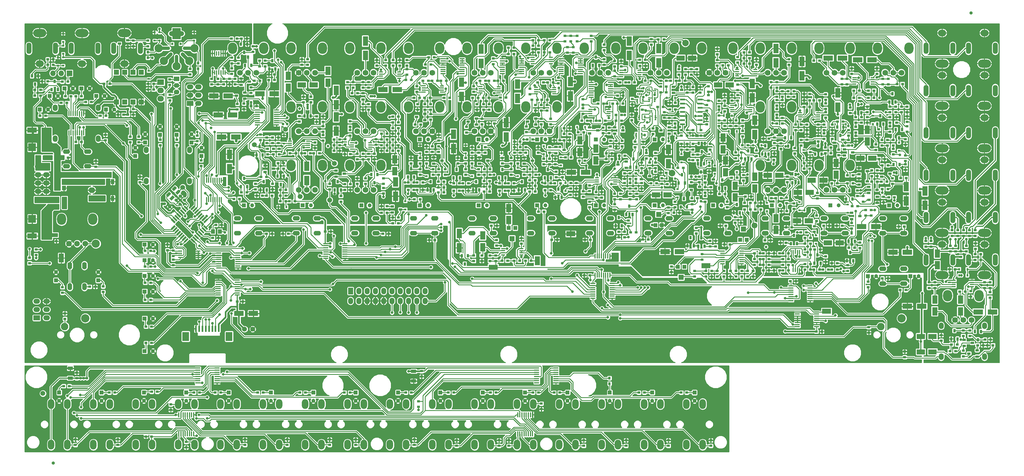
<source format=gbl>
G04 #@! TF.FileFunction,Copper,L4,Bot,Signal*
%FSLAX46Y46*%
G04 Gerber Fmt 4.6, Leading zero omitted, Abs format (unit mm)*
G04 Created by KiCad (PCBNEW 4.0.2-stable) date 2019-10-29 5:42:37 PM*
%MOMM*%
G01*
G04 APERTURE LIST*
%ADD10C,0.100000*%
%ADD11R,0.800000X0.900000*%
%ADD12O,1.000000X1.000000*%
%ADD13R,2.999740X1.600200*%
%ADD14R,1.500000X1.500000*%
%ADD15R,0.900000X0.800000*%
%ADD16C,2.286000*%
%ADD17C,2.540000*%
%ADD18R,0.609600X0.762000*%
%ADD19R,1.750000X1.350000*%
%ADD20O,1.750000X1.350000*%
%ADD21R,1.200000X1.200000*%
%ADD22C,1.200000*%
%ADD23R,1.143000X1.397000*%
%ADD24R,1.450000X0.450000*%
%ADD25R,0.450000X1.450000*%
%ADD26R,1.500000X0.600000*%
%ADD27R,2.000000X1.500000*%
%ADD28O,2.000000X1.500000*%
%ADD29R,0.701040X1.000760*%
%ADD30R,1.000760X0.701040*%
%ADD31R,0.762000X0.609600*%
%ADD32R,1.600000X2.800000*%
%ADD33R,2.800000X1.600000*%
%ADD34R,2.397760X2.397760*%
%ADD35O,2.200000X1.400000*%
%ADD36O,2.250000X1.400000*%
%ADD37O,1.400000X2.200000*%
%ADD38O,1.400000X2.250000*%
%ADD39R,1.600000X1.500000*%
%ADD40O,1.500000X2.000000*%
%ADD41R,1.600200X2.999740*%
%ADD42R,2.600960X1.600200*%
%ADD43R,1.600200X2.600960*%
%ADD44R,1.300480X0.400000*%
%ADD45R,0.400000X1.300480*%
%ADD46R,1.500000X0.400000*%
%ADD47R,0.400000X1.500000*%
%ADD48C,1.500000*%
%ADD49R,0.600000X1.900000*%
%ADD50R,2.100000X2.800000*%
%ADD51O,2.800000X3.500000*%
%ADD52C,1.750000*%
%ADD53R,2.032000X1.727200*%
%ADD54O,2.032000X1.727200*%
%ADD55C,2.000000*%
%ADD56R,1.700000X1.700000*%
%ADD57O,1.700000X1.700000*%
%ADD58C,2.500000*%
%ADD59R,2.500000X3.500000*%
%ADD60O,4.600000X1.450000*%
%ADD61O,4.300000X1.100000*%
%ADD62O,1.100000X4.300000*%
%ADD63C,1.100000*%
%ADD64O,2.000000X1.750000*%
%ADD65R,2.000000X1.750000*%
%ADD66R,1.500000X2.000000*%
%ADD67C,1.800000*%
%ADD68R,1.000000X1.600000*%
%ADD69O,4.000000X2.500000*%
%ADD70O,2.500000X2.000000*%
%ADD71O,1.500000X3.500000*%
%ADD72O,2.000000X3.000000*%
%ADD73R,0.450000X1.500000*%
%ADD74R,1.500000X0.450000*%
%ADD75R,1.600000X1.000000*%
%ADD76R,0.500000X0.375000*%
%ADD77R,0.650000X0.300000*%
%ADD78R,0.375000X0.500000*%
%ADD79R,0.300000X0.650000*%
%ADD80C,0.800000*%
%ADD81C,0.250000*%
%ADD82C,0.500000*%
%ADD83C,0.350000*%
%ADD84C,0.800000*%
%ADD85C,1.000000*%
%ADD86C,0.203200*%
%ADD87C,0.254000*%
G04 APERTURE END LIST*
D10*
D11*
X121650000Y-63550000D03*
X121650000Y-65250000D03*
X106200000Y-60200000D03*
X106200000Y-61900000D03*
D12*
X77150000Y-186400000D03*
X358900000Y-48150000D03*
D13*
X132199640Y-79500000D03*
X127800360Y-79500000D03*
D14*
X99130000Y-66328000D03*
X101670000Y-66328000D03*
X104210000Y-66328000D03*
X96590000Y-66328000D03*
X96590000Y-75472000D03*
X99130000Y-75472000D03*
X101670000Y-75472000D03*
X104210000Y-75472000D03*
D15*
X241850000Y-128750000D03*
X240150000Y-128750000D03*
X358500000Y-145650000D03*
X358500000Y-147350000D03*
D16*
X331190000Y-144460000D03*
D17*
X337540000Y-141920000D03*
D15*
X363000000Y-130900000D03*
X363000000Y-132600000D03*
X292650000Y-106500000D03*
X294350000Y-106500000D03*
X289650000Y-104500000D03*
X291350000Y-104500000D03*
D18*
X267994600Y-99000000D03*
X265505400Y-99000000D03*
D15*
X243800000Y-103150000D03*
X243800000Y-104850000D03*
D10*
G36*
X113254757Y-111603464D02*
X113643666Y-111214555D01*
X114775037Y-112345926D01*
X114386128Y-112734835D01*
X113254757Y-111603464D01*
X113254757Y-111603464D01*
G37*
G36*
X113820443Y-111037779D02*
X114209352Y-110648870D01*
X115340723Y-111780241D01*
X114951814Y-112169150D01*
X113820443Y-111037779D01*
X113820443Y-111037779D01*
G37*
G36*
X114386128Y-110472093D02*
X114775037Y-110083184D01*
X115906408Y-111214555D01*
X115517499Y-111603464D01*
X114386128Y-110472093D01*
X114386128Y-110472093D01*
G37*
G36*
X114951813Y-109906408D02*
X115340722Y-109517499D01*
X116472093Y-110648870D01*
X116083184Y-111037779D01*
X114951813Y-109906408D01*
X114951813Y-109906408D01*
G37*
G36*
X115517499Y-109340722D02*
X115906408Y-108951813D01*
X117037779Y-110083184D01*
X116648870Y-110472093D01*
X115517499Y-109340722D01*
X115517499Y-109340722D01*
G37*
G36*
X116083184Y-108775037D02*
X116472093Y-108386128D01*
X117603464Y-109517499D01*
X117214555Y-109906408D01*
X116083184Y-108775037D01*
X116083184Y-108775037D01*
G37*
G36*
X116648870Y-108209352D02*
X117037779Y-107820443D01*
X118169150Y-108951814D01*
X117780241Y-109340723D01*
X116648870Y-108209352D01*
X116648870Y-108209352D01*
G37*
G36*
X117214555Y-107643666D02*
X117603464Y-107254757D01*
X118734835Y-108386128D01*
X118345926Y-108775037D01*
X117214555Y-107643666D01*
X117214555Y-107643666D01*
G37*
G36*
X120396536Y-107254757D02*
X120785445Y-107643666D01*
X119654074Y-108775037D01*
X119265165Y-108386128D01*
X120396536Y-107254757D01*
X120396536Y-107254757D01*
G37*
G36*
X120962221Y-107820443D02*
X121351130Y-108209352D01*
X120219759Y-109340723D01*
X119830850Y-108951814D01*
X120962221Y-107820443D01*
X120962221Y-107820443D01*
G37*
G36*
X121527907Y-108386128D02*
X121916816Y-108775037D01*
X120785445Y-109906408D01*
X120396536Y-109517499D01*
X121527907Y-108386128D01*
X121527907Y-108386128D01*
G37*
G36*
X122093592Y-108951813D02*
X122482501Y-109340722D01*
X121351130Y-110472093D01*
X120962221Y-110083184D01*
X122093592Y-108951813D01*
X122093592Y-108951813D01*
G37*
G36*
X122659278Y-109517499D02*
X123048187Y-109906408D01*
X121916816Y-111037779D01*
X121527907Y-110648870D01*
X122659278Y-109517499D01*
X122659278Y-109517499D01*
G37*
G36*
X123224963Y-110083184D02*
X123613872Y-110472093D01*
X122482501Y-111603464D01*
X122093592Y-111214555D01*
X123224963Y-110083184D01*
X123224963Y-110083184D01*
G37*
G36*
X123790648Y-110648870D02*
X124179557Y-111037779D01*
X123048186Y-112169150D01*
X122659277Y-111780241D01*
X123790648Y-110648870D01*
X123790648Y-110648870D01*
G37*
G36*
X124356334Y-111214555D02*
X124745243Y-111603464D01*
X123613872Y-112734835D01*
X123224963Y-112345926D01*
X124356334Y-111214555D01*
X124356334Y-111214555D01*
G37*
G36*
X123224963Y-113654074D02*
X123613872Y-113265165D01*
X124745243Y-114396536D01*
X124356334Y-114785445D01*
X123224963Y-113654074D01*
X123224963Y-113654074D01*
G37*
G36*
X122659277Y-114219759D02*
X123048186Y-113830850D01*
X124179557Y-114962221D01*
X123790648Y-115351130D01*
X122659277Y-114219759D01*
X122659277Y-114219759D01*
G37*
G36*
X122093592Y-114785445D02*
X122482501Y-114396536D01*
X123613872Y-115527907D01*
X123224963Y-115916816D01*
X122093592Y-114785445D01*
X122093592Y-114785445D01*
G37*
G36*
X121527907Y-115351130D02*
X121916816Y-114962221D01*
X123048187Y-116093592D01*
X122659278Y-116482501D01*
X121527907Y-115351130D01*
X121527907Y-115351130D01*
G37*
G36*
X120962221Y-115916816D02*
X121351130Y-115527907D01*
X122482501Y-116659278D01*
X122093592Y-117048187D01*
X120962221Y-115916816D01*
X120962221Y-115916816D01*
G37*
G36*
X120396536Y-116482501D02*
X120785445Y-116093592D01*
X121916816Y-117224963D01*
X121527907Y-117613872D01*
X120396536Y-116482501D01*
X120396536Y-116482501D01*
G37*
G36*
X119830850Y-117048186D02*
X120219759Y-116659277D01*
X121351130Y-117790648D01*
X120962221Y-118179557D01*
X119830850Y-117048186D01*
X119830850Y-117048186D01*
G37*
G36*
X119265165Y-117613872D02*
X119654074Y-117224963D01*
X120785445Y-118356334D01*
X120396536Y-118745243D01*
X119265165Y-117613872D01*
X119265165Y-117613872D01*
G37*
G36*
X118345926Y-117224963D02*
X118734835Y-117613872D01*
X117603464Y-118745243D01*
X117214555Y-118356334D01*
X118345926Y-117224963D01*
X118345926Y-117224963D01*
G37*
G36*
X117780241Y-116659277D02*
X118169150Y-117048186D01*
X117037779Y-118179557D01*
X116648870Y-117790648D01*
X117780241Y-116659277D01*
X117780241Y-116659277D01*
G37*
G36*
X117214555Y-116093592D02*
X117603464Y-116482501D01*
X116472093Y-117613872D01*
X116083184Y-117224963D01*
X117214555Y-116093592D01*
X117214555Y-116093592D01*
G37*
G36*
X116648870Y-115527907D02*
X117037779Y-115916816D01*
X115906408Y-117048187D01*
X115517499Y-116659278D01*
X116648870Y-115527907D01*
X116648870Y-115527907D01*
G37*
G36*
X116083184Y-114962221D02*
X116472093Y-115351130D01*
X115340722Y-116482501D01*
X114951813Y-116093592D01*
X116083184Y-114962221D01*
X116083184Y-114962221D01*
G37*
G36*
X115517499Y-114396536D02*
X115906408Y-114785445D01*
X114775037Y-115916816D01*
X114386128Y-115527907D01*
X115517499Y-114396536D01*
X115517499Y-114396536D01*
G37*
G36*
X114951814Y-113830850D02*
X115340723Y-114219759D01*
X114209352Y-115351130D01*
X113820443Y-114962221D01*
X114951814Y-113830850D01*
X114951814Y-113830850D01*
G37*
G36*
X114386128Y-113265165D02*
X114775037Y-113654074D01*
X113643666Y-114785445D01*
X113254757Y-114396536D01*
X114386128Y-113265165D01*
X114386128Y-113265165D01*
G37*
D19*
X115000000Y-68400000D03*
D20*
X115000000Y-70400000D03*
X115000000Y-72400000D03*
D21*
X115070000Y-85570000D03*
D22*
X115070000Y-83030000D03*
D16*
X80690000Y-144460000D03*
D17*
X87040000Y-141920000D03*
D23*
X126170500Y-115250000D03*
X128329500Y-115250000D03*
D24*
X288450000Y-121300000D03*
X288450000Y-121950000D03*
X288450000Y-122600000D03*
X288450000Y-123250000D03*
X288450000Y-123900000D03*
X288450000Y-124550000D03*
X288450000Y-125200000D03*
X282550000Y-125200000D03*
X282550000Y-124550000D03*
X282550000Y-123900000D03*
X282550000Y-123250000D03*
X282550000Y-122600000D03*
X282550000Y-121950000D03*
X282550000Y-121300000D03*
D25*
X126050000Y-60550000D03*
X126700000Y-60550000D03*
X127350000Y-60550000D03*
X128000000Y-60550000D03*
X128650000Y-60550000D03*
X129300000Y-60550000D03*
X129950000Y-60550000D03*
X129950000Y-66450000D03*
X129300000Y-66450000D03*
X128650000Y-66450000D03*
X128000000Y-66450000D03*
X127350000Y-66450000D03*
X126700000Y-66450000D03*
X126050000Y-66450000D03*
D26*
X270300000Y-82310000D03*
X270300000Y-81040000D03*
X270300000Y-79770000D03*
X270300000Y-78500000D03*
X270300000Y-77230000D03*
X270300000Y-75960000D03*
X270300000Y-74690000D03*
X275700000Y-74690000D03*
X275700000Y-75960000D03*
X275700000Y-77230000D03*
X275700000Y-78500000D03*
X275700000Y-79770000D03*
X275700000Y-81040000D03*
X275700000Y-82310000D03*
D10*
G36*
X114176776Y-102863604D02*
X113540380Y-102227208D01*
X114530330Y-101237258D01*
X115166726Y-101873654D01*
X114176776Y-102863604D01*
X114176776Y-102863604D01*
G37*
G36*
X112373654Y-104666726D02*
X111737258Y-104030330D01*
X112727208Y-103040380D01*
X113363604Y-103676776D01*
X112373654Y-104666726D01*
X112373654Y-104666726D01*
G37*
G36*
X113469670Y-105762742D02*
X112833274Y-105126346D01*
X113823224Y-104136396D01*
X114459620Y-104772792D01*
X113469670Y-105762742D01*
X113469670Y-105762742D01*
G37*
G36*
X115272792Y-103959620D02*
X114636396Y-103323224D01*
X115626346Y-102333274D01*
X116262742Y-102969670D01*
X115272792Y-103959620D01*
X115272792Y-103959620D01*
G37*
D27*
X72500000Y-105500000D03*
D28*
X75040000Y-105500000D03*
X72500000Y-102960000D03*
X75040000Y-102960000D03*
X72500000Y-100420000D03*
X75040000Y-100420000D03*
X72500000Y-97880000D03*
X75040000Y-97880000D03*
X72500000Y-95340000D03*
X75040000Y-95340000D03*
D29*
X243750000Y-61730000D03*
X242797500Y-64270000D03*
X244702500Y-64270000D03*
D30*
X263730000Y-84250000D03*
X266270000Y-85202500D03*
X266270000Y-83297500D03*
X260270000Y-98250000D03*
X257730000Y-97297500D03*
X257730000Y-99202500D03*
D29*
X270100000Y-97830000D03*
X269147500Y-100370000D03*
X271052500Y-100370000D03*
D30*
X270020000Y-71750000D03*
X267480000Y-70797500D03*
X267480000Y-72702500D03*
D29*
X276250000Y-90770000D03*
X277202500Y-88230000D03*
X275297500Y-88230000D03*
X276000000Y-97020000D03*
X276952500Y-94480000D03*
X275047500Y-94480000D03*
D30*
X279770000Y-99250000D03*
X277230000Y-98297500D03*
X277230000Y-100202500D03*
X252020000Y-84250000D03*
X249480000Y-83297500D03*
X249480000Y-85202500D03*
X244320000Y-84200000D03*
X241780000Y-83247500D03*
X241780000Y-85152500D03*
X234020000Y-90250000D03*
X231480000Y-89297500D03*
X231480000Y-91202500D03*
D29*
X229000000Y-96230000D03*
X228047500Y-98770000D03*
X229952500Y-98770000D03*
X232250000Y-102230000D03*
X231297500Y-104770000D03*
X233202500Y-104770000D03*
D30*
X224270000Y-93500000D03*
X221730000Y-92547500D03*
X221730000Y-94452500D03*
D29*
X215000000Y-96230000D03*
X214047500Y-98770000D03*
X215952500Y-98770000D03*
X221000000Y-99980000D03*
X220047500Y-102520000D03*
X221952500Y-102520000D03*
D30*
X210520000Y-93500000D03*
X207980000Y-92547500D03*
X207980000Y-94452500D03*
D29*
X201000000Y-96230000D03*
X200047500Y-98770000D03*
X201952500Y-98770000D03*
X207000000Y-99980000D03*
X206047500Y-102520000D03*
X207952500Y-102520000D03*
D30*
X196520000Y-93500000D03*
X193980000Y-92547500D03*
X193980000Y-94452500D03*
D29*
X187000000Y-95980000D03*
X186047500Y-98520000D03*
X187952500Y-98520000D03*
X193000000Y-99980000D03*
X192047500Y-102520000D03*
X193952500Y-102520000D03*
D30*
X174770000Y-73750000D03*
X172230000Y-72797500D03*
X172230000Y-74702500D03*
X183770000Y-108500000D03*
X181230000Y-107547500D03*
X181230000Y-109452500D03*
D29*
X175750000Y-100270000D03*
X176702500Y-97730000D03*
X174797500Y-97730000D03*
D30*
X166520000Y-97500000D03*
X163980000Y-96547500D03*
X163980000Y-98452500D03*
D29*
X164500000Y-99980000D03*
X163547500Y-102520000D03*
X165452500Y-102520000D03*
X155250000Y-77230000D03*
X154297500Y-79770000D03*
X156202500Y-79770000D03*
X140500000Y-89230000D03*
X139547500Y-91770000D03*
X141452500Y-91770000D03*
X147000000Y-100770000D03*
X147952500Y-98230000D03*
X146047500Y-98230000D03*
D30*
X144770000Y-96000000D03*
X142230000Y-95047500D03*
X142230000Y-96952500D03*
D29*
X135750000Y-98980000D03*
X134797500Y-101520000D03*
X136702500Y-101520000D03*
X141750000Y-99980000D03*
X140797500Y-102520000D03*
X142702500Y-102520000D03*
X203500000Y-125270000D03*
X204452500Y-122730000D03*
X202547500Y-122730000D03*
X137000000Y-61730000D03*
X136047500Y-64270000D03*
X137952500Y-64270000D03*
X144400000Y-62780000D03*
X143447500Y-65320000D03*
X145352500Y-65320000D03*
D30*
X133380000Y-73550000D03*
X135920000Y-74502500D03*
X135920000Y-72597500D03*
D29*
X324250000Y-76230000D03*
X323297500Y-78770000D03*
X325202500Y-78770000D03*
D30*
X137370000Y-69250000D03*
X134830000Y-68297500D03*
X134830000Y-70202500D03*
D29*
X331000000Y-79730000D03*
X330047500Y-82270000D03*
X331952500Y-82270000D03*
X336000000Y-97270000D03*
X336952500Y-94730000D03*
X335047500Y-94730000D03*
X254000000Y-107480000D03*
X253047500Y-110020000D03*
X254952500Y-110020000D03*
D30*
X322520000Y-91000000D03*
X319980000Y-90047500D03*
X319980000Y-91952500D03*
D29*
X250750000Y-110980000D03*
X249797500Y-113520000D03*
X251702500Y-113520000D03*
X135750000Y-60270000D03*
X136702500Y-57730000D03*
X134797500Y-57730000D03*
X336750000Y-86520000D03*
X337702500Y-83980000D03*
X335797500Y-83980000D03*
X334750000Y-72980000D03*
X333797500Y-75520000D03*
X335702500Y-75520000D03*
X302750000Y-89020000D03*
X303702500Y-86480000D03*
X301797500Y-86480000D03*
D30*
X334020000Y-97500000D03*
X331480000Y-96547500D03*
X331480000Y-98452500D03*
X327020000Y-99900000D03*
X324480000Y-98947500D03*
X324480000Y-100852500D03*
D29*
X321500000Y-102730000D03*
X320547500Y-105270000D03*
X322452500Y-105270000D03*
X305000000Y-97730000D03*
X304047500Y-100270000D03*
X305952500Y-100270000D03*
D30*
X324770000Y-110500000D03*
X322230000Y-109547500D03*
X322230000Y-111452500D03*
D29*
X304500000Y-116480000D03*
X303547500Y-119020000D03*
X305452500Y-119020000D03*
X311750000Y-122480000D03*
X310797500Y-125020000D03*
X312702500Y-125020000D03*
X312000000Y-88980000D03*
X311047500Y-91520000D03*
X312952500Y-91520000D03*
X290500000Y-90480000D03*
X289547500Y-93020000D03*
X291452500Y-93020000D03*
X295750000Y-88980000D03*
X294797500Y-91520000D03*
X296702500Y-91520000D03*
X361000000Y-148520000D03*
X361952500Y-145980000D03*
X360047500Y-145980000D03*
X353750000Y-145730000D03*
X352797500Y-148270000D03*
X354702500Y-148270000D03*
D30*
X359270000Y-149500000D03*
X356730000Y-148547500D03*
X356730000Y-150452500D03*
X358230000Y-152750000D03*
X360770000Y-153702500D03*
X360770000Y-151797500D03*
D29*
X276100000Y-117230000D03*
X275147500Y-119770000D03*
X277052500Y-119770000D03*
D30*
X316980000Y-88000000D03*
X319520000Y-88952500D03*
X319520000Y-87047500D03*
X330020000Y-102500000D03*
X327480000Y-101547500D03*
X327480000Y-103452500D03*
D29*
X322250000Y-115730000D03*
X321297500Y-118270000D03*
X323202500Y-118270000D03*
X282500000Y-99480000D03*
X281547500Y-102020000D03*
X283452500Y-102020000D03*
X318750000Y-85770000D03*
X319702500Y-83230000D03*
X317797500Y-83230000D03*
D30*
X327530000Y-105550000D03*
X330070000Y-106502500D03*
X330070000Y-104597500D03*
D29*
X321750000Y-121730000D03*
X320797500Y-124270000D03*
X322702500Y-124270000D03*
X287000000Y-106980000D03*
X286047500Y-109520000D03*
X287952500Y-109520000D03*
D18*
X267994600Y-74250000D03*
X265505400Y-74250000D03*
X265955400Y-86600000D03*
X268444600Y-86600000D03*
D31*
X268750000Y-102255400D03*
X268750000Y-104744600D03*
X270000000Y-93994600D03*
X270000000Y-91505400D03*
X278500000Y-91505400D03*
X278500000Y-93994600D03*
X280250000Y-97494600D03*
X280250000Y-95005400D03*
X227750000Y-91494600D03*
X227750000Y-89005400D03*
D18*
X237955400Y-83200000D03*
X240444600Y-83200000D03*
D31*
X234400000Y-100355400D03*
X234400000Y-102844600D03*
X233000000Y-94994600D03*
X233000000Y-92505400D03*
D18*
X214755400Y-91200000D03*
X217244600Y-91200000D03*
D31*
X219750000Y-98244600D03*
X219750000Y-95755400D03*
X203750000Y-88755400D03*
X203750000Y-91244600D03*
X205750000Y-98244600D03*
X205750000Y-95755400D03*
X189750000Y-88755400D03*
X189750000Y-91244600D03*
X191750000Y-98244600D03*
X191750000Y-95755400D03*
X185250000Y-106005400D03*
X185250000Y-108494600D03*
X148000000Y-85755400D03*
X148000000Y-88244600D03*
D18*
X148744600Y-107750000D03*
X146255400Y-107750000D03*
D31*
X106500000Y-65905400D03*
X106500000Y-68394600D03*
X328750000Y-82244600D03*
X328750000Y-79755400D03*
X336750000Y-90494600D03*
X336750000Y-88005400D03*
X296250000Y-106505400D03*
X296250000Y-108994600D03*
X311250000Y-116505400D03*
X311250000Y-118994600D03*
D18*
X355255400Y-126850000D03*
X357744600Y-126850000D03*
X357744600Y-128750000D03*
X355255400Y-128750000D03*
D31*
X306250000Y-108744600D03*
X306250000Y-106255400D03*
D18*
X307755400Y-108750000D03*
X310244600Y-108750000D03*
D31*
X321000000Y-109494600D03*
X321000000Y-107005400D03*
X307500000Y-92744600D03*
X307500000Y-90255400D03*
D18*
X292005400Y-88750000D03*
X294494600Y-88750000D03*
X284505400Y-84500000D03*
X286994600Y-84500000D03*
D31*
X287000000Y-96994600D03*
X287000000Y-94505400D03*
D18*
X283005400Y-79750000D03*
X285494600Y-79750000D03*
D32*
X79650000Y-123400000D03*
D33*
X236000000Y-116000000D03*
X314500000Y-139750000D03*
D32*
X225750000Y-124250000D03*
D33*
X212250000Y-126250000D03*
X277500000Y-125750000D03*
D21*
X102340000Y-92060000D03*
D22*
X102340000Y-89520000D03*
D21*
X76080000Y-73635000D03*
D22*
X78620000Y-73635000D03*
D21*
X80655000Y-71305000D03*
D22*
X83195000Y-71305000D03*
D21*
X85800000Y-71305000D03*
D22*
X88340000Y-71305000D03*
D21*
X90375000Y-73635000D03*
D22*
X92915000Y-73635000D03*
D21*
X93395000Y-77790000D03*
D22*
X95935000Y-77790000D03*
D21*
X105360000Y-87905000D03*
D22*
X105360000Y-85365000D03*
D21*
X109935000Y-85570000D03*
D22*
X109935000Y-83030000D03*
D21*
X119645000Y-87905000D03*
D22*
X119645000Y-85365000D03*
D21*
X122665000Y-92060000D03*
D22*
X122665000Y-89520000D03*
D21*
X105230000Y-142000000D03*
D22*
X107770000Y-142000000D03*
D21*
X105230000Y-152000000D03*
D22*
X107770000Y-152000000D03*
D21*
X261730000Y-87000000D03*
D22*
X264270000Y-87000000D03*
D21*
X279730000Y-107250000D03*
D22*
X282270000Y-107250000D03*
D21*
X297730000Y-107250000D03*
D22*
X300270000Y-107250000D03*
D21*
X315730000Y-107250000D03*
D22*
X318270000Y-107250000D03*
D21*
X333730000Y-107250000D03*
D22*
X336270000Y-107250000D03*
D21*
X327230000Y-129000000D03*
D22*
X329770000Y-129000000D03*
D21*
X340230000Y-129000000D03*
D22*
X342770000Y-129000000D03*
D21*
X73070000Y-77790000D03*
D22*
X75610000Y-77790000D03*
D21*
X105230000Y-133700000D03*
D22*
X107770000Y-133700000D03*
D21*
X105230000Y-128900000D03*
D22*
X107770000Y-128900000D03*
D21*
X105230000Y-124100000D03*
D22*
X107770000Y-124100000D03*
D21*
X105230000Y-119300000D03*
D22*
X107770000Y-119300000D03*
D21*
X153730000Y-107250000D03*
D22*
X156270000Y-107250000D03*
D21*
X171730000Y-107250000D03*
D22*
X174270000Y-107250000D03*
D21*
X189730000Y-107250000D03*
D22*
X192270000Y-107250000D03*
D21*
X189730000Y-87000000D03*
D22*
X192270000Y-87000000D03*
D21*
X207730000Y-107250000D03*
D22*
X210270000Y-107250000D03*
D21*
X207730000Y-87000000D03*
D22*
X210270000Y-87000000D03*
D21*
X225730000Y-107250000D03*
D22*
X228270000Y-107250000D03*
D21*
X225730000Y-87000000D03*
D22*
X228270000Y-87000000D03*
D21*
X243730000Y-107250000D03*
D22*
X246270000Y-107250000D03*
D21*
X243730000Y-87000000D03*
D22*
X246270000Y-87000000D03*
D21*
X261730000Y-107250000D03*
D22*
X264270000Y-107250000D03*
D21*
X135730000Y-107250000D03*
D22*
X138270000Y-107250000D03*
D21*
X91000000Y-130270000D03*
D22*
X91000000Y-127730000D03*
D21*
X78000000Y-130270000D03*
D22*
X78000000Y-127730000D03*
D15*
X80000000Y-132400000D03*
X80000000Y-134100000D03*
X92500000Y-132150000D03*
X92500000Y-133850000D03*
X327500000Y-146350000D03*
X327500000Y-144650000D03*
X80750000Y-140400000D03*
X80750000Y-142100000D03*
X241800000Y-106150000D03*
X241800000Y-107850000D03*
X224350000Y-87000000D03*
X222650000Y-87000000D03*
X226100000Y-109150000D03*
X227800000Y-109150000D03*
X189750000Y-105400000D03*
X188050000Y-105400000D03*
X134350000Y-105250000D03*
X132650000Y-105250000D03*
X105400000Y-121250000D03*
X107100000Y-121250000D03*
X105400000Y-126000000D03*
X107100000Y-126000000D03*
X105400000Y-131000000D03*
X107100000Y-131000000D03*
X105400000Y-136250000D03*
X107100000Y-136250000D03*
X85850000Y-87750000D03*
X84150000Y-87750000D03*
X114000000Y-123900000D03*
X114000000Y-125600000D03*
X338850000Y-133250000D03*
X337150000Y-133250000D03*
X327250000Y-130650000D03*
X327250000Y-132350000D03*
X105650000Y-149500000D03*
X107350000Y-149500000D03*
X105650000Y-144500000D03*
X107350000Y-144500000D03*
X122600000Y-93450000D03*
X122600000Y-95150000D03*
X121400000Y-87550000D03*
X121400000Y-85850000D03*
X115100000Y-87050000D03*
X115100000Y-88750000D03*
X110000000Y-87050000D03*
X110000000Y-88750000D03*
X103400000Y-87850000D03*
X103400000Y-86150000D03*
X100800000Y-87850000D03*
X100800000Y-86150000D03*
X93350000Y-79750000D03*
X91650000Y-79750000D03*
X88850000Y-75500000D03*
X87150000Y-75500000D03*
X85850000Y-73750000D03*
X84150000Y-73750000D03*
X80900000Y-73750000D03*
X82600000Y-73750000D03*
X79650000Y-75750000D03*
X81350000Y-75750000D03*
X73150000Y-79750000D03*
X74850000Y-79750000D03*
X114000000Y-122850000D03*
X114000000Y-121150000D03*
X315350000Y-113500000D03*
X313650000Y-113500000D03*
X297350000Y-118000000D03*
X295650000Y-118000000D03*
X281900000Y-113500000D03*
X283600000Y-113500000D03*
X258150000Y-117750000D03*
X259850000Y-117750000D03*
X240350000Y-117800000D03*
X242050000Y-117800000D03*
X231850000Y-117800000D03*
X230150000Y-117800000D03*
X213350000Y-113500000D03*
X211650000Y-113500000D03*
X192550000Y-117900000D03*
X194250000Y-117900000D03*
X101750000Y-77650000D03*
X100050000Y-77650000D03*
X333350000Y-129650000D03*
X331650000Y-129650000D03*
X338500000Y-152150000D03*
X338500000Y-153850000D03*
X336650000Y-113750000D03*
X338350000Y-113750000D03*
X180100000Y-116000000D03*
X178400000Y-116000000D03*
X147650000Y-116000000D03*
X149350000Y-116000000D03*
X144350000Y-116000000D03*
X142650000Y-116000000D03*
X90250000Y-93650000D03*
X90250000Y-95350000D03*
X103750000Y-98400000D03*
X103750000Y-100100000D03*
X93200000Y-85550000D03*
X93200000Y-87250000D03*
X90100000Y-132250000D03*
X88400000Y-132250000D03*
X106300000Y-69900000D03*
X108000000Y-69900000D03*
X256225000Y-77875000D03*
X257925000Y-77875000D03*
X252500000Y-97400000D03*
X252500000Y-99100000D03*
X254750000Y-81100000D03*
X254750000Y-79400000D03*
X263650000Y-72500000D03*
X265350000Y-72500000D03*
X263650000Y-69000000D03*
X265350000Y-69000000D03*
X262000000Y-92850000D03*
X262000000Y-91150000D03*
X257150000Y-62500000D03*
X258850000Y-62500000D03*
X255750000Y-89350000D03*
X255750000Y-87650000D03*
X257250000Y-64400000D03*
X258950000Y-64400000D03*
X258250000Y-87650000D03*
X258250000Y-89350000D03*
X266000000Y-109600000D03*
X266000000Y-107900000D03*
X257750000Y-95850000D03*
X257750000Y-94150000D03*
X261250000Y-85350000D03*
X261250000Y-83650000D03*
X262650000Y-77000000D03*
X264350000Y-77000000D03*
X252600000Y-92000000D03*
X250900000Y-92000000D03*
X269350000Y-109500000D03*
X267650000Y-109500000D03*
X260250000Y-94150000D03*
X260250000Y-95850000D03*
X268000000Y-107850000D03*
X268000000Y-106150000D03*
X278250000Y-75100000D03*
X278250000Y-73400000D03*
X270600000Y-95750000D03*
X268900000Y-95750000D03*
X266250000Y-82100000D03*
X266250000Y-80400000D03*
X268000000Y-82100000D03*
X268000000Y-80400000D03*
X268000000Y-83400000D03*
X268000000Y-85100000D03*
X268100000Y-77750000D03*
X266400000Y-77750000D03*
X271750000Y-84150000D03*
X271750000Y-85850000D03*
X273500000Y-85850000D03*
X273500000Y-84150000D03*
X275750000Y-72600000D03*
X275750000Y-70900000D03*
X277750000Y-78100000D03*
X277750000Y-76400000D03*
X278250000Y-70650000D03*
X278250000Y-72350000D03*
X276000000Y-85850000D03*
X276000000Y-84150000D03*
X260650000Y-100500000D03*
X262350000Y-100500000D03*
X264000000Y-100600000D03*
X264000000Y-98900000D03*
X269250000Y-67100000D03*
X269250000Y-65400000D03*
X257750000Y-100400000D03*
X257750000Y-102100000D03*
X271750000Y-88400000D03*
X271750000Y-90100000D03*
X273500000Y-88400000D03*
X273500000Y-90100000D03*
X273500000Y-91650000D03*
X273500000Y-93350000D03*
X256000000Y-102100000D03*
X256000000Y-100400000D03*
X275000000Y-91650000D03*
X275000000Y-93350000D03*
X271750000Y-72600000D03*
X271750000Y-70900000D03*
X271100000Y-69000000D03*
X269400000Y-69000000D03*
X274750000Y-67100000D03*
X274750000Y-65400000D03*
X278750000Y-90100000D03*
X278750000Y-88400000D03*
X279000000Y-103350000D03*
X279000000Y-101650000D03*
X277250000Y-104400000D03*
X277250000Y-106100000D03*
X249500000Y-106900000D03*
X249500000Y-108600000D03*
X256250000Y-103650000D03*
X256250000Y-105350000D03*
X251500000Y-62900000D03*
X251500000Y-64600000D03*
X249500000Y-65900000D03*
X249500000Y-67600000D03*
X246250000Y-64100000D03*
X246250000Y-62400000D03*
X253900000Y-69500000D03*
X255600000Y-69500000D03*
X250000000Y-89100000D03*
X250000000Y-87400000D03*
X251600000Y-81250000D03*
X249900000Y-81250000D03*
X251600000Y-79500000D03*
X249900000Y-79500000D03*
X247800000Y-83350000D03*
X247800000Y-85050000D03*
X240350000Y-93500000D03*
X238650000Y-93500000D03*
X251750000Y-87400000D03*
X251750000Y-89100000D03*
X251999100Y-76000000D03*
X250299100Y-76000000D03*
X246900000Y-93000000D03*
X248600000Y-93000000D03*
X248600000Y-91250000D03*
X246900000Y-91250000D03*
X329650000Y-90200000D03*
X329650000Y-88500000D03*
X245500000Y-104850000D03*
X245500000Y-103150000D03*
X246600000Y-81250000D03*
X244900000Y-81250000D03*
X246100000Y-76000000D03*
X244400000Y-76000000D03*
X250400000Y-73500000D03*
X252100000Y-73500000D03*
X235650900Y-83500000D03*
X233950900Y-83500000D03*
X233950000Y-85300000D03*
X235650000Y-85300000D03*
X247150000Y-76000000D03*
X248850000Y-76000000D03*
X239750000Y-77400000D03*
X239750000Y-79100000D03*
X233500000Y-96900000D03*
X233500000Y-98600000D03*
X226000000Y-89400000D03*
X226000000Y-91100000D03*
X232600000Y-87250000D03*
X230900000Y-87250000D03*
X229500000Y-89400000D03*
X229500000Y-91100000D03*
X235900000Y-104000000D03*
X237600000Y-104000000D03*
X237750000Y-102100000D03*
X237750000Y-100400000D03*
X236000000Y-100400000D03*
X236000000Y-102100000D03*
X231250000Y-94600000D03*
X231250000Y-92900000D03*
X228150000Y-100500000D03*
X229850000Y-100500000D03*
X231150000Y-100500000D03*
X232850000Y-100500000D03*
X228150000Y-102600000D03*
X229850000Y-102600000D03*
X264600000Y-56250000D03*
X262900000Y-56250000D03*
X308500000Y-87100000D03*
X308500000Y-85400000D03*
X242250000Y-55150000D03*
X242250000Y-56850000D03*
X328250000Y-110350000D03*
X328250000Y-108650000D03*
X299250000Y-80400000D03*
X299250000Y-82100000D03*
X236750000Y-60350000D03*
X236750000Y-58650000D03*
X227900000Y-60250000D03*
X229600000Y-60250000D03*
X234250000Y-55150000D03*
X234250000Y-56850000D03*
X238000000Y-56850000D03*
X238000000Y-55150000D03*
X227000000Y-80650000D03*
X227000000Y-82350000D03*
X232200000Y-69750000D03*
X232200000Y-68050000D03*
X227600000Y-69500000D03*
X225900000Y-69500000D03*
X228850000Y-74800000D03*
X227150000Y-74800000D03*
X230600000Y-69500000D03*
X228900000Y-69500000D03*
X225750000Y-74800000D03*
X224050000Y-74800000D03*
X225200000Y-76450000D03*
X225200000Y-78150000D03*
X223500000Y-73150000D03*
X223500000Y-71450000D03*
X225250000Y-97850000D03*
X225250000Y-96150000D03*
X220500000Y-89400000D03*
X220500000Y-91100000D03*
X218750000Y-91100000D03*
X218750000Y-89400000D03*
X221750000Y-97850000D03*
X221750000Y-96150000D03*
X223500000Y-97850000D03*
X223500000Y-96150000D03*
X217750000Y-96150000D03*
X217750000Y-97850000D03*
X225100000Y-103000000D03*
X223400000Y-103000000D03*
X225100000Y-101250000D03*
X223400000Y-101250000D03*
X216900000Y-102750000D03*
X218600000Y-102750000D03*
X215000000Y-94350000D03*
X215000000Y-92650000D03*
X214150000Y-100500000D03*
X215850000Y-100500000D03*
X216900000Y-100500000D03*
X218600000Y-100500000D03*
X214150000Y-102750000D03*
X215850000Y-102750000D03*
X226100000Y-56500000D03*
X224400000Y-56500000D03*
X309600000Y-122500000D03*
X307900000Y-122500000D03*
X224400000Y-60250000D03*
X226100000Y-60250000D03*
X212250000Y-62150000D03*
X212250000Y-63850000D03*
X218600000Y-60750000D03*
X216900000Y-60750000D03*
X208750000Y-80650000D03*
X208750000Y-82350000D03*
X213650000Y-69000000D03*
X215350000Y-69000000D03*
X209850000Y-69000000D03*
X208150000Y-69000000D03*
X210850000Y-74250000D03*
X209150000Y-74250000D03*
X212600000Y-69000000D03*
X210900000Y-69000000D03*
X207600000Y-74250000D03*
X205900000Y-74250000D03*
X207250000Y-76150000D03*
X207250000Y-77850000D03*
X206250000Y-72350000D03*
X206250000Y-70650000D03*
X211250000Y-97850000D03*
X211250000Y-96150000D03*
X201350000Y-94400000D03*
X201350000Y-92700000D03*
X207750000Y-89400000D03*
X207750000Y-91100000D03*
X205750000Y-91100000D03*
X205750000Y-89400000D03*
X209500000Y-97850000D03*
X209500000Y-96150000D03*
X207750000Y-97850000D03*
X207750000Y-96150000D03*
X211100000Y-101500000D03*
X209400000Y-101500000D03*
X211100000Y-103000000D03*
X209400000Y-103000000D03*
X203750000Y-96150000D03*
X203750000Y-97850000D03*
X200150000Y-100500000D03*
X201850000Y-100500000D03*
X202900000Y-100500000D03*
X204600000Y-100500000D03*
X202900000Y-102750000D03*
X204600000Y-102750000D03*
X200150000Y-102750000D03*
X201850000Y-102750000D03*
X229600000Y-56500000D03*
X227900000Y-56500000D03*
X181500000Y-62650000D03*
X181500000Y-64350000D03*
X142250000Y-64550000D03*
X140550000Y-64550000D03*
X246250000Y-57900000D03*
X246250000Y-59600000D03*
X185750000Y-67100000D03*
X185750000Y-65400000D03*
X183500000Y-62650000D03*
X183500000Y-64350000D03*
X191400000Y-64000000D03*
X193100000Y-64000000D03*
X194100000Y-61750000D03*
X192400000Y-61750000D03*
X193000000Y-79250000D03*
X193000000Y-80950000D03*
X196150000Y-69000000D03*
X197850000Y-69000000D03*
X192350000Y-69000000D03*
X190650000Y-69000000D03*
X192850000Y-74250000D03*
X191150000Y-74250000D03*
X195100000Y-69000000D03*
X193400000Y-69000000D03*
X189600000Y-74250000D03*
X187900000Y-74250000D03*
X189000000Y-76150000D03*
X189000000Y-77850000D03*
X188750000Y-72350000D03*
X188750000Y-70650000D03*
X191750000Y-90850000D03*
X191750000Y-89150000D03*
X193500000Y-89150000D03*
X193500000Y-90850000D03*
X197500000Y-97850000D03*
X197500000Y-96150000D03*
X195500000Y-97850000D03*
X195500000Y-96150000D03*
X189750000Y-96150000D03*
X189750000Y-97850000D03*
X193750000Y-97850000D03*
X193750000Y-96150000D03*
X197100000Y-101750000D03*
X195400000Y-101750000D03*
X195400000Y-103250000D03*
X197100000Y-103250000D03*
X187000000Y-94350000D03*
X187000000Y-92650000D03*
X186150000Y-100250000D03*
X187850000Y-100250000D03*
X188900000Y-100250000D03*
X190600000Y-100250000D03*
X188900000Y-102500000D03*
X190600000Y-102500000D03*
X186150000Y-102500000D03*
X187850000Y-102500000D03*
X172250000Y-71100000D03*
X172250000Y-69400000D03*
X179250000Y-62650000D03*
X179250000Y-64350000D03*
X176500000Y-64350000D03*
X176500000Y-62650000D03*
X169250000Y-71100000D03*
X169250000Y-69400000D03*
X167500000Y-69400000D03*
X167500000Y-71100000D03*
X181400000Y-80000000D03*
X183100000Y-80000000D03*
X172250000Y-77850000D03*
X172250000Y-76150000D03*
X183100000Y-81750000D03*
X181400000Y-81750000D03*
X168250000Y-85850000D03*
X168250000Y-84150000D03*
X170500000Y-100600000D03*
X170500000Y-98900000D03*
X166750000Y-86900000D03*
X166750000Y-88600000D03*
X176250000Y-86900000D03*
X176250000Y-88600000D03*
X179600000Y-90500000D03*
X177900000Y-90500000D03*
X163400000Y-90500000D03*
X165100000Y-90500000D03*
X179600000Y-109500000D03*
X177900000Y-109500000D03*
X178500000Y-103600000D03*
X178500000Y-101900000D03*
X168350000Y-91500000D03*
X166650000Y-91500000D03*
X170500000Y-93100000D03*
X170500000Y-91400000D03*
X175750000Y-91400000D03*
X175750000Y-93100000D03*
X174000000Y-91400000D03*
X174000000Y-93100000D03*
X179600000Y-107500000D03*
X177900000Y-107500000D03*
X178500000Y-98900000D03*
X178500000Y-100600000D03*
X173000000Y-98900000D03*
X173000000Y-100600000D03*
X183100000Y-87000000D03*
X181400000Y-87000000D03*
X181400000Y-90500000D03*
X183100000Y-90500000D03*
X162000000Y-102350000D03*
X162000000Y-100650000D03*
X168350000Y-100750000D03*
X166650000Y-100750000D03*
X166650000Y-102500000D03*
X168350000Y-102500000D03*
X165500000Y-106100000D03*
X165500000Y-104400000D03*
X156300000Y-75600000D03*
X156300000Y-73900000D03*
X158000000Y-81600000D03*
X158000000Y-79900000D03*
X155250000Y-64100000D03*
X155250000Y-62400000D03*
X153500000Y-62400000D03*
X153500000Y-64100000D03*
X322600000Y-98000000D03*
X320900000Y-98000000D03*
X152700000Y-81500000D03*
X152700000Y-79800000D03*
X336150000Y-70000000D03*
X337850000Y-70000000D03*
X160000000Y-84600000D03*
X160000000Y-82900000D03*
X160000000Y-87350000D03*
X160000000Y-85650000D03*
X154400000Y-91250000D03*
X156100000Y-91250000D03*
X312350000Y-62750000D03*
X310650000Y-62750000D03*
X153350000Y-91250000D03*
X151650000Y-91250000D03*
X157500000Y-87900000D03*
X157500000Y-89600000D03*
X146500000Y-89900000D03*
X146500000Y-91600000D03*
X289150000Y-60250000D03*
X290850000Y-60250000D03*
X140800000Y-87200000D03*
X140800000Y-85500000D03*
X149850000Y-91250000D03*
X148150000Y-91250000D03*
X287250000Y-61650000D03*
X287250000Y-63350000D03*
X142750000Y-88100000D03*
X142750000Y-86400000D03*
X327400000Y-72000000D03*
X329100000Y-72000000D03*
X146250000Y-88100000D03*
X146250000Y-86400000D03*
X331750000Y-68400000D03*
X331750000Y-70100000D03*
X149650000Y-106000000D03*
X151350000Y-106000000D03*
X324600000Y-72000000D03*
X322900000Y-72000000D03*
X148600000Y-104250000D03*
X146900000Y-104250000D03*
X320750000Y-68400000D03*
X320750000Y-70100000D03*
X148600000Y-102500000D03*
X146900000Y-102500000D03*
X322250000Y-66850000D03*
X322250000Y-65150000D03*
X144500000Y-102350000D03*
X144500000Y-100650000D03*
X330000000Y-66850000D03*
X330000000Y-65150000D03*
X142600000Y-98500000D03*
X140900000Y-98500000D03*
X334000000Y-76900000D03*
X334000000Y-78600000D03*
X146150000Y-96000000D03*
X147850000Y-96000000D03*
X327000000Y-78600000D03*
X327000000Y-76900000D03*
X134900000Y-103250000D03*
X136600000Y-103250000D03*
X321750000Y-78850000D03*
X321750000Y-77150000D03*
X139250000Y-102350000D03*
X139250000Y-100650000D03*
X323500000Y-81850000D03*
X323500000Y-80150000D03*
X141350000Y-104250000D03*
X139650000Y-104250000D03*
X330500000Y-83900000D03*
X330500000Y-85600000D03*
X144350000Y-104250000D03*
X142650000Y-104250000D03*
X334000000Y-81850000D03*
X334000000Y-80150000D03*
X334000000Y-82900000D03*
X334000000Y-84600000D03*
X335000000Y-88850000D03*
X335000000Y-87150000D03*
X335000000Y-91600000D03*
X335000000Y-89900000D03*
X335750000Y-78600000D03*
X335750000Y-76900000D03*
X339250000Y-76900000D03*
X339250000Y-78600000D03*
X336000000Y-81850000D03*
X336000000Y-80150000D03*
X338750000Y-93600000D03*
X338750000Y-91900000D03*
X338750000Y-94650000D03*
X338750000Y-96350000D03*
X318250000Y-90150000D03*
X318250000Y-91850000D03*
X331650000Y-95000000D03*
X333350000Y-95000000D03*
X332350000Y-93000000D03*
X330650000Y-93000000D03*
X337250000Y-98850000D03*
X338950000Y-98850000D03*
X334750000Y-100600000D03*
X334750000Y-98900000D03*
X333350000Y-102250000D03*
X331650000Y-102250000D03*
X330100000Y-96500000D03*
X328400000Y-96500000D03*
X320900000Y-100500000D03*
X322600000Y-100500000D03*
X216600000Y-124250000D03*
X214900000Y-124250000D03*
X316150000Y-100500000D03*
X317850000Y-100500000D03*
X220350000Y-124250000D03*
X218650000Y-124250000D03*
X328400000Y-100000000D03*
X330100000Y-100000000D03*
X208750000Y-122650000D03*
X208750000Y-124350000D03*
X328400000Y-98250000D03*
X330100000Y-98250000D03*
X211250000Y-124350000D03*
X211250000Y-122650000D03*
X299250000Y-69400000D03*
X299250000Y-71100000D03*
X290850000Y-63750000D03*
X289150000Y-63750000D03*
X206250000Y-122650000D03*
X206250000Y-124350000D03*
X295150000Y-86750000D03*
X296850000Y-86750000D03*
X299250000Y-72150000D03*
X299250000Y-73850000D03*
X301000000Y-82100000D03*
X301000000Y-80400000D03*
X213250000Y-119600000D03*
X213250000Y-117900000D03*
X299250000Y-76600000D03*
X299250000Y-74900000D03*
X142250000Y-62750000D03*
X140550000Y-62750000D03*
X287100000Y-98750000D03*
X285400000Y-98750000D03*
X301000000Y-73850000D03*
X301000000Y-72150000D03*
X133700000Y-77750000D03*
X133700000Y-76050000D03*
X302750000Y-72150000D03*
X302750000Y-73850000D03*
X137900000Y-72700000D03*
X137900000Y-71000000D03*
X297500000Y-69400000D03*
X297500000Y-71100000D03*
X143350000Y-68750000D03*
X145050000Y-68750000D03*
X293000000Y-62400000D03*
X293000000Y-64100000D03*
X145050000Y-67050000D03*
X143350000Y-67050000D03*
X281000000Y-60850000D03*
X281000000Y-59150000D03*
X133000000Y-70100000D03*
X133000000Y-68400000D03*
X284350000Y-64250000D03*
X282650000Y-64250000D03*
X309350000Y-75000000D03*
X307650000Y-75000000D03*
X307650000Y-77000000D03*
X309350000Y-77000000D03*
X140600000Y-69000000D03*
X138900000Y-69000000D03*
X308500000Y-82400000D03*
X308500000Y-84100000D03*
X135700000Y-76000000D03*
X135700000Y-77700000D03*
X314250000Y-73150000D03*
X314250000Y-74850000D03*
X132000000Y-66850000D03*
X132000000Y-65150000D03*
X309350000Y-73000000D03*
X307650000Y-73000000D03*
X312350000Y-75000000D03*
X310650000Y-75000000D03*
X312000000Y-82400000D03*
X312000000Y-84100000D03*
X314250000Y-78650000D03*
X314250000Y-80350000D03*
X238300000Y-84800000D03*
X240000000Y-84800000D03*
X305000000Y-82400000D03*
X305000000Y-84100000D03*
X236100000Y-92500000D03*
X234400000Y-92500000D03*
X253750000Y-113600000D03*
X253750000Y-111900000D03*
X300600000Y-105000000D03*
X298900000Y-105000000D03*
X256100000Y-115500000D03*
X254400000Y-115500000D03*
X297600000Y-105000000D03*
X295900000Y-105000000D03*
X250750000Y-115400000D03*
X250750000Y-117100000D03*
X309600000Y-117250000D03*
X307900000Y-117250000D03*
X252500000Y-117100000D03*
X252500000Y-115400000D03*
X308350000Y-115500000D03*
X306650000Y-115500000D03*
X125750000Y-68400000D03*
X125750000Y-70100000D03*
X302100000Y-118750000D03*
X300400000Y-118750000D03*
X127750000Y-68400000D03*
X127750000Y-70100000D03*
X132000000Y-61900000D03*
X132000000Y-63600000D03*
X317850000Y-127000000D03*
X316150000Y-127000000D03*
X315100000Y-127000000D03*
X313400000Y-127000000D03*
X310900000Y-120750000D03*
X312600000Y-120750000D03*
X315850000Y-91250000D03*
X314150000Y-91250000D03*
X138500000Y-58400000D03*
X138500000Y-60100000D03*
X315850000Y-89500000D03*
X314150000Y-89500000D03*
X309500000Y-90900000D03*
X309500000Y-92600000D03*
X309350000Y-96000000D03*
X307650000Y-96000000D03*
X302500000Y-98400000D03*
X302500000Y-100100000D03*
X134900000Y-56000000D03*
X136600000Y-56000000D03*
X302250000Y-104900000D03*
X302250000Y-106600000D03*
X133600000Y-56000000D03*
X131900000Y-56000000D03*
X304500000Y-108350000D03*
X304500000Y-106650000D03*
X310750000Y-115350000D03*
X310750000Y-113650000D03*
X302350000Y-109000000D03*
X300650000Y-109000000D03*
X311500000Y-112100000D03*
X311500000Y-110400000D03*
X311750000Y-103400000D03*
X311750000Y-105100000D03*
X326500000Y-108650000D03*
X326500000Y-110350000D03*
X322250000Y-112650000D03*
X322250000Y-114350000D03*
X317650000Y-113500000D03*
X319350000Y-113500000D03*
X286650000Y-92750000D03*
X288350000Y-92750000D03*
X355400000Y-133750000D03*
X357100000Y-133750000D03*
X347750000Y-130900000D03*
X347750000Y-132600000D03*
X364750000Y-135600000D03*
X364750000Y-133900000D03*
X349750000Y-148850000D03*
X349750000Y-147150000D03*
X352900000Y-150000000D03*
X354600000Y-150000000D03*
X354100000Y-152000000D03*
X352400000Y-152000000D03*
X356500000Y-147350000D03*
X356500000Y-145650000D03*
X356500000Y-151900000D03*
X356500000Y-153600000D03*
X360900000Y-150250000D03*
X362600000Y-150250000D03*
X365600000Y-150250000D03*
X363900000Y-150250000D03*
X294350000Y-108500000D03*
X292650000Y-108500000D03*
X291100000Y-106500000D03*
X289400000Y-106500000D03*
X278750000Y-119850000D03*
X278750000Y-118150000D03*
X280500000Y-118150000D03*
X280500000Y-119850000D03*
X309600000Y-125250000D03*
X307900000Y-125250000D03*
X300100000Y-127250000D03*
X298400000Y-127250000D03*
X300100000Y-122000000D03*
X298400000Y-122000000D03*
X301150000Y-125500000D03*
X302850000Y-125500000D03*
X295150000Y-127250000D03*
X296850000Y-127250000D03*
X301150000Y-123750000D03*
X302850000Y-123750000D03*
X276350000Y-122250000D03*
X276350000Y-123950000D03*
X241800000Y-102850000D03*
X241800000Y-101150000D03*
X277500000Y-127400000D03*
X277500000Y-129100000D03*
X252500000Y-100400000D03*
X252500000Y-102100000D03*
X283000000Y-127400000D03*
X283000000Y-129100000D03*
X274000000Y-129100000D03*
X274000000Y-127400000D03*
X289400000Y-108500000D03*
X291100000Y-108500000D03*
X281000000Y-127400000D03*
X281000000Y-129100000D03*
X294100000Y-122000000D03*
X292400000Y-122000000D03*
X286750000Y-129100000D03*
X286750000Y-127400000D03*
X290250000Y-129100000D03*
X290250000Y-127400000D03*
X292400000Y-123750000D03*
X294100000Y-123750000D03*
X254250000Y-97400000D03*
X254250000Y-99100000D03*
X292400000Y-125500000D03*
X294100000Y-125500000D03*
X273000000Y-100100000D03*
X273000000Y-98400000D03*
X288500000Y-127400000D03*
X288500000Y-129100000D03*
X275500000Y-98400000D03*
X275500000Y-100100000D03*
X298500000Y-89650000D03*
X298500000Y-91350000D03*
X298350000Y-93250000D03*
X296650000Y-93250000D03*
X289000000Y-94650000D03*
X289000000Y-96350000D03*
X289000000Y-97900000D03*
X289000000Y-99600000D03*
X293000000Y-92100000D03*
X293000000Y-90400000D03*
X288350000Y-91000000D03*
X286650000Y-91000000D03*
X288650000Y-88750000D03*
X290350000Y-88750000D03*
X281500000Y-81150000D03*
X281500000Y-82850000D03*
X287250000Y-71850000D03*
X287250000Y-70150000D03*
X285000000Y-81150000D03*
X285000000Y-82850000D03*
X287250000Y-73400000D03*
X287250000Y-75100000D03*
X285500000Y-73400000D03*
X285500000Y-75100000D03*
X283250000Y-73400000D03*
X283250000Y-75100000D03*
X283250000Y-76650000D03*
X283250000Y-78350000D03*
X281500000Y-75150000D03*
X281500000Y-76850000D03*
X281500000Y-77900000D03*
X281500000Y-79600000D03*
X324000000Y-102650000D03*
X324000000Y-104350000D03*
X321250000Y-88850000D03*
X321250000Y-87150000D03*
X321400000Y-120250000D03*
X323100000Y-120250000D03*
X281650000Y-103750000D03*
X283350000Y-103750000D03*
X360150000Y-124000000D03*
X361850000Y-124000000D03*
X316250000Y-85150000D03*
X316250000Y-86850000D03*
X360150000Y-122250000D03*
X361850000Y-122250000D03*
X325750000Y-104400000D03*
X325750000Y-106100000D03*
X360250000Y-118900000D03*
X360250000Y-120600000D03*
X321250000Y-85850000D03*
X321250000Y-84150000D03*
X355750000Y-121400000D03*
X355750000Y-123100000D03*
X324750000Y-118650000D03*
X324750000Y-120350000D03*
X360150000Y-116600900D03*
X360150000Y-114900900D03*
X284000000Y-106150000D03*
X284000000Y-107850000D03*
X354800000Y-116600000D03*
X354800000Y-114900000D03*
X332000000Y-104650000D03*
X332000000Y-106350000D03*
X358400000Y-116600000D03*
X358400000Y-114900000D03*
X316250000Y-82400000D03*
X316250000Y-84100000D03*
X344950000Y-119900000D03*
X344950000Y-118200000D03*
X317850000Y-125000000D03*
X316150000Y-125000000D03*
X356600000Y-116600000D03*
X356600000Y-114900000D03*
X288250000Y-110900000D03*
X288250000Y-112600000D03*
X353000000Y-116600000D03*
X353000000Y-114900000D03*
X286500000Y-112600000D03*
X286500000Y-110900000D03*
X354100000Y-121350000D03*
X354100000Y-119650000D03*
X321000000Y-127350000D03*
X321000000Y-125650000D03*
X346600000Y-119900000D03*
X346600000Y-118200000D03*
X319600000Y-81500000D03*
X317900000Y-81500000D03*
X352500000Y-121350000D03*
X352500000Y-119650000D03*
X335350000Y-104750000D03*
X333650000Y-104750000D03*
X357400000Y-121350000D03*
X357400000Y-119650000D03*
X143000000Y-91600000D03*
X143000000Y-89900000D03*
X218600000Y-58850000D03*
X216900000Y-58850000D03*
X213000000Y-124350000D03*
X213000000Y-122650000D03*
X131250000Y-68400000D03*
X131250000Y-70100000D03*
X133650000Y-136750000D03*
X135350000Y-136750000D03*
X137900000Y-76750000D03*
X139600000Y-76750000D03*
X112200000Y-121000000D03*
X112200000Y-119300000D03*
X98750000Y-79400000D03*
X97050000Y-79400000D03*
X303400000Y-130500000D03*
X305100000Y-130500000D03*
X160650000Y-115250000D03*
X162350000Y-115250000D03*
X126150000Y-117250000D03*
X127850000Y-117250000D03*
X127150000Y-113250000D03*
X128850000Y-113250000D03*
X100050000Y-79400000D03*
X101750000Y-79400000D03*
X311400000Y-146000000D03*
X313100000Y-146000000D03*
X108000000Y-71650000D03*
X106300000Y-71650000D03*
X78150000Y-118250000D03*
X78150000Y-116550000D03*
X80050000Y-92550000D03*
X81750000Y-92550000D03*
X249500000Y-62900000D03*
X249500000Y-64600000D03*
X262000000Y-95850000D03*
X262000000Y-94150000D03*
X266650000Y-69000000D03*
X268350000Y-69000000D03*
X263650000Y-70750000D03*
X265350000Y-70750000D03*
X260750000Y-56150000D03*
X260750000Y-57850000D03*
X262000000Y-96900000D03*
X262000000Y-98600000D03*
X264750000Y-80350000D03*
X264750000Y-78650000D03*
X270000000Y-84150000D03*
X270000000Y-85850000D03*
X277750000Y-82350000D03*
X277750000Y-80650000D03*
X265350000Y-97250000D03*
X263650000Y-97250000D03*
X265650000Y-100750000D03*
X267350000Y-100750000D03*
X256000000Y-99100000D03*
X256000000Y-97400000D03*
X254250000Y-100400000D03*
X254250000Y-102100000D03*
X270000000Y-90100000D03*
X270000000Y-88400000D03*
X278500000Y-95150000D03*
X278500000Y-96850000D03*
X273500000Y-72600000D03*
X273500000Y-70900000D03*
X271250000Y-67100000D03*
X271250000Y-65400000D03*
X273000000Y-65400000D03*
X273000000Y-67100000D03*
X277250000Y-101650000D03*
X277250000Y-103350000D03*
X251250000Y-105350000D03*
X251250000Y-103650000D03*
X249500000Y-103650000D03*
X249500000Y-105350000D03*
X254250000Y-103650000D03*
X254250000Y-105350000D03*
X252850000Y-69500000D03*
X251150000Y-69500000D03*
X248250000Y-87400000D03*
X248250000Y-89100000D03*
X245950000Y-85050000D03*
X245950000Y-83350000D03*
X241100000Y-81250000D03*
X239400000Y-81250000D03*
X239750000Y-76350000D03*
X239750000Y-74650000D03*
X243850000Y-81250000D03*
X242150000Y-81250000D03*
X239800000Y-104650000D03*
X239800000Y-102950000D03*
X227750000Y-94600000D03*
X227750000Y-92900000D03*
X235650900Y-87250000D03*
X233950900Y-87250000D03*
X229500000Y-92900000D03*
X229500000Y-94600000D03*
X231500000Y-98600000D03*
X231500000Y-96900000D03*
X235000000Y-60350000D03*
X235000000Y-58650000D03*
X236000000Y-56850000D03*
X236000000Y-55150000D03*
X228700000Y-76450000D03*
X228700000Y-78150000D03*
X229800000Y-82350000D03*
X229800000Y-80650000D03*
X226950000Y-78150000D03*
X226950000Y-76450000D03*
X220450000Y-87700000D03*
X218750000Y-87700000D03*
X222250000Y-91100000D03*
X222250000Y-89400000D03*
X219750000Y-94350000D03*
X219750000Y-92650000D03*
X217750000Y-92650000D03*
X217750000Y-94350000D03*
X223400000Y-99500000D03*
X225100000Y-99500000D03*
X226100000Y-58250000D03*
X224400000Y-58250000D03*
X211000000Y-76150000D03*
X211000000Y-77850000D03*
X216150000Y-74100000D03*
X214450000Y-74100000D03*
X303000000Y-62400000D03*
X303000000Y-64100000D03*
X209250000Y-77850000D03*
X209250000Y-76150000D03*
X212550000Y-82100000D03*
X210850000Y-82100000D03*
X209750000Y-91100000D03*
X209750000Y-89400000D03*
X203750000Y-92650000D03*
X203750000Y-94350000D03*
X205750000Y-94350000D03*
X205750000Y-92650000D03*
X209400000Y-99750000D03*
X211100000Y-99750000D03*
X185400000Y-68750000D03*
X187100000Y-68750000D03*
X333500000Y-70100000D03*
X333500000Y-68400000D03*
X185750000Y-64350000D03*
X185750000Y-62650000D03*
X322900000Y-74250000D03*
X324600000Y-74250000D03*
X319250000Y-70100000D03*
X319250000Y-68400000D03*
X193000000Y-76150000D03*
X193000000Y-77850000D03*
X289150000Y-62000000D03*
X290850000Y-62000000D03*
X198850000Y-74250000D03*
X197150000Y-74250000D03*
X281000000Y-62650000D03*
X281000000Y-64350000D03*
X191250000Y-77850000D03*
X191250000Y-76150000D03*
X195500000Y-87350000D03*
X195500000Y-85650000D03*
X329100000Y-74250000D03*
X327400000Y-74250000D03*
X195500000Y-90850000D03*
X195500000Y-89150000D03*
X325250000Y-80150000D03*
X325250000Y-81850000D03*
X189750000Y-92650000D03*
X189750000Y-94350000D03*
X323500000Y-83150000D03*
X323500000Y-84850000D03*
X191750000Y-94350000D03*
X191750000Y-92650000D03*
X331500000Y-87150000D03*
X331500000Y-88850000D03*
X195400000Y-100000000D03*
X197100000Y-100000000D03*
X327000000Y-80150000D03*
X327000000Y-81850000D03*
X174000000Y-71100000D03*
X174000000Y-69400000D03*
X323500000Y-85900000D03*
X323500000Y-87600000D03*
X168900000Y-72750000D03*
X170600000Y-72750000D03*
X337500000Y-76900000D03*
X337500000Y-78600000D03*
X333250000Y-87150000D03*
X333250000Y-88850000D03*
X174000000Y-76150000D03*
X174000000Y-77850000D03*
X339250000Y-82900000D03*
X339250000Y-84600000D03*
X181400000Y-83500000D03*
X183100000Y-83500000D03*
X338750000Y-86900000D03*
X338750000Y-88600000D03*
X168250000Y-83100000D03*
X168250000Y-81400000D03*
X339250000Y-81600000D03*
X339250000Y-79900000D03*
X177900000Y-85250000D03*
X179600000Y-85250000D03*
X165100000Y-87000000D03*
X163400000Y-87000000D03*
X163400000Y-88750000D03*
X165100000Y-88750000D03*
X298500000Y-86400000D03*
X298500000Y-88100000D03*
X177900000Y-87000000D03*
X179600000Y-87000000D03*
X299250000Y-77650000D03*
X299250000Y-79350000D03*
X179600000Y-88750000D03*
X177900000Y-88750000D03*
X301000000Y-74900000D03*
X301000000Y-76600000D03*
X172250000Y-91400000D03*
X172250000Y-93100000D03*
X304500000Y-73850000D03*
X304500000Y-72150000D03*
X183100000Y-112750000D03*
X181400000Y-112750000D03*
X314250000Y-75900000D03*
X314250000Y-77600000D03*
X313750000Y-82400000D03*
X313750000Y-84100000D03*
X183100000Y-111000000D03*
X181400000Y-111000000D03*
X313750000Y-85150000D03*
X313750000Y-86850000D03*
X183100000Y-85250000D03*
X181400000Y-85250000D03*
X306750000Y-82400000D03*
X306750000Y-84100000D03*
X181400000Y-88750000D03*
X183100000Y-88750000D03*
X304750000Y-89650000D03*
X304750000Y-91350000D03*
X303850000Y-114000000D03*
X302150000Y-114000000D03*
X306750000Y-87150000D03*
X306750000Y-88850000D03*
X300500000Y-88150000D03*
X300500000Y-89850000D03*
X154000000Y-75600000D03*
X154000000Y-73900000D03*
X307650000Y-94250000D03*
X309350000Y-94250000D03*
X307900000Y-119000000D03*
X309600000Y-119000000D03*
X160000000Y-81600000D03*
X160000000Y-79900000D03*
X312350000Y-127000000D03*
X310650000Y-127000000D03*
X314250000Y-122900000D03*
X314250000Y-124600000D03*
X322400000Y-107500000D03*
X324100000Y-107500000D03*
X158850000Y-91250000D03*
X157150000Y-91250000D03*
X144750000Y-91600000D03*
X144750000Y-89900000D03*
X144500000Y-88100000D03*
X144500000Y-86400000D03*
X148600000Y-106000000D03*
X146900000Y-106000000D03*
X146150000Y-94250000D03*
X147850000Y-94250000D03*
X312000000Y-87600000D03*
X312000000Y-85900000D03*
X220900000Y-119050000D03*
X220900000Y-117350000D03*
X223850000Y-124250000D03*
X222150000Y-124250000D03*
X288750000Y-84400000D03*
X288750000Y-86100000D03*
X283250000Y-82850000D03*
X283250000Y-81150000D03*
X286750000Y-81150000D03*
X286750000Y-82850000D03*
X288750000Y-81150000D03*
X288750000Y-82850000D03*
X129500000Y-70100000D03*
X129500000Y-68400000D03*
X134000000Y-63600000D03*
X134000000Y-61900000D03*
X364750000Y-132600000D03*
X364750000Y-130900000D03*
X363150000Y-148500000D03*
X364850000Y-148500000D03*
X346000000Y-132600000D03*
X346000000Y-130900000D03*
X309600000Y-127000000D03*
X307900000Y-127000000D03*
X301150000Y-127250000D03*
X302850000Y-127250000D03*
X309600000Y-120750000D03*
X307900000Y-120750000D03*
X301150000Y-122000000D03*
X302850000Y-122000000D03*
X296850000Y-125500000D03*
X295150000Y-125500000D03*
X296850000Y-123750000D03*
X295150000Y-123750000D03*
X284850000Y-119250000D03*
X283150000Y-119250000D03*
X266900000Y-126050000D03*
X266900000Y-127750000D03*
X279250000Y-127400000D03*
X279250000Y-129100000D03*
X295150000Y-122000000D03*
X296850000Y-122000000D03*
X285000000Y-127400000D03*
X285000000Y-129100000D03*
X292000000Y-127400000D03*
X292000000Y-129100000D03*
D34*
X70700360Y-89400000D03*
X75099640Y-89400000D03*
X75099640Y-111400000D03*
X70700360Y-111400000D03*
D30*
X188730000Y-80100000D03*
X191270000Y-81052500D03*
X191270000Y-79147500D03*
X204530000Y-81500000D03*
X207070000Y-82452500D03*
X207070000Y-80547500D03*
X222730000Y-81500000D03*
X225270000Y-82452500D03*
X225270000Y-80547500D03*
X327020000Y-96750000D03*
X324480000Y-95797500D03*
X324480000Y-97702500D03*
X272980000Y-102500000D03*
X275520000Y-103452500D03*
X275520000Y-101547500D03*
D29*
X270750000Y-105230000D03*
X269797500Y-107770000D03*
X271702500Y-107770000D03*
D30*
X97480000Y-57500000D03*
X100020000Y-58452500D03*
X100020000Y-56547500D03*
D29*
X255250000Y-92980000D03*
X254297500Y-95520000D03*
X256202500Y-95520000D03*
D30*
X250480000Y-94750000D03*
X253020000Y-95702500D03*
X253020000Y-93797500D03*
D15*
X254875000Y-76275000D03*
X254875000Y-74575000D03*
X259250000Y-92850000D03*
X259250000Y-91150000D03*
X258900000Y-69000000D03*
X260600000Y-69000000D03*
X273250000Y-108600000D03*
X273250000Y-106900000D03*
X274850000Y-105000000D03*
X273150000Y-105000000D03*
X188250000Y-82400000D03*
X189950000Y-82400000D03*
X266400000Y-75750000D03*
X268100000Y-75750000D03*
X204000000Y-83150000D03*
X204000000Y-84850000D03*
X222400000Y-83050000D03*
X222400000Y-84750000D03*
X106250000Y-58350000D03*
X106250000Y-56650000D03*
X101750000Y-56650000D03*
X101750000Y-58350000D03*
X92800000Y-69900000D03*
X94500000Y-69900000D03*
X69900000Y-125000000D03*
X69900000Y-123300000D03*
X71900000Y-122500000D03*
X71900000Y-120800000D03*
X113000000Y-75000000D03*
X113000000Y-73300000D03*
D35*
X133750000Y-111250000D03*
X133750000Y-115750000D03*
D36*
X140250000Y-111250000D03*
X140250000Y-115750000D03*
D35*
X313750000Y-111250000D03*
X313750000Y-115750000D03*
D36*
X320250000Y-111250000D03*
X320250000Y-115750000D03*
D35*
X295750000Y-111250000D03*
X295750000Y-115750000D03*
D36*
X302250000Y-111250000D03*
X302250000Y-115750000D03*
D35*
X277750000Y-111250000D03*
X277750000Y-115750000D03*
D36*
X284250000Y-111250000D03*
X284250000Y-115750000D03*
D35*
X259750000Y-111250000D03*
X259750000Y-115750000D03*
D36*
X266250000Y-111250000D03*
X266250000Y-115750000D03*
D35*
X241750000Y-111250000D03*
X241750000Y-115750000D03*
D36*
X248250000Y-111250000D03*
X248250000Y-115750000D03*
D35*
X223750000Y-111250000D03*
X223750000Y-115750000D03*
D36*
X230250000Y-111250000D03*
X230250000Y-115750000D03*
D35*
X205750000Y-111250000D03*
X205750000Y-115750000D03*
D36*
X212250000Y-111250000D03*
X212250000Y-115750000D03*
D35*
X187750000Y-111250000D03*
X187750000Y-115750000D03*
D36*
X194250000Y-111250000D03*
X194250000Y-115750000D03*
D35*
X331750000Y-111250000D03*
X331750000Y-115750000D03*
D36*
X338250000Y-111250000D03*
X338250000Y-115750000D03*
D35*
X169750000Y-111250000D03*
X169750000Y-115750000D03*
D36*
X176250000Y-111250000D03*
X176250000Y-115750000D03*
D35*
X151750000Y-111250000D03*
X151750000Y-115750000D03*
D36*
X158250000Y-111250000D03*
X158250000Y-115750000D03*
D37*
X82250000Y-132250000D03*
X86750000Y-132250000D03*
D38*
X82250000Y-125750000D03*
X86750000Y-125750000D03*
D35*
X81250000Y-90750000D03*
X81250000Y-95250000D03*
D36*
X87750000Y-90750000D03*
X87750000Y-95250000D03*
D35*
X331750000Y-126750000D03*
X331750000Y-131250000D03*
D36*
X338250000Y-126750000D03*
X338250000Y-131250000D03*
D39*
X289000000Y-114550000D03*
D21*
X290000000Y-117800000D03*
X288000000Y-117800000D03*
D39*
X263000000Y-110050000D03*
D21*
X264000000Y-113300000D03*
X262000000Y-113300000D03*
D39*
X218000000Y-117450000D03*
D21*
X217000000Y-114200000D03*
X219000000Y-114200000D03*
D39*
X269900000Y-129350000D03*
D21*
X268900000Y-126100000D03*
X270900000Y-126100000D03*
D40*
X349750000Y-144250000D03*
X363000000Y-144250000D03*
X349750000Y-153750000D03*
X363000000Y-153750000D03*
X77750000Y-77250000D03*
X91000000Y-77250000D03*
X77750000Y-86750000D03*
X91000000Y-86750000D03*
X105750000Y-90250000D03*
X119000000Y-90250000D03*
X105750000Y-99750000D03*
X119000000Y-99750000D03*
D41*
X263000000Y-59050360D03*
X263000000Y-63449640D03*
X208500000Y-59200360D03*
X208500000Y-63599640D03*
D13*
X328449640Y-62500000D03*
X324050360Y-62500000D03*
X178400360Y-71700000D03*
X182799640Y-71700000D03*
D41*
X173000000Y-56800360D03*
X173000000Y-61199640D03*
X155000000Y-99599640D03*
X155000000Y-95200360D03*
D13*
X365449640Y-140000000D03*
X361050360Y-140000000D03*
X315050360Y-62000000D03*
X319449640Y-62000000D03*
D41*
X344750000Y-107199640D03*
X344750000Y-102800360D03*
X318000000Y-77099640D03*
X318000000Y-72700360D03*
D13*
X339300360Y-138250000D03*
X343699640Y-138250000D03*
D41*
X266000000Y-94449640D03*
X266000000Y-90050360D03*
X307000000Y-63050360D03*
X307000000Y-67449640D03*
X292500000Y-85449640D03*
X292500000Y-81050360D03*
X291750000Y-74199640D03*
X291750000Y-69800360D03*
D13*
X240599640Y-97100000D03*
X236200360Y-97100000D03*
D41*
X235900000Y-73599640D03*
X235900000Y-69200360D03*
X216200000Y-86199640D03*
X216200000Y-81800360D03*
X202500000Y-73773640D03*
X202500000Y-69374360D03*
X200000000Y-85400360D03*
X200000000Y-89799640D03*
X164012000Y-76313640D03*
X164012000Y-71914360D03*
X164012000Y-80042360D03*
X164012000Y-84441640D03*
D13*
X128800360Y-86250000D03*
X133199640Y-86250000D03*
D41*
X339000000Y-101450360D03*
X339000000Y-105849640D03*
X182250000Y-100050360D03*
X182250000Y-104449640D03*
D13*
X325300360Y-113750000D03*
X329699640Y-113750000D03*
D41*
X201800000Y-115900360D03*
X201800000Y-120299640D03*
X131250000Y-95949640D03*
X131250000Y-91550360D03*
D13*
X130849640Y-73650000D03*
X126450360Y-73650000D03*
D41*
X299000000Y-63449640D03*
X299000000Y-59050360D03*
X219700000Y-70000360D03*
X219700000Y-74399640D03*
D42*
X347050860Y-152250000D03*
X343449140Y-152250000D03*
X347050860Y-147500000D03*
X343449140Y-147500000D03*
D43*
X283500000Y-97050860D03*
X283500000Y-93449140D03*
X348500000Y-125650860D03*
X348500000Y-122049140D03*
X355650000Y-139800860D03*
X355650000Y-136199140D03*
X238800000Y-87299140D03*
X238800000Y-90900860D03*
X209000000Y-116499140D03*
X209000000Y-120100860D03*
X286500000Y-101199140D03*
X286500000Y-104800860D03*
X292500000Y-98449140D03*
X292500000Y-102050860D03*
X282750000Y-90050860D03*
X282750000Y-86449140D03*
D42*
X309949140Y-99500000D03*
X313550860Y-99500000D03*
X309300860Y-103250000D03*
X305699140Y-103250000D03*
X314949140Y-118750000D03*
X318550860Y-118750000D03*
X309050860Y-112000000D03*
X305449140Y-112000000D03*
X300050860Y-98000000D03*
X296449140Y-98000000D03*
D43*
X299000000Y-111199140D03*
X299000000Y-114800860D03*
X161472000Y-65963140D03*
X161472000Y-69564860D03*
D42*
X157100860Y-70250000D03*
X153499140Y-70250000D03*
D43*
X149300000Y-67449140D03*
X149300000Y-71050860D03*
X182000000Y-96700860D03*
X182000000Y-93099140D03*
X317500000Y-97800860D03*
X317500000Y-94199140D03*
D42*
X328550860Y-92750000D03*
X324949140Y-92750000D03*
D43*
X327000000Y-87600860D03*
X327000000Y-83999140D03*
D42*
X281199140Y-70250000D03*
X284800860Y-70250000D03*
D43*
X243700000Y-89799140D03*
X243700000Y-93400860D03*
D42*
X265750860Y-104025000D03*
X262149140Y-104025000D03*
X269699140Y-62000000D03*
X273300860Y-62000000D03*
D43*
X217000000Y-111700860D03*
X217000000Y-108099140D03*
X347750000Y-139800860D03*
X347750000Y-136199140D03*
D44*
X215306000Y-122455400D03*
X215306000Y-121820400D03*
X215306000Y-121160000D03*
X215306000Y-120525000D03*
X220894000Y-120525000D03*
X220894000Y-121172700D03*
X220894000Y-121820400D03*
X220894000Y-122468100D03*
X244056000Y-100705400D03*
X244056000Y-100070400D03*
X244056000Y-99410000D03*
X244056000Y-98775000D03*
X249644000Y-98775000D03*
X249644000Y-99422700D03*
X249644000Y-100070400D03*
X249644000Y-100718100D03*
X242056000Y-79705400D03*
X242056000Y-79070400D03*
X242056000Y-78410000D03*
X242056000Y-77775000D03*
X247644000Y-77775000D03*
X247644000Y-78422700D03*
X247644000Y-79070400D03*
X247644000Y-79718100D03*
X251556000Y-67705400D03*
X251556000Y-67070400D03*
X251556000Y-66410000D03*
X251556000Y-65775000D03*
X257144000Y-65775000D03*
X257144000Y-66422700D03*
X257144000Y-67070400D03*
X257144000Y-67718100D03*
X230944000Y-71044600D03*
X230944000Y-71679600D03*
X230944000Y-72340000D03*
X230944000Y-72975000D03*
X225356000Y-72975000D03*
X225356000Y-72327300D03*
X225356000Y-71679600D03*
X225356000Y-71031900D03*
X213944000Y-70794600D03*
X213944000Y-71429600D03*
X213944000Y-72090000D03*
X213944000Y-72725000D03*
X208356000Y-72725000D03*
X208356000Y-72077300D03*
X208356000Y-71429600D03*
X208356000Y-70781900D03*
X224306000Y-63705400D03*
X224306000Y-63070400D03*
X224306000Y-62410000D03*
X224306000Y-61775000D03*
X229894000Y-61775000D03*
X229894000Y-62422700D03*
X229894000Y-63070400D03*
X229894000Y-63718100D03*
X196444000Y-70544600D03*
X196444000Y-71179600D03*
X196444000Y-71840000D03*
X196444000Y-72475000D03*
X190856000Y-72475000D03*
X190856000Y-71827300D03*
X190856000Y-71179600D03*
X190856000Y-70531900D03*
X174444000Y-88044600D03*
X174444000Y-88679600D03*
X174444000Y-89340000D03*
X174444000Y-89975000D03*
X168856000Y-89975000D03*
X168856000Y-89327300D03*
X168856000Y-88679600D03*
X168856000Y-88031900D03*
X177806000Y-68205400D03*
X177806000Y-67570400D03*
X177806000Y-66910000D03*
X177806000Y-66275000D03*
X183394000Y-66275000D03*
X183394000Y-66922700D03*
X183394000Y-67570400D03*
X183394000Y-68218100D03*
X149806000Y-89455400D03*
X149806000Y-88820400D03*
X149806000Y-88160000D03*
X149806000Y-87525000D03*
X155394000Y-87525000D03*
X155394000Y-88172700D03*
X155394000Y-88820400D03*
X155394000Y-89468100D03*
X323056000Y-69955400D03*
X323056000Y-69320400D03*
X323056000Y-68660000D03*
X323056000Y-68025000D03*
X328644000Y-68025000D03*
X328644000Y-68672700D03*
X328644000Y-69320400D03*
X328644000Y-69968100D03*
X287056000Y-67455400D03*
X287056000Y-66820400D03*
X287056000Y-66160000D03*
X287056000Y-65525000D03*
X292644000Y-65525000D03*
X292644000Y-66172700D03*
X292644000Y-66820400D03*
X292644000Y-67468100D03*
X311944000Y-78794600D03*
X311944000Y-79429600D03*
X311944000Y-80090000D03*
X311944000Y-80725000D03*
X306356000Y-80725000D03*
X306356000Y-80077300D03*
X306356000Y-79429600D03*
X306356000Y-78781900D03*
D45*
X304294600Y-121556000D03*
X304929600Y-121556000D03*
X305590000Y-121556000D03*
X306225000Y-121556000D03*
X306225000Y-127144000D03*
X305577300Y-127144000D03*
X304929600Y-127144000D03*
X304281900Y-127144000D03*
D44*
X285556000Y-78455400D03*
X285556000Y-77820400D03*
X285556000Y-77160000D03*
X285556000Y-76525000D03*
X291144000Y-76525000D03*
X291144000Y-77172700D03*
X291144000Y-77820400D03*
X291144000Y-78468100D03*
X121694000Y-121294600D03*
X121694000Y-121929600D03*
X121694000Y-122590000D03*
X121694000Y-123225000D03*
X116106000Y-123225000D03*
X116106000Y-122577300D03*
X116106000Y-121929600D03*
X116106000Y-121281900D03*
X353556000Y-132205400D03*
X353556000Y-131570400D03*
X353556000Y-130910000D03*
X353556000Y-130275000D03*
X359144000Y-130275000D03*
X359144000Y-130922700D03*
X359144000Y-131570400D03*
X359144000Y-132218100D03*
D46*
X127800000Y-134775000D03*
X127800000Y-134125000D03*
X127800000Y-133475000D03*
X127800000Y-132825000D03*
X127800000Y-132175000D03*
X127800000Y-131525000D03*
X127800000Y-130875000D03*
X127800000Y-130225000D03*
X133700000Y-130225000D03*
X133700000Y-130875000D03*
X133700000Y-131525000D03*
X133700000Y-132175000D03*
X133700000Y-132825000D03*
X133700000Y-133475000D03*
X133700000Y-134125000D03*
X133700000Y-134775000D03*
X145700000Y-77975000D03*
X145700000Y-78625000D03*
X145700000Y-79275000D03*
X145700000Y-79925000D03*
X145700000Y-80575000D03*
X145700000Y-81225000D03*
X145700000Y-81875000D03*
X145700000Y-82525000D03*
X139800000Y-82525000D03*
X139800000Y-81875000D03*
X139800000Y-81225000D03*
X139800000Y-80575000D03*
X139800000Y-79925000D03*
X139800000Y-79275000D03*
X139800000Y-78625000D03*
X139800000Y-77975000D03*
D47*
X243475000Y-122800000D03*
X244125000Y-122800000D03*
X244775000Y-122800000D03*
X245425000Y-122800000D03*
X246075000Y-122800000D03*
X246725000Y-122800000D03*
X247375000Y-122800000D03*
X248025000Y-122800000D03*
X248025000Y-128700000D03*
X247375000Y-128700000D03*
X246725000Y-128700000D03*
X246075000Y-128700000D03*
X245425000Y-128700000D03*
X244775000Y-128700000D03*
X244125000Y-128700000D03*
X243475000Y-128700000D03*
X124225000Y-99550000D03*
X124875000Y-99550000D03*
X125525000Y-99550000D03*
X126175000Y-99550000D03*
X126825000Y-99550000D03*
X127475000Y-99550000D03*
X128125000Y-99550000D03*
X128775000Y-99550000D03*
X128775000Y-105450000D03*
X128125000Y-105450000D03*
X127475000Y-105450000D03*
X126825000Y-105450000D03*
X126175000Y-105450000D03*
X125525000Y-105450000D03*
X124875000Y-105450000D03*
X124225000Y-105450000D03*
X81975000Y-79050000D03*
X82625000Y-79050000D03*
X83275000Y-79050000D03*
X83925000Y-79050000D03*
X84575000Y-79050000D03*
X85225000Y-79050000D03*
X85875000Y-79050000D03*
X86525000Y-79050000D03*
X86525000Y-84950000D03*
X85875000Y-84950000D03*
X85225000Y-84950000D03*
X84575000Y-84950000D03*
X83925000Y-84950000D03*
X83275000Y-84950000D03*
X82625000Y-84950000D03*
X81975000Y-84950000D03*
D46*
X309450000Y-131975000D03*
X309450000Y-132625000D03*
X309450000Y-133275000D03*
X309450000Y-133925000D03*
X309450000Y-134575000D03*
X309450000Y-135225000D03*
X309450000Y-135875000D03*
X309450000Y-136525000D03*
X303550000Y-136525000D03*
X303550000Y-135875000D03*
X303550000Y-135225000D03*
X303550000Y-134575000D03*
X303550000Y-133925000D03*
X303550000Y-133275000D03*
X303550000Y-132625000D03*
X303550000Y-131975000D03*
X166700000Y-118975000D03*
X166700000Y-119625000D03*
X166700000Y-120275000D03*
X166700000Y-120925000D03*
X166700000Y-121575000D03*
X166700000Y-122225000D03*
X166700000Y-122875000D03*
X166700000Y-123525000D03*
X160800000Y-123525000D03*
X160800000Y-122875000D03*
X160800000Y-122225000D03*
X160800000Y-121575000D03*
X160800000Y-120925000D03*
X160800000Y-120275000D03*
X160800000Y-119625000D03*
X160800000Y-118975000D03*
X248700000Y-131225000D03*
X248700000Y-131875000D03*
X248700000Y-132525000D03*
X248700000Y-133175000D03*
X248700000Y-133825000D03*
X248700000Y-134475000D03*
X248700000Y-135125000D03*
X248700000Y-135775000D03*
X242800000Y-135775000D03*
X242800000Y-135125000D03*
X242800000Y-134475000D03*
X242800000Y-133825000D03*
X242800000Y-133175000D03*
X242800000Y-132525000D03*
X242800000Y-131875000D03*
X242800000Y-131225000D03*
X305550000Y-144525000D03*
X305550000Y-143875000D03*
X305550000Y-143225000D03*
X305550000Y-142575000D03*
X305550000Y-141925000D03*
X305550000Y-141275000D03*
X305550000Y-140625000D03*
X305550000Y-139975000D03*
X311450000Y-139975000D03*
X311450000Y-140625000D03*
X311450000Y-141275000D03*
X311450000Y-141925000D03*
X311450000Y-142575000D03*
X311450000Y-143225000D03*
X311450000Y-143875000D03*
X311450000Y-144525000D03*
X133850000Y-121925000D03*
X133850000Y-122575000D03*
X133850000Y-123225000D03*
X133850000Y-123875000D03*
X133850000Y-124525000D03*
X133850000Y-125175000D03*
X133850000Y-125825000D03*
X133850000Y-126475000D03*
X127950000Y-126475000D03*
X127950000Y-125825000D03*
X127950000Y-125175000D03*
X127950000Y-124525000D03*
X127950000Y-123875000D03*
X127950000Y-123225000D03*
X127950000Y-122575000D03*
X127950000Y-121925000D03*
X233050000Y-66775000D03*
X233050000Y-66125000D03*
X233050000Y-65475000D03*
X233050000Y-64825000D03*
X233050000Y-64175000D03*
X233050000Y-63525000D03*
X233050000Y-62875000D03*
X233050000Y-62225000D03*
X238950000Y-62225000D03*
X238950000Y-62875000D03*
X238950000Y-63525000D03*
X238950000Y-64175000D03*
X238950000Y-64825000D03*
X238950000Y-65475000D03*
X238950000Y-66125000D03*
X238950000Y-66775000D03*
X215050000Y-66775000D03*
X215050000Y-66125000D03*
X215050000Y-65475000D03*
X215050000Y-64825000D03*
X215050000Y-64175000D03*
X215050000Y-63525000D03*
X215050000Y-62875000D03*
X215050000Y-62225000D03*
X220950000Y-62225000D03*
X220950000Y-62875000D03*
X220950000Y-63525000D03*
X220950000Y-64175000D03*
X220950000Y-64825000D03*
X220950000Y-65475000D03*
X220950000Y-66125000D03*
X220950000Y-66775000D03*
X242300000Y-74025000D03*
X242300000Y-73375000D03*
X242300000Y-72725000D03*
X242300000Y-72075000D03*
X242300000Y-71425000D03*
X242300000Y-70775000D03*
X242300000Y-70125000D03*
X242300000Y-69475000D03*
X248200000Y-69475000D03*
X248200000Y-70125000D03*
X248200000Y-70775000D03*
X248200000Y-71425000D03*
X248200000Y-72075000D03*
X248200000Y-72725000D03*
X248200000Y-73375000D03*
X248200000Y-74025000D03*
X196800000Y-66775000D03*
X196800000Y-66125000D03*
X196800000Y-65475000D03*
X196800000Y-64825000D03*
X196800000Y-64175000D03*
X196800000Y-63525000D03*
X196800000Y-62875000D03*
X196800000Y-62225000D03*
X202700000Y-62225000D03*
X202700000Y-62875000D03*
X202700000Y-63525000D03*
X202700000Y-64175000D03*
X202700000Y-64825000D03*
X202700000Y-65475000D03*
X202700000Y-66125000D03*
X202700000Y-66775000D03*
D48*
X116900000Y-101700000D03*
D49*
X121000000Y-145150000D03*
X122000000Y-145150000D03*
X123000000Y-145150000D03*
X124000000Y-145150000D03*
X125000000Y-145150000D03*
X126000000Y-145150000D03*
X127000000Y-145150000D03*
X128000000Y-145150000D03*
D50*
X117850000Y-147500000D03*
X131150000Y-147500000D03*
D51*
X89300000Y-111500000D03*
X79700000Y-111500000D03*
D52*
X87000000Y-119000000D03*
X84500000Y-119000000D03*
X82000000Y-119000000D03*
D53*
X110150000Y-69400000D03*
D54*
X110150000Y-71940000D03*
X110150000Y-74480000D03*
D15*
X331350000Y-100000000D03*
X333050000Y-100000000D03*
X112900000Y-70250000D03*
X112900000Y-68550000D03*
X119150000Y-67000000D03*
X119150000Y-65300000D03*
D13*
X140600360Y-72950000D03*
X144999640Y-72950000D03*
X134200360Y-140450000D03*
X138599640Y-140450000D03*
D55*
X267100000Y-97350000D03*
X271200000Y-57350000D03*
D27*
X119180000Y-75940000D03*
D28*
X121720000Y-75940000D03*
X119180000Y-73400000D03*
X121720000Y-73400000D03*
X119180000Y-70860000D03*
X121720000Y-70860000D03*
D29*
X71600000Y-70020000D03*
X72552500Y-67480000D03*
X70647500Y-67480000D03*
X77650000Y-69130000D03*
X76697500Y-71670000D03*
X78602500Y-71670000D03*
D15*
X75450000Y-64050000D03*
X77150000Y-64050000D03*
X77150000Y-62350000D03*
X75450000Y-62350000D03*
X73250000Y-71750000D03*
X71550000Y-71750000D03*
X71550000Y-73550000D03*
X73250000Y-73550000D03*
D56*
X82150000Y-66650000D03*
D57*
X79610000Y-66650000D03*
X77070000Y-66650000D03*
D48*
X135900000Y-145250000D03*
X138400000Y-145250000D03*
D58*
X109500000Y-59000000D03*
X120500000Y-59000000D03*
X115000000Y-64500000D03*
D59*
X115000000Y-54500000D03*
D58*
X111110000Y-62890000D03*
X118890000Y-62890000D03*
D60*
X115000000Y-54500000D03*
D61*
X110900000Y-59000000D03*
X119100000Y-59000000D03*
D62*
X115000000Y-63100000D03*
D63*
X110968629Y-63031371D02*
X113231371Y-60768629D01*
X116768629Y-60768629D02*
X119031371Y-63031371D01*
D13*
X269349640Y-121450000D03*
X264950360Y-121450000D03*
D15*
X73750000Y-69150000D03*
X75450000Y-69150000D03*
D23*
X78479500Y-92550000D03*
X76320500Y-92550000D03*
X78370500Y-107600000D03*
X80529500Y-107600000D03*
D41*
X254000000Y-61199640D03*
X254000000Y-56800360D03*
D64*
X89000000Y-102550000D03*
D65*
X89000000Y-100010000D03*
D64*
X89000000Y-105090000D03*
D48*
X162000000Y-105600000D03*
X163500000Y-94350000D03*
X148500000Y-83850000D03*
X138900000Y-88650000D03*
X153000000Y-104550000D03*
D40*
X191290000Y-136600000D03*
X191290000Y-133560000D03*
X188750000Y-133560000D03*
X188750000Y-136600000D03*
X186210000Y-136600000D03*
X186210000Y-133560000D03*
X183670000Y-133560000D03*
X183670000Y-136600000D03*
X181130000Y-136600000D03*
X181130000Y-133560000D03*
X178590000Y-133560000D03*
X178590000Y-136600000D03*
X176050000Y-136600000D03*
X176050000Y-133560000D03*
D66*
X168430000Y-133560000D03*
D40*
X168430000Y-136600000D03*
X170970000Y-133560000D03*
X170970000Y-136600000D03*
X173510000Y-133560000D03*
X173510000Y-136600000D03*
D27*
X72080000Y-141790000D03*
D28*
X75120000Y-141790000D03*
X72080000Y-139250000D03*
X75120000Y-139250000D03*
X72080000Y-136710000D03*
X75120000Y-136710000D03*
D67*
X292400000Y-113400000D03*
D58*
X90250000Y-119000000D03*
D13*
X339349640Y-121650000D03*
X334950360Y-121650000D03*
X75099640Y-84150000D03*
X70700360Y-84150000D03*
X70700360Y-116650000D03*
X75099640Y-116650000D03*
D68*
X92400000Y-99950000D03*
X95400000Y-99950000D03*
X92400000Y-105150000D03*
X95400000Y-105150000D03*
D23*
X78320500Y-99900000D03*
X80479500Y-99900000D03*
X78320500Y-101900000D03*
X80479500Y-101900000D03*
D15*
X358750000Y-133600000D03*
X358750000Y-135300000D03*
X352300000Y-126850000D03*
X354000000Y-126850000D03*
D23*
X74579500Y-92550000D03*
X72420500Y-92550000D03*
X80529500Y-105600000D03*
X78370500Y-105600000D03*
D15*
X81650000Y-69250000D03*
X79950000Y-69250000D03*
D29*
X272800000Y-117180000D03*
X271847500Y-119720000D03*
X273752500Y-119720000D03*
D15*
X274550000Y-114150000D03*
X274550000Y-115850000D03*
D69*
X350000000Y-63700000D03*
D70*
X350000000Y-54300000D03*
D71*
X345100000Y-59000000D03*
X353300000Y-59000000D03*
D69*
X86000000Y-54300000D03*
D70*
X86000000Y-63700000D03*
D71*
X90900000Y-59000000D03*
X82700000Y-59000000D03*
D69*
X73000000Y-54300000D03*
D70*
X73000000Y-63700000D03*
D71*
X77900000Y-59000000D03*
X69700000Y-59000000D03*
D69*
X99000000Y-54300000D03*
D70*
X99000000Y-63700000D03*
D71*
X103900000Y-59000000D03*
X95700000Y-59000000D03*
D69*
X363000000Y-128700000D03*
D70*
X363000000Y-119300000D03*
D71*
X358100000Y-124000000D03*
X366300000Y-124000000D03*
D69*
X363000000Y-102700000D03*
D70*
X363000000Y-93300000D03*
D71*
X358100000Y-98000000D03*
X366300000Y-98000000D03*
D69*
X350000000Y-128700000D03*
D70*
X350000000Y-119300000D03*
D71*
X345100000Y-124000000D03*
X353300000Y-124000000D03*
D69*
X363000000Y-115700000D03*
D70*
X363000000Y-106300000D03*
D71*
X358100000Y-111000000D03*
X366300000Y-111000000D03*
D69*
X350000000Y-102700000D03*
D70*
X350000000Y-93300000D03*
D71*
X345100000Y-98000000D03*
X353300000Y-98000000D03*
D69*
X363000000Y-89700000D03*
D70*
X363000000Y-80300000D03*
D71*
X358100000Y-85000000D03*
X366300000Y-85000000D03*
D69*
X350000000Y-89700000D03*
D70*
X350000000Y-80300000D03*
D71*
X345100000Y-85000000D03*
X353300000Y-85000000D03*
D69*
X363000000Y-76700000D03*
D70*
X363000000Y-67300000D03*
D71*
X358100000Y-72000000D03*
X366300000Y-72000000D03*
D69*
X363000000Y-63700000D03*
D70*
X363000000Y-54300000D03*
D71*
X358100000Y-59000000D03*
X366300000Y-59000000D03*
D69*
X350000000Y-115700000D03*
D70*
X350000000Y-106300000D03*
D71*
X345100000Y-111000000D03*
X353300000Y-111000000D03*
D69*
X350000000Y-76700000D03*
D70*
X350000000Y-67300000D03*
D71*
X345100000Y-72000000D03*
X353300000Y-72000000D03*
D72*
X107500000Y-180750000D03*
X107500000Y-168250000D03*
X102500000Y-180750000D03*
X102500000Y-168250000D03*
D73*
X115725000Y-171550000D03*
X116375000Y-171550000D03*
X117025000Y-171550000D03*
X117675000Y-171550000D03*
X118325000Y-171550000D03*
X118975000Y-171550000D03*
X119625000Y-171550000D03*
X120275000Y-171550000D03*
X120275000Y-177450000D03*
X119625000Y-177450000D03*
X118975000Y-177450000D03*
X118325000Y-177450000D03*
X117675000Y-177450000D03*
X117025000Y-177450000D03*
X116375000Y-177450000D03*
X115725000Y-177450000D03*
X219725000Y-171550000D03*
X220375000Y-171550000D03*
X221025000Y-171550000D03*
X221675000Y-171550000D03*
X222325000Y-171550000D03*
X222975000Y-171550000D03*
X223625000Y-171550000D03*
X224275000Y-171550000D03*
X224275000Y-177450000D03*
X223625000Y-177450000D03*
X222975000Y-177450000D03*
X222325000Y-177450000D03*
X221675000Y-177450000D03*
X221025000Y-177450000D03*
X220375000Y-177450000D03*
X219725000Y-177450000D03*
D74*
X127450000Y-157225000D03*
X127450000Y-157875000D03*
X127450000Y-158525000D03*
X127450000Y-159175000D03*
X127450000Y-159825000D03*
X127450000Y-160475000D03*
X127450000Y-161125000D03*
X127450000Y-161775000D03*
X121550000Y-161775000D03*
X121550000Y-161125000D03*
X121550000Y-160475000D03*
X121550000Y-159825000D03*
X121550000Y-159175000D03*
X121550000Y-158525000D03*
X121550000Y-157875000D03*
X121550000Y-157225000D03*
X231450000Y-157225000D03*
X231450000Y-157875000D03*
X231450000Y-158525000D03*
X231450000Y-159175000D03*
X231450000Y-159825000D03*
X231450000Y-160475000D03*
X231450000Y-161125000D03*
X231450000Y-161775000D03*
X225550000Y-161775000D03*
X225550000Y-161125000D03*
X225550000Y-160475000D03*
X225550000Y-159825000D03*
X225550000Y-159175000D03*
X225550000Y-158525000D03*
X225550000Y-157875000D03*
X225550000Y-157225000D03*
D21*
X92000000Y-164730000D03*
D22*
X92000000Y-167270000D03*
D21*
X105000000Y-164730000D03*
D22*
X105000000Y-167270000D03*
D21*
X118000000Y-164730000D03*
D22*
X118000000Y-167270000D03*
D21*
X131000000Y-164730000D03*
D22*
X131000000Y-167270000D03*
D21*
X144000000Y-164730000D03*
D22*
X144000000Y-167270000D03*
D21*
X157000000Y-164730000D03*
D22*
X157000000Y-167270000D03*
D21*
X170000000Y-164730000D03*
D22*
X170000000Y-167270000D03*
D21*
X196000000Y-164730000D03*
D22*
X196000000Y-167270000D03*
D21*
X209000000Y-164730000D03*
D22*
X209000000Y-167270000D03*
D21*
X222000000Y-164730000D03*
D22*
X222000000Y-167270000D03*
D21*
X235000000Y-164730000D03*
D22*
X235000000Y-167270000D03*
D21*
X248000000Y-164730000D03*
D22*
X248000000Y-167270000D03*
D21*
X261000000Y-164730000D03*
D22*
X261000000Y-167270000D03*
D21*
X274000000Y-164730000D03*
D22*
X274000000Y-167270000D03*
D21*
X79000000Y-164730000D03*
D22*
X79000000Y-167270000D03*
D21*
X183000000Y-164730000D03*
D22*
X183000000Y-167270000D03*
D15*
X271600000Y-164750000D03*
X269900000Y-164750000D03*
X258600000Y-164750000D03*
X256900000Y-164750000D03*
D11*
X247900000Y-162000000D03*
X247900000Y-160300000D03*
D15*
X232600000Y-164750000D03*
X230900000Y-164750000D03*
X224400000Y-164750000D03*
X226100000Y-164750000D03*
X211400000Y-164750000D03*
X213100000Y-164750000D03*
X198400000Y-164750000D03*
X200100000Y-164750000D03*
X185400000Y-164750000D03*
X187100000Y-164750000D03*
X168250000Y-164750000D03*
X166550000Y-164750000D03*
X154600000Y-164750000D03*
X152900000Y-164750000D03*
X141600000Y-164750000D03*
X139900000Y-164750000D03*
X128600000Y-164750000D03*
X126900000Y-164750000D03*
X120400000Y-164750000D03*
X122100000Y-164750000D03*
X107400000Y-164500000D03*
X109100000Y-164500000D03*
X94400000Y-164750000D03*
X96100000Y-164750000D03*
X80400000Y-162750000D03*
X82100000Y-162750000D03*
X189250000Y-169100000D03*
X189250000Y-167400000D03*
X279000000Y-179400000D03*
X279000000Y-181100000D03*
X266000000Y-179400000D03*
X266000000Y-181100000D03*
X253000000Y-179400000D03*
X253000000Y-181100000D03*
X240000000Y-179400000D03*
X240000000Y-181100000D03*
X227000000Y-169850000D03*
X227000000Y-168150000D03*
X214000000Y-179400000D03*
X214000000Y-181100000D03*
X201000000Y-179400000D03*
X201000000Y-181100000D03*
X188000000Y-179150000D03*
X188000000Y-180850000D03*
X170000000Y-179150000D03*
X170000000Y-180850000D03*
X162000000Y-179150000D03*
X162000000Y-180850000D03*
X149000000Y-179150000D03*
X149000000Y-180850000D03*
X136000000Y-179150000D03*
X136000000Y-180850000D03*
X118000000Y-181600000D03*
X118000000Y-179900000D03*
X105650000Y-178250000D03*
X107350000Y-178250000D03*
X97000000Y-179150000D03*
X97000000Y-180850000D03*
X84000000Y-179150000D03*
X84000000Y-180850000D03*
X84400000Y-160350000D03*
X84400000Y-158650000D03*
X190250000Y-158150000D03*
X190250000Y-159850000D03*
X217000000Y-181100000D03*
X217000000Y-179400000D03*
X113250000Y-168400000D03*
X113250000Y-170100000D03*
D72*
X276500000Y-180750000D03*
X276500000Y-168250000D03*
X271500000Y-180750000D03*
X271500000Y-168250000D03*
X263500000Y-180750000D03*
X263500000Y-168250000D03*
X258500000Y-180750000D03*
X258500000Y-168250000D03*
X250500000Y-180750000D03*
X250500000Y-168250000D03*
X245500000Y-180750000D03*
X245500000Y-168250000D03*
X237500000Y-180750000D03*
X237500000Y-168250000D03*
X232500000Y-180750000D03*
X232500000Y-168250000D03*
X224500000Y-180750000D03*
X224500000Y-168250000D03*
X219500000Y-180750000D03*
X219500000Y-168250000D03*
X211500000Y-180750000D03*
X211500000Y-168250000D03*
X206500000Y-180750000D03*
X206500000Y-168250000D03*
X198500000Y-180750000D03*
X198500000Y-168250000D03*
X193500000Y-180750000D03*
X193500000Y-168250000D03*
X185500000Y-180750000D03*
X185500000Y-168250000D03*
X180500000Y-180750000D03*
X180500000Y-168250000D03*
X172500000Y-180750000D03*
X172500000Y-168250000D03*
X167500000Y-180750000D03*
X167500000Y-168250000D03*
X159500000Y-180750000D03*
X159500000Y-168250000D03*
X154500000Y-180750000D03*
X154500000Y-168250000D03*
X146500000Y-180750000D03*
X146500000Y-168250000D03*
X141500000Y-180750000D03*
X141500000Y-168250000D03*
X133500000Y-180750000D03*
X133500000Y-168250000D03*
X128500000Y-180750000D03*
X128500000Y-168250000D03*
X120500000Y-180750000D03*
X120500000Y-168250000D03*
X115500000Y-180750000D03*
X115500000Y-168250000D03*
X94500000Y-180750000D03*
X94500000Y-168250000D03*
X89500000Y-180750000D03*
X89500000Y-168250000D03*
X81500000Y-180750000D03*
X81500000Y-168250000D03*
X76500000Y-180750000D03*
X76500000Y-168250000D03*
D48*
X74000000Y-165000000D03*
D75*
X187800000Y-158200000D03*
X187800000Y-161200000D03*
X82400000Y-160300000D03*
X82400000Y-157300000D03*
D10*
G36*
X115597918Y-104363604D02*
X116163604Y-103797918D01*
X116800000Y-104434314D01*
X116234314Y-105000000D01*
X115597918Y-104363604D01*
X115597918Y-104363604D01*
G37*
G36*
X116800000Y-105565686D02*
X117365686Y-105000000D01*
X118002082Y-105636396D01*
X117436396Y-106202082D01*
X116800000Y-105565686D01*
X116800000Y-105565686D01*
G37*
G36*
X114297918Y-105613604D02*
X114863604Y-105047918D01*
X115500000Y-105684314D01*
X114934314Y-106250000D01*
X114297918Y-105613604D01*
X114297918Y-105613604D01*
G37*
G36*
X115500000Y-106815686D02*
X116065686Y-106250000D01*
X116702082Y-106886396D01*
X116136396Y-107452082D01*
X115500000Y-106815686D01*
X115500000Y-106815686D01*
G37*
G36*
X114702082Y-108886396D02*
X114136396Y-109452082D01*
X113500000Y-108815686D01*
X114065686Y-108250000D01*
X114702082Y-108886396D01*
X114702082Y-108886396D01*
G37*
G36*
X113500000Y-107684314D02*
X112934314Y-108250000D01*
X112297918Y-107613604D01*
X112863604Y-107047918D01*
X113500000Y-107684314D01*
X113500000Y-107684314D01*
G37*
D51*
X141800000Y-59000000D03*
X132200000Y-59000000D03*
D52*
X139500000Y-66500000D03*
X137000000Y-66500000D03*
X134500000Y-66500000D03*
D51*
X321800000Y-59000000D03*
X312200000Y-59000000D03*
D52*
X319500000Y-66500000D03*
X317000000Y-66500000D03*
X314500000Y-66500000D03*
D51*
X303800000Y-77000000D03*
X294200000Y-77000000D03*
D52*
X301500000Y-84500000D03*
X299000000Y-84500000D03*
X296500000Y-84500000D03*
D51*
X361300000Y-135000000D03*
X351700000Y-135000000D03*
D52*
X359000000Y-142500000D03*
X356500000Y-142500000D03*
X354000000Y-142500000D03*
D51*
X303800000Y-95000000D03*
X294200000Y-95000000D03*
D52*
X301500000Y-102500000D03*
X299000000Y-102500000D03*
X296500000Y-102500000D03*
D51*
X321800000Y-95000000D03*
X312200000Y-95000000D03*
D52*
X319500000Y-102500000D03*
X317000000Y-102500000D03*
X314500000Y-102500000D03*
D51*
X159800000Y-59000000D03*
X150200000Y-59000000D03*
D52*
X157500000Y-66500000D03*
X155000000Y-66500000D03*
X152500000Y-66500000D03*
D51*
X159800000Y-77000000D03*
X150200000Y-77000000D03*
D52*
X157500000Y-84500000D03*
X155000000Y-84500000D03*
X152500000Y-84500000D03*
D51*
X285800000Y-59000000D03*
X276200000Y-59000000D03*
D52*
X283500000Y-66500000D03*
X281000000Y-66500000D03*
X278500000Y-66500000D03*
D51*
X159800000Y-95000000D03*
X150200000Y-95000000D03*
D52*
X157500000Y-102500000D03*
X155000000Y-102500000D03*
X152500000Y-102500000D03*
D51*
X303800000Y-59000000D03*
X294200000Y-59000000D03*
D52*
X301500000Y-66500000D03*
X299000000Y-66500000D03*
X296500000Y-66500000D03*
D51*
X177800000Y-77000000D03*
X168200000Y-77000000D03*
D52*
X175500000Y-84500000D03*
X173000000Y-84500000D03*
X170500000Y-84500000D03*
D51*
X339800000Y-59000000D03*
X330200000Y-59000000D03*
D52*
X337500000Y-66500000D03*
X335000000Y-66500000D03*
X332500000Y-66500000D03*
D51*
X177800000Y-95000000D03*
X168200000Y-95000000D03*
D52*
X175500000Y-102500000D03*
X173000000Y-102500000D03*
X170500000Y-102500000D03*
D51*
X195800000Y-59000000D03*
X186200000Y-59000000D03*
D52*
X193500000Y-66500000D03*
X191000000Y-66500000D03*
X188500000Y-66500000D03*
D51*
X195800000Y-77000000D03*
X186200000Y-77000000D03*
D52*
X193500000Y-84500000D03*
X191000000Y-84500000D03*
X188500000Y-84500000D03*
D51*
X213800000Y-59000000D03*
X204200000Y-59000000D03*
D52*
X211500000Y-66500000D03*
X209000000Y-66500000D03*
X206500000Y-66500000D03*
D51*
X213800000Y-77000000D03*
X204200000Y-77000000D03*
D52*
X211500000Y-84500000D03*
X209000000Y-84500000D03*
X206500000Y-84500000D03*
D51*
X231800000Y-59000000D03*
X222200000Y-59000000D03*
D52*
X229500000Y-66500000D03*
X227000000Y-66500000D03*
X224500000Y-66500000D03*
D51*
X231800000Y-77000000D03*
X222200000Y-77000000D03*
D52*
X229500000Y-84500000D03*
X227000000Y-84500000D03*
X224500000Y-84500000D03*
D51*
X249800000Y-59000000D03*
X240200000Y-59000000D03*
D52*
X247500000Y-66500000D03*
X245000000Y-66500000D03*
X242500000Y-66500000D03*
D51*
X267800000Y-59000000D03*
X258200000Y-59000000D03*
D52*
X265500000Y-66500000D03*
X263000000Y-66500000D03*
X260500000Y-66500000D03*
D51*
X177800000Y-59000000D03*
X168200000Y-59000000D03*
D52*
X175500000Y-66500000D03*
X173000000Y-66500000D03*
X170500000Y-66500000D03*
D31*
X109800000Y-56594600D03*
X109800000Y-54105400D03*
X108300000Y-54105400D03*
X108300000Y-56594600D03*
D18*
X116244600Y-57650000D03*
X113755400Y-57650000D03*
D31*
X120400000Y-54105400D03*
X120400000Y-56594600D03*
X80200000Y-58205400D03*
X80200000Y-60694600D03*
X80200000Y-54505400D03*
X80200000Y-56994600D03*
X80200000Y-64294600D03*
X80200000Y-61805400D03*
X78600000Y-61805400D03*
X78600000Y-64294600D03*
D76*
X256450000Y-75787500D03*
X256450000Y-74712500D03*
D77*
X258225000Y-75250000D03*
X256375000Y-75250000D03*
D76*
X258150000Y-74712500D03*
X258150000Y-75787500D03*
D78*
X257637500Y-73000000D03*
X256562500Y-73000000D03*
D79*
X257100000Y-71225000D03*
X257100000Y-73075000D03*
D78*
X256562500Y-71300000D03*
X257637500Y-71300000D03*
D76*
X260150000Y-72587500D03*
X260150000Y-71512500D03*
D77*
X261925000Y-72050000D03*
X260075000Y-72050000D03*
D76*
X261850000Y-71512500D03*
X261850000Y-72587500D03*
X261800000Y-74212500D03*
X261800000Y-75287500D03*
D77*
X260025000Y-74750000D03*
X261875000Y-74750000D03*
D76*
X260100000Y-75287500D03*
X260100000Y-74212500D03*
D78*
X260862500Y-78225000D03*
X259787500Y-78225000D03*
D79*
X260325000Y-76450000D03*
X260325000Y-78300000D03*
D78*
X259787500Y-76525000D03*
X260862500Y-76525000D03*
D76*
X257050000Y-80887500D03*
X257050000Y-79812500D03*
D77*
X258825000Y-80350000D03*
X256975000Y-80350000D03*
D76*
X258750000Y-79812500D03*
X258750000Y-80887500D03*
X262000000Y-79812500D03*
X262000000Y-80887500D03*
D77*
X260225000Y-80350000D03*
X262075000Y-80350000D03*
D76*
X260300000Y-80887500D03*
X260300000Y-79812500D03*
X256950000Y-83787500D03*
X256950000Y-82712500D03*
D77*
X258725000Y-83250000D03*
X256875000Y-83250000D03*
D76*
X258650000Y-82712500D03*
X258650000Y-83787500D03*
X256100000Y-86187500D03*
X256100000Y-85112500D03*
D77*
X257875000Y-85650000D03*
X256025000Y-85650000D03*
D76*
X257800000Y-85112500D03*
X257800000Y-86187500D03*
D80*
X152800000Y-77550000D03*
X125650000Y-83450000D03*
X145000004Y-76100000D03*
X141600000Y-77100000D03*
X143150000Y-83600000D03*
X144000000Y-83600000D03*
X144850000Y-83600000D03*
X96650000Y-103650000D03*
X96650002Y-102750000D03*
X96650000Y-101850000D03*
X94500000Y-103650000D03*
X94500000Y-102750000D03*
X95400000Y-103650000D03*
X95400000Y-102750000D03*
X96650000Y-99950000D03*
X96650000Y-100900000D03*
X72799994Y-86950000D03*
X71900000Y-86950000D03*
X71000000Y-86950000D03*
X117100000Y-103350000D03*
X80100000Y-94050000D03*
X80450000Y-103450008D03*
X215250000Y-70950000D03*
X227950000Y-71300000D03*
X194250000Y-71500000D03*
X129800000Y-100750002D03*
X90200000Y-91949980D03*
X152000000Y-162550000D03*
X146600000Y-162550000D03*
X138300000Y-162550000D03*
X106300000Y-76750000D03*
X257070000Y-135810000D03*
X334350000Y-129650000D03*
X335450000Y-138250004D03*
X281900000Y-114500000D03*
X283150000Y-118300000D03*
X302500000Y-112850000D03*
X320185319Y-106274980D03*
X255750000Y-121750000D03*
X257250000Y-120250000D03*
X271050000Y-119750000D03*
X264950004Y-123100000D03*
X264000000Y-123100000D03*
X316150000Y-123700000D03*
X320000000Y-124300000D03*
X319750000Y-117350000D03*
X285250000Y-109550000D03*
X289300000Y-112600000D03*
X248700000Y-113550000D03*
X220600000Y-101250000D03*
X168350000Y-103650000D03*
X163550000Y-103650000D03*
X240800000Y-130150000D03*
X280250000Y-103350000D03*
X145949998Y-116000000D03*
X120850000Y-114200000D03*
X110800000Y-104650000D03*
X179000000Y-82800000D03*
X359900000Y-138250000D03*
X217800000Y-121750000D03*
X303800000Y-80900000D03*
X311950000Y-77994598D03*
X244550000Y-82871525D03*
X181450000Y-67650000D03*
X178800000Y-69150000D03*
X146850000Y-85250000D03*
X146250000Y-108600000D03*
X165750000Y-76300000D03*
X131250000Y-71375000D03*
X137800000Y-55975000D03*
X176525000Y-61600000D03*
X190500000Y-90200000D03*
X206950000Y-92625000D03*
X218750000Y-86175000D03*
X220775000Y-92650000D03*
X226000000Y-88350000D03*
X230879812Y-88355325D03*
X339750000Y-152150000D03*
X259550020Y-87650000D03*
X243800000Y-72150020D03*
X235650000Y-82200000D03*
X247964175Y-77011730D03*
X217800000Y-62099980D03*
X72800000Y-113750000D03*
X71950000Y-113750000D03*
X71100000Y-113750000D03*
X277150000Y-96975000D03*
X225200000Y-79175000D03*
X216600000Y-79500000D03*
X181150000Y-116000000D03*
X188400000Y-92875020D03*
X127950000Y-88725000D03*
X129300000Y-59200000D03*
X125100000Y-60575000D03*
X129300000Y-93950000D03*
X127800000Y-77950000D03*
X306109265Y-130274980D03*
X301500000Y-130000000D03*
X296250000Y-130000000D03*
X267550000Y-130500000D03*
X293250000Y-129100000D03*
X219400000Y-65025020D03*
X195200000Y-62924980D03*
X113650000Y-117400000D03*
X143600000Y-107750000D03*
X275550000Y-102550000D03*
X268196978Y-100800000D03*
X233300000Y-102000000D03*
X222300000Y-101250000D03*
X240450000Y-62850000D03*
X213450000Y-92800000D03*
X252900000Y-63550000D03*
X164900000Y-120650000D03*
X71150000Y-108400000D03*
X139300000Y-128900000D03*
X119750000Y-144050000D03*
X118750000Y-144050000D03*
X117750000Y-144050000D03*
X117750000Y-145000000D03*
X118750000Y-145000000D03*
X129150000Y-116650000D03*
X166000000Y-93850000D03*
X153500000Y-94050000D03*
X259000000Y-96750000D03*
X260500000Y-99200522D03*
X136100000Y-89650000D03*
X190900000Y-117550000D03*
X195300000Y-121850000D03*
X192600000Y-121850000D03*
X257700000Y-146750000D03*
X168625020Y-123750000D03*
X168625020Y-127000000D03*
X164800000Y-115850000D03*
X135300002Y-138250000D03*
X142900000Y-137250000D03*
X141900000Y-137250000D03*
X140900000Y-137250000D03*
X140900000Y-141450000D03*
X141900000Y-141450000D03*
X142900000Y-141450000D03*
X142900000Y-140450000D03*
X141900000Y-140450000D03*
X140900000Y-140450000D03*
X138200000Y-136750000D03*
X142100000Y-67450000D03*
X136000000Y-68250000D03*
X152800000Y-73850000D03*
X135200000Y-78750000D03*
X104950000Y-69900000D03*
X240250000Y-137700000D03*
X240250000Y-139850000D03*
X296000000Y-140100000D03*
X303850000Y-141300000D03*
X116100000Y-113000000D03*
X117250000Y-111800000D03*
X168550000Y-129150000D03*
X338200000Y-136250000D03*
X314200000Y-125750000D03*
X339300000Y-90650000D03*
X331500000Y-108350000D03*
X314700000Y-97850000D03*
X290321544Y-75050000D03*
X237300000Y-92550000D03*
X235000000Y-98950000D03*
X235000000Y-77150000D03*
X201500000Y-90650000D03*
X294600000Y-81050000D03*
X201300000Y-61150000D03*
X173100000Y-79250000D03*
X164500000Y-67250000D03*
X338000000Y-73500000D03*
X309000000Y-62000000D03*
X310750000Y-84000000D03*
X260000000Y-104750000D03*
X296500000Y-99500000D03*
X327100000Y-95550000D03*
X132200000Y-128750000D03*
X119750000Y-145000000D03*
X223500000Y-60950000D03*
X258900000Y-65550000D03*
X214850000Y-108100000D03*
X208250000Y-101250000D03*
X220750000Y-116250000D03*
X183500000Y-61500000D03*
X320250000Y-73500000D03*
X251000000Y-98225020D03*
X235000000Y-62250000D03*
X113025485Y-122000001D03*
X121700000Y-124150000D03*
X313100000Y-144350000D03*
X307900000Y-136550000D03*
X281400000Y-72050000D03*
X231800000Y-121950000D03*
X247000000Y-117850000D03*
X326100000Y-146350000D03*
X139500000Y-97750000D03*
X178000000Y-106000000D03*
X257250000Y-118000000D03*
X305700000Y-104550000D03*
X248200000Y-108450000D03*
X180400000Y-93250000D03*
X184800000Y-87550000D03*
X186200000Y-90550000D03*
X366100000Y-148450000D03*
X351300000Y-147150000D03*
X111000000Y-123150000D03*
X129400000Y-122650006D03*
X201500000Y-122750000D03*
X285000000Y-130024980D03*
X279200000Y-130024980D03*
X298400000Y-128450000D03*
X306250000Y-128274980D03*
X305400000Y-109950000D03*
X87750000Y-79000000D03*
X142200000Y-94250000D03*
X129350000Y-130350000D03*
X284400000Y-86450000D03*
X254850000Y-77900000D03*
X310750000Y-92800000D03*
X264750000Y-90000000D03*
X117700000Y-103949998D03*
X156250000Y-104650000D03*
X265000000Y-113300000D03*
X93200000Y-84600000D03*
X258800000Y-102100000D03*
X317650000Y-114650000D03*
X290250000Y-96350000D03*
X110800000Y-105500000D03*
X257750000Y-93250000D03*
X265500000Y-75750000D03*
X338700000Y-97350000D03*
X268900000Y-88400000D03*
X328750000Y-65250000D03*
X323750002Y-65250000D03*
X272250000Y-70000020D03*
X249499998Y-91300000D03*
X249986370Y-89799978D03*
X235600000Y-88400000D03*
X129350000Y-118800000D03*
X129849998Y-113300000D03*
X122800000Y-117350000D03*
X299250000Y-120000000D03*
X243800000Y-65500001D03*
X312749998Y-119500002D03*
X144300000Y-93200000D03*
X132250000Y-126500000D03*
X216500000Y-69000000D03*
X217000000Y-65750000D03*
X145000000Y-98250000D03*
X155500000Y-82700000D03*
X249100000Y-122800000D03*
X129800000Y-110200000D03*
X288400000Y-126100000D03*
X244400000Y-132600000D03*
X250100000Y-135800000D03*
X284500000Y-79700000D03*
X301000000Y-77750000D03*
X274671518Y-70900000D03*
X331200000Y-81000000D03*
X198900000Y-68300000D03*
X249800000Y-69900000D03*
X317537333Y-84437333D03*
X319700000Y-84300000D03*
X159100000Y-89800000D03*
X332250000Y-76250000D03*
X234800000Y-66700000D03*
X145700000Y-83600000D03*
X328400000Y-81100000D03*
X307600000Y-71400000D03*
X193000000Y-101300000D03*
X305250000Y-123000000D03*
X153500000Y-59250000D03*
X277200000Y-85900000D03*
X277200000Y-89300000D03*
X277500000Y-79600000D03*
X271499945Y-79800000D03*
X265200000Y-82100000D03*
X227900000Y-58900000D03*
X252100000Y-72400000D03*
X79600000Y-159400000D03*
X79600000Y-158300000D03*
X184350000Y-161200000D03*
X185300000Y-161200000D03*
X80500000Y-164250000D03*
X111500000Y-180500000D03*
X111050000Y-170150000D03*
X186200000Y-161200000D03*
X235200000Y-162100000D03*
X234300000Y-162100000D03*
X131300000Y-162500000D03*
X130400000Y-162500000D03*
X80500000Y-157300000D03*
X80500000Y-158300000D03*
X79600000Y-157300000D03*
X80500000Y-159400000D03*
X188000000Y-178000000D03*
X279000000Y-178200000D03*
X266000000Y-178200000D03*
X97000000Y-178200000D03*
X129500000Y-162500000D03*
X233400000Y-162100000D03*
X176800000Y-171100000D03*
X218400000Y-178400000D03*
X226300000Y-171600000D03*
X126700000Y-171100000D03*
X144400000Y-175700000D03*
X150400000Y-175700000D03*
X150350900Y-179149100D03*
X144400000Y-178300000D03*
X84000000Y-178000000D03*
X221700000Y-181300000D03*
X170000000Y-174900000D03*
X137500000Y-179200000D03*
X170000000Y-177900000D03*
X162000000Y-178100000D03*
X201000000Y-178200000D03*
X214000000Y-178300000D03*
X240000000Y-178200000D03*
X253000000Y-178100000D03*
X110500000Y-167300000D03*
X98500000Y-167300000D03*
X263999990Y-101750000D03*
X275999990Y-106000000D03*
X252300000Y-55650000D03*
X75200000Y-107749992D03*
X74200000Y-109550000D03*
X74200000Y-115250000D03*
X74200000Y-114349990D03*
X74199992Y-113450000D03*
X76200000Y-107750000D03*
X76200000Y-108650000D03*
X75200000Y-108650000D03*
X76200000Y-109550000D03*
X75200000Y-109550000D03*
X76200000Y-113450000D03*
X75200000Y-113450000D03*
X75200000Y-114350000D03*
X76200000Y-114350000D03*
X76200000Y-115250000D03*
X75200000Y-115250000D03*
X111400000Y-106749992D03*
X109800000Y-53050000D03*
X141450000Y-74450000D03*
X137900000Y-75550000D03*
X246750000Y-74000000D03*
X140900000Y-130650000D03*
X242000000Y-130150000D03*
X247500000Y-130250000D03*
X301800000Y-145950000D03*
X125323185Y-122030596D03*
X124250000Y-106750000D03*
X159000000Y-122750000D03*
X237500000Y-66800000D03*
X219100000Y-67100000D03*
X201300000Y-66800000D03*
X110525086Y-106749992D03*
X301773507Y-135799980D03*
X128250000Y-107374989D03*
X162200000Y-118900000D03*
X129830795Y-115578131D03*
X186200000Y-158200000D03*
X86500000Y-160350000D03*
X87500000Y-160350000D03*
X85600000Y-160350000D03*
X189300000Y-170100000D03*
X173200002Y-118900000D03*
X173200000Y-109550000D03*
X120661700Y-105600000D03*
X137679374Y-132950000D03*
X136229353Y-133011258D03*
X290500000Y-134050000D03*
X126000000Y-143500000D03*
X245500000Y-126999996D03*
X137100000Y-126650000D03*
X199725020Y-125100000D03*
X99800000Y-82700000D03*
X121800000Y-81900000D03*
X120637667Y-110612333D03*
X298500000Y-134000020D03*
X124500000Y-118400000D03*
X128200000Y-118800000D03*
X163300000Y-116600000D03*
X118500000Y-112250000D03*
X131900000Y-140450000D03*
X118999994Y-113600000D03*
X76100000Y-125000000D03*
X124300000Y-110500000D03*
X71900002Y-123450000D03*
X126055877Y-109930543D03*
X126000000Y-111000000D03*
X135300000Y-120474978D03*
X245600000Y-138800000D03*
X251200000Y-140885064D03*
X134912773Y-131593090D03*
X163000000Y-131350000D03*
X128250000Y-140750000D03*
X304150649Y-143799980D03*
X123410651Y-121736110D03*
X124000000Y-82000000D03*
X85300020Y-83250000D03*
X127800000Y-109400000D03*
X126000000Y-127399996D03*
X305300000Y-135149980D03*
X162900000Y-123000000D03*
X251200000Y-131799980D03*
X123410651Y-121736110D03*
X251200000Y-141950000D03*
X125000000Y-142250000D03*
X120050000Y-115549998D03*
X137400044Y-121900000D03*
X135050000Y-121925000D03*
X122050000Y-119650000D03*
X250541805Y-130900863D03*
X131800002Y-132150000D03*
X104250000Y-110500000D03*
X236500000Y-133750000D03*
X98667876Y-88167882D03*
X130500000Y-118800000D03*
X117633766Y-110575031D03*
X123000000Y-81200000D03*
X162320487Y-121650020D03*
X246075000Y-133800000D03*
X162100000Y-133050000D03*
X104000000Y-116250000D03*
X107300000Y-79150000D03*
X353000000Y-113850000D03*
X354150000Y-117650001D03*
X352499998Y-117650000D03*
X357450000Y-117650000D03*
X346600000Y-117250000D03*
X344950000Y-117300000D03*
X325000000Y-102600004D03*
X288399998Y-76350000D03*
X316599886Y-73750000D03*
X282000000Y-94750000D03*
X322400000Y-88900000D03*
X323500000Y-108999996D03*
X167900000Y-118250000D03*
X280750000Y-100500000D03*
X133600000Y-100450002D03*
X273250000Y-109500000D03*
X227249984Y-100250000D03*
X256250000Y-109000000D03*
X185175031Y-100250000D03*
X213100000Y-100250000D03*
X199100000Y-100250000D03*
X160700000Y-99750000D03*
X188800000Y-140150000D03*
X329253825Y-116741712D03*
X311250000Y-131250000D03*
X335299996Y-105750000D03*
X321213719Y-82825020D03*
X181150000Y-140200000D03*
X327939090Y-116574980D03*
X307500000Y-133250000D03*
X186250002Y-140150000D03*
X319750000Y-127465017D03*
X307500000Y-132000000D03*
X183700000Y-140100000D03*
X300537998Y-132500000D03*
X296000000Y-120000000D03*
X286999986Y-114500000D03*
X176449996Y-123250000D03*
X253749998Y-117000000D03*
X196250000Y-115000000D03*
X162200000Y-119900000D03*
X165350000Y-119000000D03*
X169600004Y-119350000D03*
X182200000Y-119950000D03*
X186200000Y-109975020D03*
X186100000Y-103700000D03*
X180550000Y-120700000D03*
X200100000Y-104200000D03*
X191677058Y-110249980D03*
X179050000Y-121550000D03*
X214200001Y-104000000D03*
X196250000Y-113000000D03*
X230600000Y-68500000D03*
X223200000Y-67874980D03*
X177750000Y-122450000D03*
X228200000Y-104200000D03*
X196250000Y-114000000D03*
X99750000Y-125750000D03*
X121500000Y-128025031D03*
X131750000Y-123250000D03*
X154000000Y-114650002D03*
X333150000Y-125400000D03*
X317250006Y-141000000D03*
X314250000Y-142750000D03*
X205750000Y-129749990D03*
X230000000Y-129750000D03*
X230000000Y-122000000D03*
X238000002Y-128650000D03*
X240500000Y-121400000D03*
X256600000Y-132500000D03*
X257650000Y-132500000D03*
X258700000Y-132500000D03*
X259750000Y-132500000D03*
X109987333Y-100587333D03*
X123800000Y-103500000D03*
X124235578Y-98075020D03*
X115100000Y-97800000D03*
X121400000Y-84700000D03*
X126750000Y-84750000D03*
X121700000Y-98350000D03*
X125900000Y-97850000D03*
X249500000Y-96000000D03*
X275800000Y-107650000D03*
X276250000Y-109250002D03*
X327462612Y-118025020D03*
X328477572Y-118125020D03*
X109271439Y-129793987D03*
X108400000Y-126000000D03*
X116250000Y-130500000D03*
X108200000Y-121300000D03*
X132500002Y-103350000D03*
X131000000Y-102750000D03*
X131000000Y-101750000D03*
X186500000Y-105399998D03*
X148218400Y-79724079D03*
X198800000Y-112400000D03*
X149000000Y-80349967D03*
X148999994Y-82250000D03*
X221500000Y-87000000D03*
X147750000Y-82249992D03*
X244800000Y-109200000D03*
X124000000Y-142250000D03*
X123100000Y-131024980D03*
X200800000Y-80650000D03*
X141300000Y-78725020D03*
X147100000Y-63275020D03*
X247000000Y-70200000D03*
X220450000Y-61550000D03*
X145100000Y-59750002D03*
X146200000Y-62550000D03*
X237700000Y-63499996D03*
X193100000Y-126200000D03*
X200500000Y-126100000D03*
X247400000Y-141649996D03*
X247382335Y-137851784D03*
X122000000Y-79050000D03*
X86500004Y-83250000D03*
X132500000Y-118750000D03*
X122000000Y-142999988D03*
X127500000Y-136500000D03*
X131675020Y-136465553D03*
X86500000Y-97450000D03*
X87400000Y-97450000D03*
X88300000Y-97450000D03*
X89200000Y-97450000D03*
X90100000Y-97450000D03*
X91000000Y-97450000D03*
X91900000Y-97450000D03*
X92800000Y-97450000D03*
X93700000Y-97450000D03*
X94600000Y-97450000D03*
X94600000Y-98250000D03*
X93700000Y-98250000D03*
X92800000Y-98250000D03*
X91900000Y-98250000D03*
X91000000Y-98250000D03*
X90100000Y-98250000D03*
X89200000Y-98250000D03*
X88300000Y-98250000D03*
X87400000Y-98250000D03*
X86500000Y-98250000D03*
X85600000Y-98250000D03*
X85600000Y-97450000D03*
X127280108Y-98199988D03*
X125474981Y-104099998D03*
X115400000Y-119200000D03*
X110200000Y-112550000D03*
X116400000Y-119200000D03*
X69900000Y-120650002D03*
X73250000Y-120750000D03*
X233400000Y-125050000D03*
X257542332Y-107942336D03*
X197412657Y-130887324D03*
X246050000Y-124000000D03*
X274350000Y-98400000D03*
X259250000Y-73400000D03*
X259075000Y-78125000D03*
X109282760Y-109835042D03*
X122000000Y-113250000D03*
X121200000Y-178000000D03*
X121100000Y-172700000D03*
X130500000Y-158374980D03*
X122900000Y-161800000D03*
X83500000Y-171000002D03*
X124400000Y-166200000D03*
X124400000Y-172700000D03*
X82500000Y-166250000D03*
X81499998Y-165750000D03*
X114774980Y-171611134D03*
X84500000Y-171750002D03*
X121900000Y-171600000D03*
X129300000Y-159100000D03*
X85500002Y-165500000D03*
X119978995Y-159106365D03*
X85700000Y-169200000D03*
X85700000Y-172700000D03*
X155245919Y-76363837D03*
X139600000Y-58400000D03*
X126100000Y-65200000D03*
X131250000Y-77750000D03*
X149200000Y-98050000D03*
X132500000Y-95700000D03*
X129300000Y-65200000D03*
X154100000Y-89500000D03*
X149800000Y-86875000D03*
X133305427Y-87541531D03*
X170150000Y-88050000D03*
X165775000Y-79250000D03*
X178525000Y-104600000D03*
X183425000Y-69025000D03*
X175800000Y-73750000D03*
X161500000Y-89025000D03*
X177800000Y-65625000D03*
X162996000Y-74114000D03*
X172900000Y-87300000D03*
X180412667Y-80112667D03*
X197800000Y-89125000D03*
X189532167Y-69680885D03*
X214592367Y-119649980D03*
X215000000Y-88925000D03*
X220900000Y-123050000D03*
X224899996Y-70400000D03*
X212500000Y-97800000D03*
X226400000Y-97800000D03*
X231102533Y-66025019D03*
X207025875Y-69678578D03*
X260575000Y-93000000D03*
X250900000Y-93000000D03*
X248500000Y-100725000D03*
X240750000Y-95025000D03*
X252000000Y-83250000D03*
X247700000Y-80400000D03*
X197691327Y-71438798D03*
X212500000Y-72749970D03*
X198844624Y-62924980D03*
X222905612Y-61967119D03*
X203800000Y-69600000D03*
X216299232Y-62950020D03*
X216500000Y-120500000D03*
X232400000Y-71150000D03*
X258254766Y-71291743D03*
X244050000Y-97725000D03*
X258750000Y-85650000D03*
X252600000Y-79500000D03*
X252700000Y-65674980D03*
X237249998Y-69200000D03*
X250500000Y-93950000D03*
X258300000Y-73950000D03*
X232700000Y-89300000D03*
X243799996Y-70100000D03*
X243400000Y-77800000D03*
X279250000Y-72349994D03*
X286618954Y-76524470D03*
X274300000Y-79800000D03*
X266099994Y-87500000D03*
X294250000Y-70500000D03*
X259250000Y-90250000D03*
X287100000Y-64950000D03*
X286500000Y-69000000D03*
X269300000Y-64500000D03*
X261000000Y-113250000D03*
X305850000Y-97700000D03*
X288800000Y-67450000D03*
X318889813Y-126739997D03*
X277200000Y-99050000D03*
X305500000Y-115500000D03*
X298250000Y-94500000D03*
X290000000Y-78750000D03*
X292750000Y-87800000D03*
X290250000Y-97749999D03*
X302000000Y-89100000D03*
X304200000Y-125600000D03*
X314150000Y-88200000D03*
X318000000Y-79300000D03*
X335257121Y-97192879D03*
X330750000Y-74250000D03*
X331600000Y-103350002D03*
X329300000Y-108650000D03*
X328900000Y-78500002D03*
X337000000Y-91749988D03*
X306400000Y-78100000D03*
X325300000Y-76200000D03*
X351150000Y-130650000D03*
X343850002Y-134250000D03*
X343200000Y-102250000D03*
X355750000Y-148500000D03*
X343449140Y-149050000D03*
X306250000Y-123000000D03*
X309300000Y-67999998D03*
X332750000Y-78650000D03*
X321700000Y-76300000D03*
X310400000Y-80900000D03*
X297900000Y-82000000D03*
X324400000Y-68000000D03*
X355950000Y-128750000D03*
X339350000Y-120100000D03*
X358000000Y-132250000D03*
X276100000Y-114000000D03*
X257200000Y-68375000D03*
X267400000Y-95700000D03*
X259450000Y-81750000D03*
X261750000Y-73302908D03*
X270000008Y-70750000D03*
X272300000Y-93300000D03*
X107600000Y-61950000D03*
X113250000Y-77450000D03*
D81*
X290700011Y-125442711D02*
X292000000Y-126742700D01*
X292000000Y-126742700D02*
X292000000Y-127399100D01*
X290700011Y-125175011D02*
X290700011Y-125442711D01*
X289425000Y-123900000D02*
X290700011Y-125175011D01*
X288450000Y-123900000D02*
X289425000Y-123900000D01*
X290250000Y-129100900D02*
X290415100Y-129100900D01*
X290415100Y-129100900D02*
X292000000Y-127516000D01*
X292000000Y-127516000D02*
X292000000Y-127399100D01*
X144999640Y-76099636D02*
X145000004Y-76100000D01*
X144999640Y-72950000D02*
X144999640Y-76099636D01*
X139600900Y-76750000D02*
X140684315Y-76750000D01*
X140684315Y-76750000D02*
X141034315Y-77100000D01*
X141034315Y-77100000D02*
X141600000Y-77100000D01*
X144000000Y-83600000D02*
X143150000Y-83600000D01*
X145700000Y-83600000D02*
X144850000Y-83600000D01*
X96650002Y-103649998D02*
X96650000Y-103650000D01*
X96650002Y-102750000D02*
X96650002Y-103649998D01*
X96650000Y-100900000D02*
X96650000Y-101850000D01*
X95400000Y-102750000D02*
X94500000Y-102750000D01*
X95400000Y-102750000D02*
X95400000Y-103650000D01*
X95400000Y-103750000D02*
X95400000Y-103650000D01*
X95400000Y-105150000D02*
X95400000Y-103750000D01*
X96650000Y-100900000D02*
X96650000Y-99950000D01*
X95400000Y-99950000D02*
X96500000Y-99950000D01*
X96500000Y-99950000D02*
X96650000Y-99950000D01*
D82*
X71900000Y-86950000D02*
X72799994Y-86950000D01*
X71000000Y-86950000D02*
X71900000Y-86950000D01*
X71000000Y-84249140D02*
X71000000Y-86384315D01*
X71099140Y-84150000D02*
X71000000Y-84249140D01*
X71000000Y-86384315D02*
X71000000Y-86950000D01*
D81*
X117700000Y-103949998D02*
X117699998Y-103949998D01*
X117699998Y-103949998D02*
X117100000Y-103350000D01*
X111365685Y-105500000D02*
X110800000Y-105500000D01*
X112865685Y-107000000D02*
X111365685Y-105500000D01*
X113565686Y-107000000D02*
X112865685Y-107000000D01*
X116277639Y-109711953D02*
X113565686Y-107000000D01*
D83*
X81750000Y-92550000D02*
X81750000Y-93500000D01*
X81750000Y-93500000D02*
X81200000Y-94050000D01*
X81200000Y-94050000D02*
X80100000Y-94050000D01*
X81750900Y-92550000D02*
X81750000Y-92550000D01*
X80479500Y-103420508D02*
X80450000Y-103450008D01*
X80479500Y-101900000D02*
X80479500Y-103420508D01*
D81*
X215250000Y-71515685D02*
X215250000Y-70950000D01*
X215250000Y-71684240D02*
X215250000Y-71515685D01*
X214844240Y-72090000D02*
X215250000Y-71684240D01*
X213944000Y-72090000D02*
X214844240Y-72090000D01*
X230944000Y-72340000D02*
X228990000Y-72340000D01*
X228990000Y-72340000D02*
X227950000Y-71300000D01*
X194590000Y-71840000D02*
X194250000Y-71500000D01*
X196444000Y-71840000D02*
X194590000Y-71840000D01*
X128775000Y-99550000D02*
X129400000Y-99550000D01*
X129400000Y-99550000D02*
X129800000Y-99950000D01*
X129800000Y-99950000D02*
X129800000Y-100750002D01*
X90200000Y-93599100D02*
X90200000Y-92515665D01*
X90250000Y-93649100D02*
X90200000Y-93599100D01*
X90200000Y-92515665D02*
X90200000Y-91949980D01*
X146600000Y-162550000D02*
X152000000Y-162550000D01*
X138300000Y-162550000D02*
X146600000Y-162550000D01*
X104210000Y-75472000D02*
X104210000Y-76472000D01*
X104210000Y-76472000D02*
X104488000Y-76750000D01*
X104488000Y-76750000D02*
X106300000Y-76750000D01*
X257060000Y-135800000D02*
X257070000Y-135810000D01*
X250100000Y-135800000D02*
X257060000Y-135800000D01*
X295374271Y-140160044D02*
X241125729Y-140160044D01*
X241125729Y-140160044D02*
X240815685Y-139850000D01*
X295434315Y-140100000D02*
X295374271Y-140160044D01*
X240815685Y-139850000D02*
X240250000Y-139850000D01*
X296000000Y-140100000D02*
X295434315Y-140100000D01*
X333350000Y-129650000D02*
X334350000Y-129650000D01*
X335450004Y-138250000D02*
X335450000Y-138250004D01*
X339300360Y-138250000D02*
X335450004Y-138250000D01*
X281900000Y-113500000D02*
X281900000Y-114500000D01*
X283150000Y-119250000D02*
X283150000Y-118300000D01*
X283149100Y-119250000D02*
X283150000Y-119250000D01*
X302150000Y-114000000D02*
X302150000Y-113200000D01*
X302150000Y-113200000D02*
X302500000Y-112850000D01*
X320547500Y-106020380D02*
X320292900Y-106274980D01*
X320547500Y-105270000D02*
X320547500Y-106020380D01*
X320292900Y-106274980D02*
X320185319Y-106274980D01*
X257250000Y-120250000D02*
X255750000Y-121750000D01*
D83*
X271080000Y-119720000D02*
X271050000Y-119750000D01*
X271847500Y-119720000D02*
X271080000Y-119720000D01*
X264950360Y-123099644D02*
X264950004Y-123100000D01*
X264950360Y-121450000D02*
X264950360Y-123099644D01*
X264000000Y-123100000D02*
X264950004Y-123100000D01*
D81*
X316149100Y-125000000D02*
X316149100Y-123700900D01*
X316149100Y-123700900D02*
X316150000Y-123700000D01*
X320797500Y-124270000D02*
X320030000Y-124270000D01*
X320030000Y-124270000D02*
X320000000Y-124300000D01*
X319184315Y-117350000D02*
X319750000Y-117350000D01*
X318900760Y-117350000D02*
X319184315Y-117350000D01*
X318550860Y-117699900D02*
X318900760Y-117350000D01*
X318550860Y-118750000D02*
X318550860Y-117699900D01*
X286047500Y-109520000D02*
X285280000Y-109520000D01*
X285280000Y-109520000D02*
X285250000Y-109550000D01*
X289299100Y-112600900D02*
X289300000Y-112600000D01*
X288250000Y-112600900D02*
X289299100Y-112600900D01*
X249797500Y-113520000D02*
X248730000Y-113520000D01*
X248730000Y-113520000D02*
X248700000Y-113550000D01*
X220047500Y-102520000D02*
X220047500Y-101802500D01*
X220047500Y-101802500D02*
X220600000Y-101250000D01*
X168350900Y-102500000D02*
X168350900Y-103649100D01*
X168350900Y-103649100D02*
X168350000Y-103650000D01*
X163547500Y-102520000D02*
X163547500Y-103647500D01*
X163547500Y-103647500D02*
X163550000Y-103650000D01*
X241875000Y-131875000D02*
X240800000Y-130800000D01*
X240800000Y-130800000D02*
X240800000Y-130150000D01*
X241975000Y-131875000D02*
X241875000Y-131875000D01*
X242800000Y-131875000D02*
X241975000Y-131875000D01*
X279000000Y-103350900D02*
X280249100Y-103350900D01*
X280249100Y-103350900D02*
X280250000Y-103350000D01*
X146500000Y-116000000D02*
X145949998Y-116000000D01*
X147649100Y-116000000D02*
X146500000Y-116000000D01*
X120850000Y-115400000D02*
X120850000Y-114200000D01*
X121085966Y-115635966D02*
X120850000Y-115400000D01*
X121722361Y-116288047D02*
X121085966Y-115651652D01*
X121085966Y-115651652D02*
X121085966Y-115635966D01*
X110800000Y-105500000D02*
X110800000Y-104650000D01*
D83*
X180550000Y-85250000D02*
X180550000Y-84350000D01*
X180550000Y-84350000D02*
X179000000Y-82800000D01*
X181399100Y-85250000D02*
X180550000Y-85250000D01*
X358750000Y-135300900D02*
X358750000Y-137100000D01*
X358750000Y-137100000D02*
X359900000Y-138250000D01*
D81*
X305250000Y-122796240D02*
X305250000Y-123000000D01*
X305590000Y-121556000D02*
X305590000Y-122456240D01*
X305590000Y-122456240D02*
X305250000Y-122796240D01*
X249644000Y-98775000D02*
X250475000Y-98775000D01*
X251000000Y-98250000D02*
X251000000Y-98225020D01*
X250475000Y-98775000D02*
X251000000Y-98250000D01*
X143447500Y-65320000D02*
X143447500Y-66951600D01*
X143447500Y-66951600D02*
X143349100Y-67050000D01*
X146255400Y-107750000D02*
X146255400Y-108594600D01*
X146255400Y-108594600D02*
X146250000Y-108600000D01*
X165736360Y-76313640D02*
X165750000Y-76300000D01*
X164012000Y-76313640D02*
X165736360Y-76313640D01*
D83*
X131250000Y-70100900D02*
X131250000Y-71375000D01*
X136600900Y-56000000D02*
X137775000Y-56000000D01*
X137775000Y-56000000D02*
X137800000Y-55975000D01*
D81*
X176500000Y-62649100D02*
X176500000Y-61625000D01*
X176500000Y-61625000D02*
X176525000Y-61600000D01*
D83*
X191750000Y-89149100D02*
X190775900Y-89149100D01*
X190775900Y-89149100D02*
X190500000Y-89425000D01*
X190500000Y-89425000D02*
X190500000Y-90200000D01*
X207980000Y-92547500D02*
X207027500Y-92547500D01*
X207027500Y-92547500D02*
X206950000Y-92625000D01*
X218749100Y-86175900D02*
X218750000Y-86175000D01*
X218749100Y-87700000D02*
X218749100Y-86175900D01*
X219750000Y-92649100D02*
X220774100Y-92649100D01*
X220774100Y-92649100D02*
X220775000Y-92650000D01*
X226000000Y-89399100D02*
X226000000Y-88350000D01*
D81*
X230899100Y-88336037D02*
X230879812Y-88355325D01*
X230899100Y-87250000D02*
X230899100Y-88336037D01*
D83*
X338500000Y-152149100D02*
X339749100Y-152149100D01*
X339749100Y-152149100D02*
X339750000Y-152150000D01*
D81*
X259549120Y-87649100D02*
X259550020Y-87650000D01*
X258250000Y-87649100D02*
X259549120Y-87649100D01*
X243724980Y-72075000D02*
X243800000Y-72150020D01*
X242300000Y-72075000D02*
X243724980Y-72075000D01*
X235651800Y-83500000D02*
X235651800Y-82201800D01*
X235651800Y-82201800D02*
X235650000Y-82200000D01*
X247644000Y-77775000D02*
X247644000Y-77325000D01*
X247957270Y-77011730D02*
X247964175Y-77011730D01*
X247644000Y-77325000D02*
X247957270Y-77011730D01*
X217674980Y-62225000D02*
X217800000Y-62099980D01*
X215050000Y-62225000D02*
X217674980Y-62225000D01*
D82*
X71950000Y-113750000D02*
X72800000Y-113750000D01*
X71100000Y-113750000D02*
X71950000Y-113750000D01*
X71099140Y-116650000D02*
X71099140Y-113750860D01*
X71099140Y-113750860D02*
X71100000Y-113750000D01*
D83*
X277274100Y-96850900D02*
X277150000Y-96975000D01*
X278500000Y-96850900D02*
X277274100Y-96850900D01*
D81*
X291144000Y-76525000D02*
X290243760Y-76525000D01*
X290243760Y-76525000D02*
X290125000Y-76406240D01*
X290125000Y-76406240D02*
X290125000Y-75246544D01*
X290125000Y-75246544D02*
X290321544Y-75050000D01*
D83*
X225200000Y-78150900D02*
X225200000Y-79175000D01*
D81*
X216200000Y-81800360D02*
X216200000Y-81125000D01*
X216200000Y-81125000D02*
X216600000Y-80725000D01*
D82*
X216600000Y-80725000D02*
X216600000Y-79500000D01*
D81*
X180100900Y-116000000D02*
X181150000Y-116000000D01*
X188174080Y-92649100D02*
X188400000Y-92875020D01*
X187000000Y-92649100D02*
X188174080Y-92649100D01*
X128800360Y-86250000D02*
X128800360Y-87874640D01*
X128800360Y-87874640D02*
X127950000Y-88725000D01*
X129300000Y-60550000D02*
X129300000Y-59200000D01*
X125125000Y-60550000D02*
X125100000Y-60575000D01*
X126050000Y-60550000D02*
X125125000Y-60550000D01*
X130800000Y-93950000D02*
X129300000Y-93950000D01*
X131250000Y-93500000D02*
X130800000Y-93950000D01*
X131250000Y-91550360D02*
X131250000Y-93500000D01*
X127800360Y-79500000D02*
X127800360Y-77950360D01*
X127800360Y-77950360D02*
X127800000Y-77950000D01*
X305884245Y-130500000D02*
X306109265Y-130274980D01*
X305100900Y-130500000D02*
X305884245Y-130500000D01*
X293249100Y-129100900D02*
X293250000Y-129100000D01*
X292000000Y-129100900D02*
X293249100Y-129100900D01*
X219950000Y-64175000D02*
X219400000Y-64725000D01*
X219400000Y-64725000D02*
X219400000Y-65025020D01*
X220950000Y-64175000D02*
X219950000Y-64175000D01*
X196800000Y-63525000D02*
X195800000Y-63525000D01*
X195800000Y-63525000D02*
X195200000Y-62925000D01*
X195200000Y-62925000D02*
X195200000Y-62924980D01*
X142000000Y-105750000D02*
X143600000Y-107350000D01*
X143600000Y-107350000D02*
X143600000Y-107750000D01*
X141287998Y-105750000D02*
X142000000Y-105750000D01*
X140500000Y-104444500D02*
X140500000Y-104962002D01*
X140500000Y-104962002D02*
X141287998Y-105750000D01*
X139649100Y-104250000D02*
X140305500Y-104250000D01*
X140305500Y-104250000D02*
X140500000Y-104444500D01*
X140797500Y-102520000D02*
X140797500Y-103353499D01*
X140684499Y-103353499D02*
X140500000Y-103537998D01*
X140797500Y-103353499D02*
X140684499Y-103353499D01*
X140500000Y-103537998D02*
X140500000Y-104250000D01*
X140500000Y-104250000D02*
X139649100Y-104250000D01*
X275520000Y-103452500D02*
X275520000Y-102580000D01*
X275520000Y-102580000D02*
X275550000Y-102550000D01*
X267350900Y-100750000D02*
X268146978Y-100750000D01*
X268146978Y-100750000D02*
X268196978Y-100800000D01*
X237555500Y-101250000D02*
X234050000Y-101250000D01*
X234050000Y-101250000D02*
X233300000Y-102000000D01*
X237750000Y-102100900D02*
X237750000Y-101444500D01*
X237750000Y-101444500D02*
X237555500Y-101250000D01*
X223399100Y-101250000D02*
X222300000Y-101250000D01*
X238950000Y-64175000D02*
X239950000Y-64175000D01*
X239950000Y-64175000D02*
X240450000Y-63675000D01*
X240450000Y-63675000D02*
X240450000Y-62850000D01*
X215000000Y-92649100D02*
X213600900Y-92649100D01*
X213600900Y-92649100D02*
X213450000Y-92800000D01*
X251500000Y-62899100D02*
X252249100Y-62899100D01*
X252249100Y-62899100D02*
X252900000Y-63550000D01*
X166700000Y-123525000D02*
X165700000Y-123525000D01*
X165700000Y-123525000D02*
X164900000Y-122725000D01*
X164900000Y-122725000D02*
X164900000Y-120650000D01*
X70700360Y-111400000D02*
X70700360Y-108849640D01*
X70700360Y-108849640D02*
X71150000Y-108400000D01*
X132200000Y-128750000D02*
X139150000Y-128750000D01*
X139150000Y-128750000D02*
X139300000Y-128900000D01*
X132200000Y-128750000D02*
X168150001Y-128750001D01*
X168150001Y-128750001D02*
X168550000Y-129150000D01*
X118750000Y-144050000D02*
X119750000Y-144050000D01*
X117750000Y-145000000D02*
X117750000Y-144050000D01*
X119750000Y-145000000D02*
X118750000Y-145000000D01*
X204600900Y-102750000D02*
X205817500Y-102750000D01*
X205817500Y-102750000D02*
X206047500Y-102520000D01*
X127850900Y-117250000D02*
X128550000Y-117250000D01*
X128550000Y-117250000D02*
X129150000Y-116650000D01*
X166399999Y-93450001D02*
X166000000Y-93850000D01*
X166649100Y-93200900D02*
X166399999Y-93450001D01*
X166649100Y-91500000D02*
X166649100Y-93200900D01*
X155600000Y-97350000D02*
X154264668Y-97350000D01*
X154264668Y-97350000D02*
X153500000Y-96585332D01*
X153500000Y-96585332D02*
X153500000Y-94050000D01*
X156250000Y-99300000D02*
X156250000Y-98000000D01*
X156250000Y-98000000D02*
X155600000Y-97350000D01*
X156250000Y-104650000D02*
X156250000Y-99300000D01*
X260500000Y-99200522D02*
X259784620Y-99200522D01*
X259784620Y-99200522D02*
X259000000Y-98415902D01*
X259000000Y-98415902D02*
X259000000Y-96750000D01*
X262000000Y-98600900D02*
X261400378Y-99200522D01*
X261400378Y-99200522D02*
X260500000Y-99200522D01*
X263649100Y-97250000D02*
X263500000Y-97250000D01*
X263500000Y-97250000D02*
X262149100Y-98600900D01*
X262149100Y-98600900D02*
X262000000Y-98600900D01*
X139547500Y-91770000D02*
X138220000Y-91770000D01*
X138220000Y-91770000D02*
X136100000Y-89650000D01*
X148000000Y-85755400D02*
X148076200Y-85755400D01*
X148076200Y-85755400D02*
X148081600Y-85750000D01*
X191250000Y-117900000D02*
X190900000Y-117550000D01*
X192549100Y-117900000D02*
X191250000Y-117900000D01*
X192549100Y-117900000D02*
X192549100Y-121799100D01*
X192549100Y-121799100D02*
X192600000Y-121850000D01*
X166700000Y-123525000D02*
X168400020Y-123525000D01*
X168400020Y-123525000D02*
X168625020Y-123750000D01*
X135700000Y-77700900D02*
X135700000Y-78450000D01*
X135700000Y-78450000D02*
X135400000Y-78750000D01*
X135400000Y-78750000D02*
X135200000Y-78750000D01*
D83*
X162350900Y-115250000D02*
X164200000Y-115250000D01*
X164200000Y-115250000D02*
X164800000Y-115850000D01*
D81*
X135300002Y-137684315D02*
X135300002Y-138250000D01*
X135300002Y-137000002D02*
X135300002Y-137684315D01*
X134950000Y-136650000D02*
X135300002Y-137000002D01*
X141900000Y-137250000D02*
X142900000Y-137250000D01*
X140900000Y-140450000D02*
X140900000Y-137250000D01*
X142900000Y-141450000D02*
X141900000Y-141450000D01*
X141900000Y-140450000D02*
X142900000Y-140450000D01*
X138599640Y-140450000D02*
X140900000Y-140450000D01*
X135350900Y-136750000D02*
X138200000Y-136750000D01*
X143349100Y-67050000D02*
X142500000Y-67050000D01*
X142500000Y-67050000D02*
X142100000Y-67450000D01*
X134830000Y-68297500D02*
X135952500Y-68297500D01*
X135952500Y-68297500D02*
X136000000Y-68250000D01*
X152849100Y-73899100D02*
X152800000Y-73850000D01*
X154000000Y-73899100D02*
X152849100Y-73899100D01*
X106500000Y-88550002D02*
X106500000Y-86505000D01*
X106500000Y-86505000D02*
X105360000Y-85365000D01*
X103010000Y-88850000D02*
X106200002Y-88850000D01*
X106200002Y-88850000D02*
X106500000Y-88550002D01*
X102340000Y-89520000D02*
X103010000Y-88850000D01*
X106299100Y-69900000D02*
X104950000Y-69900000D01*
X240250000Y-139850000D02*
X240250000Y-137700000D01*
X303250000Y-141300000D02*
X302050000Y-140100000D01*
X302050000Y-140100000D02*
X296000000Y-140100000D01*
X303850000Y-141300000D02*
X303250000Y-141300000D01*
X305550000Y-141275000D02*
X303875000Y-141275000D01*
X303875000Y-141275000D02*
X303850000Y-141300000D01*
X129800000Y-110200000D02*
X130199999Y-110599999D01*
X130199999Y-110599999D02*
X130199999Y-111249999D01*
X116277639Y-109711953D02*
X116900000Y-110334314D01*
X116900000Y-110334314D02*
X116900000Y-111450000D01*
X116900000Y-111450000D02*
X117250000Y-111800000D01*
X339300360Y-138250000D02*
X339300360Y-137199900D01*
X339300360Y-137199900D02*
X338350460Y-136250000D01*
X338350460Y-136250000D02*
X338200000Y-136250000D01*
X314250000Y-124600900D02*
X314250000Y-125700000D01*
X314250000Y-125700000D02*
X314200000Y-125750000D01*
X338750000Y-88600900D02*
X338750000Y-90100000D01*
X338750000Y-90100000D02*
X339300000Y-90650000D01*
X332000000Y-106350900D02*
X332000000Y-107850000D01*
X332000000Y-107850000D02*
X331500000Y-108350000D01*
X317500000Y-94199140D02*
X315850860Y-94199140D01*
X315850860Y-94199140D02*
X314700000Y-95350000D01*
X314700000Y-95350000D02*
X314700000Y-97850000D01*
X291144000Y-76525000D02*
X291144000Y-75872456D01*
X238800000Y-90900860D02*
X237549140Y-90900860D01*
X237549140Y-90900860D02*
X237300000Y-91150000D01*
X237300000Y-91150000D02*
X237300000Y-92550000D01*
X236200360Y-97100000D02*
X236200360Y-98150100D01*
X236200360Y-98150100D02*
X235400460Y-98950000D01*
X235400460Y-98950000D02*
X235000000Y-98950000D01*
X235900000Y-73599640D02*
X235900000Y-76250000D01*
X235900000Y-76250000D02*
X235000000Y-77150000D01*
X201350000Y-92699100D02*
X201350000Y-90800000D01*
X201350000Y-90800000D02*
X201500000Y-90650000D01*
X294599640Y-81050360D02*
X294600000Y-81050000D01*
X292500000Y-81050360D02*
X294599640Y-81050360D01*
X202700000Y-64175000D02*
X201700000Y-64175000D01*
X201700000Y-64175000D02*
X201300000Y-63775000D01*
X201300000Y-63775000D02*
X201300000Y-61150000D01*
X172250000Y-77850900D02*
X172250000Y-78800000D01*
X172250000Y-78800000D02*
X172700000Y-79250000D01*
X172700000Y-79250000D02*
X173100000Y-79250000D01*
X339250000Y-75750000D02*
X338000000Y-74500000D01*
X338000000Y-74500000D02*
X338000000Y-73500000D01*
X340000000Y-75750000D02*
X339250000Y-75750000D01*
X340500000Y-76250000D02*
X340000000Y-75750000D01*
X340500000Y-78172400D02*
X340500000Y-76250000D01*
X339250000Y-78600900D02*
X340071500Y-78600900D01*
X340071500Y-78600900D02*
X340500000Y-78172400D01*
X307000000Y-63050360D02*
X308199640Y-63050360D01*
X308199640Y-63050360D02*
X309000000Y-62250000D01*
X309000000Y-62250000D02*
X309000000Y-62000000D01*
X308500000Y-84100900D02*
X310649100Y-84100900D01*
X310649100Y-84100900D02*
X310750000Y-84000000D01*
X262149140Y-104025000D02*
X260598660Y-104025000D01*
X260598660Y-104025000D02*
X260000000Y-104623660D01*
X260000000Y-104623660D02*
X260000000Y-104750000D01*
X296449140Y-98000000D02*
X296449140Y-99449140D01*
X296449140Y-99449140D02*
X296500000Y-99500000D01*
X324949140Y-92750000D02*
X324949140Y-93800100D01*
X324949140Y-93800100D02*
X326699040Y-95550000D01*
X326699040Y-95550000D02*
X327100000Y-95550000D01*
X119900000Y-145150000D02*
X119750000Y-145000000D01*
X121000000Y-145150000D02*
X119900000Y-145150000D01*
X122000000Y-126350000D02*
X125699994Y-122650006D01*
X125699994Y-122650006D02*
X129400000Y-122650006D01*
X113186198Y-126350000D02*
X122000000Y-126350000D01*
X111000000Y-123150000D02*
X111000000Y-124163802D01*
X111000000Y-124163802D02*
X113186198Y-126350000D01*
X223500000Y-60492700D02*
X223500000Y-60950000D01*
X223742700Y-60250000D02*
X223500000Y-60492700D01*
X224399100Y-60250000D02*
X223742700Y-60250000D01*
X258950900Y-65499100D02*
X258900000Y-65550000D01*
X258950900Y-64400000D02*
X258950900Y-65499100D01*
X263800000Y-80963802D02*
X263800000Y-79737998D01*
X270934260Y-79800000D02*
X271499945Y-79800000D01*
X263800000Y-79737998D02*
X263918499Y-79619499D01*
X263918499Y-79619499D02*
X270753759Y-79619499D01*
X270753759Y-79619499D02*
X270934260Y-79800000D01*
X264232301Y-81082301D02*
X263918499Y-81082301D01*
X264800001Y-81650001D02*
X264232301Y-81082301D01*
X265200000Y-82100000D02*
X264800001Y-81700001D01*
X264800001Y-81700001D02*
X264800001Y-81650001D01*
X263918499Y-81082301D02*
X263800000Y-80963802D01*
X214850860Y-108099140D02*
X214850000Y-108100000D01*
X217000000Y-108099140D02*
X214850860Y-108099140D01*
X209399100Y-101500000D02*
X208500000Y-101500000D01*
X208500000Y-101500000D02*
X208250000Y-101250000D01*
X220900000Y-117349100D02*
X220900000Y-116400000D01*
X220900000Y-116400000D02*
X220750000Y-116250000D01*
X183500000Y-62649100D02*
X183500000Y-61500000D01*
X318000000Y-72700360D02*
X318000000Y-73400130D01*
X318000000Y-73400130D02*
X318099870Y-73500000D01*
X318099870Y-73500000D02*
X320250000Y-73500000D01*
X233050000Y-62225000D02*
X234975000Y-62225000D01*
X234975000Y-62225000D02*
X235000000Y-62250000D01*
X232114998Y-62250000D02*
X233025000Y-62250000D01*
X233025000Y-62250000D02*
X233050000Y-62225000D01*
X231500000Y-63625000D02*
X231500000Y-62864998D01*
X231500000Y-62864998D02*
X232114998Y-62250000D01*
X233050000Y-64175000D02*
X232050000Y-64175000D01*
X232050000Y-64175000D02*
X231500000Y-63625000D01*
X116106000Y-121929600D02*
X113095886Y-121929600D01*
X113095886Y-121929600D02*
X113025485Y-122000001D01*
X121694000Y-123225000D02*
X121694000Y-124144000D01*
X121694000Y-124144000D02*
X121700000Y-124150000D01*
X313100900Y-146000000D02*
X313100900Y-144350900D01*
X313100900Y-144350900D02*
X313100000Y-144350000D01*
X309450000Y-136525000D02*
X307925000Y-136525000D01*
X307925000Y-136525000D02*
X307900000Y-136550000D01*
X283250000Y-73399100D02*
X282149100Y-73399100D01*
X282149100Y-73399100D02*
X281400000Y-72650000D01*
X281400000Y-72650000D02*
X281400000Y-72050000D01*
X231850900Y-117800000D02*
X231850900Y-121899100D01*
X231850900Y-121899100D02*
X231800000Y-121950000D01*
X250750000Y-117100900D02*
X247749100Y-117100900D01*
X247749100Y-117100900D02*
X247000000Y-117850000D01*
X327500000Y-146350900D02*
X326100900Y-146350900D01*
X326100900Y-146350900D02*
X326100000Y-146350000D01*
X140250000Y-93472880D02*
X140250000Y-97000000D01*
X140250000Y-97000000D02*
X139500000Y-97750000D01*
X139547500Y-92020000D02*
X139547500Y-92770380D01*
X139547500Y-92770380D02*
X140250000Y-93472880D01*
X139547500Y-92020000D02*
X139547500Y-91870140D01*
X177899100Y-107500000D02*
X177899100Y-106100900D01*
X177899100Y-106100900D02*
X178000000Y-106000000D01*
X258149100Y-117750000D02*
X257500000Y-117750000D01*
X257500000Y-117750000D02*
X257250000Y-118000000D01*
X305699140Y-103250000D02*
X305699140Y-104549140D01*
X305699140Y-104549140D02*
X305700000Y-104550000D01*
X248350900Y-108600900D02*
X248200000Y-108450000D01*
X249500000Y-108600900D02*
X248350900Y-108600900D01*
X182000000Y-93099140D02*
X180550860Y-93099140D01*
X180550860Y-93099140D02*
X180400000Y-93250000D01*
X186200000Y-90550000D02*
X186200000Y-88950000D01*
X186200000Y-88950000D02*
X184800000Y-87550000D01*
X187000000Y-92649100D02*
X187000000Y-91350000D01*
X187000000Y-91350000D02*
X186200000Y-90550000D01*
X364850900Y-148500000D02*
X366050000Y-148500000D01*
X366050000Y-148500000D02*
X366100000Y-148450000D01*
X349750000Y-147149100D02*
X351299100Y-147149100D01*
X351299100Y-147149100D02*
X351300000Y-147150000D01*
X112200000Y-119299100D02*
X111150900Y-119299100D01*
X111150900Y-119299100D02*
X111000000Y-119450000D01*
X111000000Y-119450000D02*
X111000000Y-123150000D01*
X129324994Y-122575000D02*
X129400000Y-122650006D01*
X127950000Y-122575000D02*
X129324994Y-122575000D01*
X336649100Y-113750000D02*
X336649100Y-113584900D01*
X336649100Y-113584900D02*
X336750000Y-113484000D01*
X202547500Y-122730000D02*
X201520000Y-122730000D01*
X201520000Y-122730000D02*
X201500000Y-122750000D01*
X285000000Y-129100900D02*
X285000000Y-130024980D01*
X279250000Y-129974980D02*
X279200000Y-130024980D01*
X279250000Y-129100900D02*
X279250000Y-129974980D01*
X298399100Y-127250000D02*
X298399100Y-128449100D01*
X298399100Y-128449100D02*
X298400000Y-128450000D01*
X306225000Y-127144000D02*
X306225000Y-128249980D01*
X306225000Y-128249980D02*
X306250000Y-128274980D01*
X305449140Y-112000000D02*
X305449140Y-109999140D01*
X305449140Y-109999140D02*
X305400000Y-109950000D01*
X86525000Y-79050000D02*
X87700000Y-79050000D01*
X87700000Y-79050000D02*
X87750000Y-79000000D01*
X142230000Y-95047500D02*
X142230000Y-94280000D01*
X142230000Y-94280000D02*
X142200000Y-94250000D01*
X127800000Y-130225000D02*
X129225000Y-130225000D01*
X129225000Y-130225000D02*
X129350000Y-130350000D01*
X302149100Y-114000000D02*
X300850000Y-114000000D01*
X300850000Y-114000000D02*
X300800000Y-114050000D01*
X282750000Y-86449140D02*
X284399140Y-86449140D01*
X284399140Y-86449140D02*
X284400000Y-86450000D01*
X254875000Y-76275900D02*
X254875000Y-77875000D01*
X254875000Y-77875000D02*
X254850000Y-77900000D01*
X309500000Y-92600900D02*
X310550900Y-92600900D01*
X310550900Y-92600900D02*
X310750000Y-92800000D01*
X266000000Y-90050360D02*
X264800360Y-90050360D01*
X264800360Y-90050360D02*
X264750000Y-90000000D01*
X116198323Y-104398323D02*
X117023323Y-103573323D01*
X117023323Y-103573323D02*
X117549999Y-104099999D01*
X117549999Y-104099999D02*
X117700000Y-103949998D01*
X264000000Y-113300000D02*
X265000000Y-113300000D01*
X93200000Y-85549100D02*
X93200000Y-84600000D01*
X258799100Y-102100900D02*
X258800000Y-102100000D01*
X257750000Y-102100900D02*
X258799100Y-102100900D01*
X316250000Y-85149100D02*
X316250000Y-84100900D01*
X317649100Y-113500000D02*
X317649100Y-114649100D01*
X317649100Y-114649100D02*
X317650000Y-114650000D01*
X289000000Y-96350900D02*
X290249100Y-96350900D01*
X290249100Y-96350900D02*
X290250000Y-96350000D01*
X291144000Y-76525000D02*
X291144000Y-74805640D01*
X291144000Y-74805640D02*
X291750000Y-74199640D01*
X257750000Y-94149100D02*
X257750000Y-93250000D01*
X266399100Y-75750000D02*
X265500000Y-75750000D01*
X338750000Y-97300000D02*
X338700000Y-97350000D01*
X338750000Y-96350900D02*
X338750000Y-97300000D01*
X270000000Y-88399100D02*
X268900900Y-88399100D01*
X268900900Y-88399100D02*
X268900000Y-88400000D01*
X328850900Y-65149100D02*
X328750000Y-65250000D01*
X330000000Y-65149100D02*
X328850900Y-65149100D01*
X323649102Y-65149100D02*
X323750002Y-65250000D01*
X322250000Y-65149100D02*
X323649102Y-65149100D01*
X271750000Y-70242700D02*
X271992680Y-70000020D01*
X271750000Y-70899100D02*
X271750000Y-70242700D01*
X271992680Y-70000020D02*
X272250000Y-70000020D01*
X249499998Y-91299998D02*
X249499998Y-91300000D01*
X249450000Y-91250000D02*
X249499998Y-91299998D01*
X250000000Y-89100900D02*
X250000000Y-89786348D01*
X250000000Y-89786348D02*
X249986370Y-89799978D01*
X248600900Y-91250000D02*
X249450000Y-91250000D01*
X192047500Y-102520000D02*
X192047500Y-101652500D01*
X192047500Y-101652500D02*
X192400000Y-101300000D01*
X192400000Y-101300000D02*
X193000000Y-101300000D01*
X235600900Y-88399100D02*
X235600000Y-88400000D01*
X235600900Y-87250000D02*
X235600900Y-88399100D01*
X216500000Y-66250000D02*
X216500000Y-68434315D01*
X217000000Y-65750000D02*
X216500000Y-66250000D01*
X216500000Y-68434315D02*
X216500000Y-69000000D01*
X147952500Y-98230000D02*
X147952500Y-98980380D01*
X147952500Y-98980380D02*
X147632880Y-99300000D01*
X145681598Y-99300000D02*
X145000000Y-98618402D01*
X147632880Y-99300000D02*
X145681598Y-99300000D01*
X145000000Y-98618402D02*
X145000000Y-98250000D01*
X127850900Y-117250000D02*
X128800000Y-117250000D01*
X128800000Y-117250000D02*
X129350000Y-117800000D01*
X129350000Y-117800000D02*
X129350000Y-118800000D01*
X128850900Y-113250000D02*
X129799998Y-113250000D01*
X129799998Y-113250000D02*
X129849998Y-113300000D01*
X121722361Y-116288047D02*
X122784314Y-117350000D01*
X122784314Y-117350000D02*
X122800000Y-117350000D01*
X298399100Y-122000000D02*
X298399100Y-120850900D01*
X298399100Y-120850900D02*
X299250000Y-120000000D01*
X243800000Y-66065686D02*
X243800000Y-65500001D01*
X243799996Y-66065690D02*
X243800000Y-66065686D01*
X243799996Y-67500004D02*
X243799996Y-66065690D01*
X242300000Y-69000000D02*
X243799996Y-67500004D01*
X242300000Y-69475000D02*
X242300000Y-69000000D01*
X312600900Y-119649100D02*
X312749998Y-119500002D01*
X312600900Y-120750000D02*
X312600900Y-119649100D01*
X144453499Y-93353499D02*
X144300000Y-93200000D01*
X147850900Y-94084900D02*
X147119499Y-93353499D01*
X147850900Y-94250000D02*
X147850900Y-94084900D01*
X147119499Y-93353499D02*
X144453499Y-93353499D01*
X133850000Y-126475000D02*
X132275000Y-126475000D01*
X132275000Y-126475000D02*
X132250000Y-126500000D01*
X215050000Y-64175000D02*
X216050000Y-64175000D01*
X216050000Y-64175000D02*
X217000000Y-65125000D01*
X217000000Y-65125000D02*
X217000000Y-65750000D01*
X158000000Y-81600900D02*
X156599100Y-81600900D01*
X156599100Y-81600900D02*
X155500000Y-82700000D01*
X248025000Y-122800000D02*
X249100000Y-122800000D01*
X288450000Y-125200000D02*
X288450000Y-126050000D01*
X288450000Y-126050000D02*
X288400000Y-126100000D01*
X242800000Y-131875000D02*
X243675000Y-131875000D01*
X243675000Y-131875000D02*
X244400000Y-132600000D01*
X248700000Y-135775000D02*
X250075000Y-135775000D01*
X250075000Y-135775000D02*
X250100000Y-135800000D01*
X284807300Y-80300000D02*
X284534315Y-80300000D01*
X284534315Y-80300000D02*
X284500000Y-80265685D01*
X284500000Y-80265685D02*
X284500000Y-79700000D01*
X285000000Y-81149100D02*
X285000000Y-80492700D01*
X285000000Y-80492700D02*
X284807300Y-80300000D01*
X285494600Y-79750000D02*
X284550000Y-79750000D01*
X284550000Y-79750000D02*
X284500000Y-79700000D01*
X230944000Y-72340000D02*
X230860000Y-72340000D01*
X301000000Y-76600900D02*
X301000000Y-77750000D01*
X274672418Y-70899100D02*
X274671518Y-70900000D01*
X275750000Y-70899100D02*
X274672418Y-70899100D01*
X328400000Y-81100000D02*
X331100000Y-81100000D01*
X331100000Y-81100000D02*
X331200000Y-81000000D01*
X198100000Y-67400000D02*
X198900000Y-68200000D01*
X198900000Y-68200000D02*
X198900000Y-68300000D01*
X198100000Y-64475000D02*
X198100000Y-67400000D01*
X196800000Y-64175000D02*
X197800000Y-64175000D01*
X197800000Y-64175000D02*
X198100000Y-64475000D01*
X248200000Y-69475000D02*
X249375000Y-69475000D01*
X249375000Y-69475000D02*
X249800000Y-69900000D01*
X317200900Y-84100900D02*
X317537333Y-84437333D01*
X316250000Y-84100900D02*
X317200900Y-84100900D01*
X319702500Y-83230000D02*
X319702500Y-84297500D01*
X319702500Y-84297500D02*
X319700000Y-84300000D01*
X157500000Y-89600900D02*
X158900900Y-89600900D01*
X158900900Y-89600900D02*
X159100000Y-89800000D01*
X328470600Y-76250000D02*
X332250000Y-76250000D01*
X327000000Y-76899100D02*
X327821500Y-76899100D01*
X327821500Y-76899100D02*
X328470600Y-76250000D01*
X315350900Y-113500000D02*
X317649100Y-113500000D01*
X145700000Y-82525000D02*
X145700000Y-83600000D01*
X233050000Y-64175000D02*
X234050000Y-64175000D01*
X234050000Y-64175000D02*
X234800000Y-64925000D01*
X234800000Y-64925000D02*
X234800000Y-66700000D01*
X243600000Y-72000000D02*
X243525000Y-72075000D01*
X243525000Y-72075000D02*
X242300000Y-72075000D01*
X243600000Y-71075000D02*
X243600000Y-72000000D01*
X242300000Y-70775000D02*
X243300000Y-70775000D01*
X243300000Y-70775000D02*
X243600000Y-71075000D01*
X142230000Y-95047500D02*
X142552500Y-95047500D01*
X327649100Y-81850900D02*
X328400000Y-81100000D01*
X327000000Y-81850900D02*
X327649100Y-81850900D01*
X307649100Y-73000000D02*
X307649100Y-71449100D01*
X307649100Y-71449100D02*
X307600000Y-71400000D01*
X153500000Y-62399100D02*
X153500000Y-59250000D01*
X277150900Y-85850900D02*
X277200000Y-85900000D01*
X276000000Y-85850900D02*
X277150900Y-85850900D01*
X273500000Y-85850900D02*
X276000000Y-85850900D01*
X277202500Y-88230000D02*
X277202500Y-89297500D01*
X277202500Y-89297500D02*
X277200000Y-89300000D01*
X277750000Y-80649100D02*
X277750000Y-79850000D01*
X277750000Y-79850000D02*
X277500000Y-79600000D01*
X271469945Y-79770000D02*
X271499945Y-79800000D01*
X270300000Y-79770000D02*
X271469945Y-79770000D01*
X266250000Y-82100900D02*
X265200900Y-82100900D01*
X265200900Y-82100900D02*
X265200000Y-82100000D01*
X227899100Y-60250000D02*
X227899100Y-58900900D01*
X227899100Y-58900900D02*
X227900000Y-58900000D01*
X252100900Y-73500000D02*
X252100900Y-72400900D01*
X252100900Y-72400900D02*
X252100000Y-72400000D01*
X114898323Y-105648323D02*
X114948323Y-105648323D01*
X114948323Y-105648323D02*
X116198323Y-104398323D01*
X270000000Y-88399100D02*
X271750000Y-88399100D01*
X279250000Y-129100900D02*
X279415100Y-129100900D01*
X309350900Y-94250000D02*
X309350900Y-93850900D01*
X309750000Y-92750000D02*
X309649100Y-92649100D01*
X309649100Y-92649100D02*
X309500000Y-92649100D01*
X79600000Y-158300000D02*
X79600000Y-159400000D01*
X79600000Y-157300000D02*
X79600000Y-158300000D01*
X185300000Y-161200000D02*
X184350000Y-161200000D01*
X186200000Y-161200000D02*
X185300000Y-161200000D01*
X118000000Y-181600900D02*
X117149100Y-181600900D01*
X117149100Y-181600900D02*
X116000000Y-182750000D01*
X116000000Y-182750000D02*
X113750000Y-182750000D01*
X113750000Y-182750000D02*
X111500000Y-180500000D01*
X113250000Y-170100900D02*
X111099100Y-170100900D01*
X111099100Y-170100900D02*
X111050000Y-170150000D01*
D82*
X187800000Y-161200000D02*
X186200000Y-161200000D01*
X233400000Y-162100000D02*
X234300000Y-162100000D01*
X129500000Y-162500000D02*
X130400000Y-162500000D01*
X82400000Y-157300000D02*
X80500000Y-157300000D01*
X80500000Y-157300000D02*
X79600000Y-157300000D01*
X80500000Y-158300000D02*
X80500000Y-157300000D01*
D81*
X188000000Y-179149100D02*
X188000000Y-178000000D01*
X279000000Y-179399100D02*
X279000000Y-178200000D01*
X266000000Y-179399100D02*
X266000000Y-178200000D01*
X97000000Y-179149100D02*
X97000000Y-178200000D01*
X129100001Y-162100001D02*
X129500000Y-162500000D01*
X127450000Y-161775000D02*
X128775000Y-161775000D01*
X128775000Y-161775000D02*
X129100001Y-162100001D01*
X231450000Y-161775000D02*
X233075000Y-161775000D01*
X233075000Y-161775000D02*
X233400000Y-162100000D01*
X126700000Y-171100000D02*
X176800000Y-171100000D01*
X218320600Y-178900000D02*
X218320600Y-178479400D01*
X218320600Y-178479400D02*
X218400000Y-178400000D01*
X217000000Y-179399100D02*
X217821500Y-179399100D01*
X217821500Y-179399100D02*
X218320600Y-178900000D01*
X224275000Y-171550000D02*
X226250000Y-171550000D01*
X226250000Y-171550000D02*
X226300000Y-171600000D01*
X121300000Y-170800000D02*
X126400000Y-170800000D01*
X126400000Y-170800000D02*
X126700000Y-171100000D01*
X121100000Y-171000000D02*
X121300000Y-170800000D01*
X121100000Y-171200000D02*
X121100000Y-171000000D01*
X120275000Y-171550000D02*
X120750000Y-171550000D01*
X120750000Y-171550000D02*
X121100000Y-171200000D01*
X150400000Y-175700000D02*
X149834315Y-175700000D01*
X149834315Y-175700000D02*
X149809314Y-175725001D01*
X149809314Y-175725001D02*
X144425001Y-175725001D01*
X144425001Y-175725001D02*
X144400000Y-175700000D01*
X149000000Y-179149100D02*
X150350900Y-179149100D01*
X84000000Y-179149100D02*
X84000000Y-178000000D01*
X220375000Y-178875000D02*
X221700000Y-180200000D01*
X221700000Y-180200000D02*
X221700000Y-181300000D01*
X220375000Y-177450000D02*
X220375000Y-178875000D01*
X136000000Y-179149100D02*
X137449100Y-179149100D01*
X137449100Y-179149100D02*
X137500000Y-179200000D01*
X150350900Y-179149100D02*
X150400000Y-179100000D01*
X170000000Y-179149100D02*
X170000000Y-177900000D01*
X162000000Y-179149100D02*
X162000000Y-178100000D01*
X201000000Y-179399100D02*
X201000000Y-178200000D01*
X214000000Y-179399100D02*
X214000000Y-178300000D01*
X240000000Y-179399100D02*
X240000000Y-178200000D01*
X253000000Y-179399100D02*
X253000000Y-178100000D01*
X105000000Y-167270000D02*
X105845010Y-166424990D01*
X105845010Y-166424990D02*
X109624990Y-166424990D01*
X109624990Y-166424990D02*
X110500000Y-167300000D01*
X92000000Y-167270000D02*
X92845010Y-166424990D01*
X92845010Y-166424990D02*
X97624990Y-166424990D01*
X97624990Y-166424990D02*
X98500000Y-167300000D01*
X285000000Y-127399100D02*
X285000000Y-125075000D01*
X285000000Y-125075000D02*
X287475000Y-122600000D01*
X287475000Y-122600000D02*
X288450000Y-122600000D01*
X286750000Y-129100900D02*
X286584900Y-129100900D01*
X286584900Y-129100900D02*
X285000000Y-127516000D01*
X285000000Y-127516000D02*
X285000000Y-127399100D01*
X288450000Y-121300000D02*
X291200000Y-121300000D01*
X291200000Y-121300000D02*
X291675000Y-120825000D01*
X291675000Y-120825000D02*
X293750000Y-120825000D01*
X293750000Y-120825000D02*
X294100900Y-121175900D01*
X294100900Y-121175900D02*
X294100900Y-122000000D01*
X295149100Y-122000000D02*
X294100900Y-122000000D01*
X281000000Y-126742700D02*
X281000000Y-127399100D01*
X281200011Y-126542689D02*
X281000000Y-126742700D01*
X281575000Y-124550000D02*
X281200011Y-124924989D01*
X281200011Y-124924989D02*
X281200011Y-126542689D01*
X282550000Y-124550000D02*
X281575000Y-124550000D01*
X279250000Y-127399100D02*
X281000000Y-127399100D01*
X281000000Y-127516000D02*
X281000000Y-127399100D01*
X282550000Y-123250000D02*
X280550000Y-123250000D01*
X280350000Y-123050000D02*
X271000000Y-123050000D01*
X280550000Y-123250000D02*
X280350000Y-123050000D01*
X268900000Y-125150000D02*
X268900000Y-126100000D01*
X271000000Y-123050000D02*
X268900000Y-125150000D01*
X268900000Y-126100000D02*
X266950900Y-126100000D01*
X266950900Y-126100000D02*
X266900000Y-126049100D01*
X290000000Y-118650000D02*
X289700011Y-118949989D01*
X285507300Y-119250000D02*
X284850900Y-119250000D01*
X289700011Y-118949989D02*
X285807311Y-118949989D01*
X285807311Y-118949989D02*
X285507300Y-119250000D01*
X290000000Y-117800000D02*
X290000000Y-118650000D01*
X282550000Y-121950000D02*
X283525000Y-121950000D01*
X283525000Y-121950000D02*
X284850900Y-120624100D01*
X284850900Y-120624100D02*
X284850900Y-119250000D01*
X347050860Y-152250000D02*
X350500000Y-152250000D01*
X350500000Y-152250000D02*
X351081501Y-152831501D01*
X351081501Y-152831501D02*
X351331501Y-152831501D01*
X351331501Y-152831501D02*
X353000000Y-154500000D01*
X353000000Y-154500000D02*
X358750000Y-154500000D01*
X358750000Y-154500000D02*
X359547500Y-153702500D01*
X359547500Y-153702500D02*
X360770000Y-153702500D01*
X365600900Y-150250000D02*
X365600900Y-151071500D01*
X365600900Y-151071500D02*
X364672400Y-152000000D01*
X364672400Y-152000000D02*
X362979707Y-152000000D01*
X362979707Y-152000000D02*
X361277207Y-153702500D01*
X361277207Y-153702500D02*
X360770000Y-153702500D01*
X352899100Y-150000000D02*
X352650000Y-150249100D01*
X352650000Y-151749100D02*
X352399100Y-152000000D01*
X352650000Y-150249100D02*
X352650000Y-151749100D01*
X349750000Y-148850900D02*
X349750000Y-149507300D01*
X349750000Y-149507300D02*
X350242700Y-150000000D01*
X350242700Y-150000000D02*
X352899100Y-150000000D01*
X347050860Y-147500000D02*
X347050860Y-148550100D01*
X347050860Y-148550100D02*
X347351660Y-148850900D01*
X347351660Y-148850900D02*
X348928500Y-148850900D01*
X348928500Y-148850900D02*
X349750000Y-148850900D01*
X315050360Y-62000000D02*
X315050360Y-64550360D01*
X315050360Y-64550360D02*
X317000000Y-66500000D01*
X319500000Y-66500000D02*
X317000000Y-66500000D01*
X319449640Y-62000000D02*
X319449640Y-63050100D01*
X319449640Y-63050100D02*
X320750000Y-64350460D01*
X320750000Y-64350460D02*
X320750000Y-67742700D01*
X320750000Y-67742700D02*
X320750000Y-68399100D01*
X320750000Y-68399100D02*
X321399100Y-68399100D01*
X321399100Y-68399100D02*
X321750000Y-68750000D01*
X321750000Y-68750000D02*
X321750000Y-69000000D01*
X322070400Y-69320400D02*
X323056000Y-69320400D01*
X321750000Y-69000000D02*
X322070400Y-69320400D01*
X319250000Y-68399100D02*
X320750000Y-68399100D01*
X323056000Y-69320400D02*
X323956240Y-69320400D01*
X323956240Y-69320400D02*
X324600900Y-69965060D01*
X324600900Y-71178500D02*
X324600900Y-72000000D01*
X324600900Y-69965060D02*
X324600900Y-71178500D01*
X288350900Y-92750000D02*
X288350900Y-93649100D01*
X287484000Y-94516000D02*
X287000000Y-94505400D01*
X288350900Y-93649100D02*
X287484000Y-94516000D01*
X293000000Y-92100900D02*
X292600900Y-92350900D01*
X292600900Y-92350900D02*
X292000000Y-91750000D01*
X292000000Y-91750000D02*
X289757300Y-91750000D01*
X289757300Y-91750000D02*
X289007300Y-91000000D01*
X289007300Y-91000000D02*
X288350900Y-91000000D01*
X287000000Y-94505400D02*
X286494600Y-94505400D01*
X286494600Y-94505400D02*
X284744600Y-96255400D01*
X284744600Y-96255400D02*
X284295460Y-96255400D01*
X284295460Y-96255400D02*
X283500000Y-97050860D01*
X292850900Y-92250000D02*
X293000000Y-92100900D01*
X288350900Y-91000000D02*
X288350900Y-92750000D01*
X292750900Y-92350000D02*
X293000000Y-92100900D01*
X296850900Y-123750000D02*
X301149100Y-123750000D01*
X300899100Y-123750000D02*
X301024100Y-123625000D01*
X296850900Y-123750000D02*
X297100900Y-123500000D01*
X277500000Y-129100900D02*
X276678500Y-129100900D01*
X276678500Y-129100900D02*
X275827600Y-128250000D01*
X274100000Y-123950000D02*
X275600000Y-123950000D01*
X275827600Y-128250000D02*
X273000000Y-128250000D01*
X273000000Y-128250000D02*
X272500000Y-127750000D01*
X272500000Y-127750000D02*
X272500000Y-125550000D01*
X272500000Y-125550000D02*
X274100000Y-123950000D01*
X275600000Y-123950000D02*
X275600900Y-123950900D01*
X275600900Y-123950900D02*
X276350000Y-123950900D01*
X292750000Y-130750000D02*
X288500000Y-130750000D01*
X288500000Y-130750000D02*
X283000000Y-130750000D01*
X288500000Y-129100900D02*
X288500000Y-130750000D01*
X283000000Y-130750000D02*
X278492700Y-130750000D01*
X283000000Y-129757300D02*
X283000000Y-130750000D01*
X295149100Y-127250000D02*
X295149100Y-128350900D01*
X295149100Y-128350900D02*
X292750000Y-130750000D01*
X278492700Y-130750000D02*
X277500000Y-129757300D01*
X277500000Y-129757300D02*
X277500000Y-129100900D01*
X283000000Y-129100900D02*
X283000000Y-129757300D01*
X295149100Y-125500000D02*
X295149100Y-127250000D01*
X295149100Y-123750000D02*
X295149100Y-125500000D01*
X295149100Y-123750000D02*
X294100900Y-123750000D01*
X294100900Y-125500000D02*
X295149100Y-125500000D01*
X294100900Y-123750000D02*
X294100900Y-125500000D01*
X296850900Y-125500000D02*
X301149100Y-125500000D01*
X300899100Y-125500000D02*
X301024100Y-125375000D01*
D83*
X274550000Y-118072120D02*
X274550000Y-115850900D01*
X273752500Y-119720000D02*
X273752500Y-118869620D01*
X273752500Y-118869620D02*
X274550000Y-118072120D01*
X273752500Y-119720000D02*
X275097500Y-119720000D01*
X275097500Y-119720000D02*
X275147500Y-119770000D01*
X275147500Y-119770000D02*
X275147500Y-120947500D01*
X275147500Y-120947500D02*
X275150000Y-120950000D01*
X275150000Y-120950000D02*
X275150000Y-121000000D01*
X272049510Y-121000000D02*
X275150000Y-121000000D01*
X275150000Y-121000000D02*
X281150000Y-121000000D01*
X269349640Y-121450000D02*
X271599510Y-121450000D01*
X271599510Y-121450000D02*
X272049510Y-121000000D01*
X281150000Y-121000000D02*
X281450000Y-121300000D01*
X281450000Y-121300000D02*
X282550000Y-121300000D01*
D81*
X282000000Y-121250000D02*
X282050000Y-121300000D01*
X282050000Y-121300000D02*
X282550000Y-121300000D01*
X307750000Y-119950000D02*
X307900000Y-120100000D01*
X307900000Y-120100000D02*
X307900000Y-120750000D01*
X302550000Y-119950000D02*
X307750000Y-119950000D01*
X301150000Y-122000000D02*
X301150000Y-121350000D01*
X301150000Y-121350000D02*
X302550000Y-119950000D01*
X301149100Y-122000000D02*
X300100900Y-122000000D01*
X304930000Y-120450000D02*
X303579400Y-120450000D01*
X306750000Y-120450000D02*
X304930000Y-120450000D01*
X304930000Y-120450000D02*
X304929600Y-120450400D01*
X304929600Y-120450400D02*
X304929600Y-121556000D01*
X306750000Y-120450000D02*
X307050000Y-120750000D01*
X307050000Y-120750000D02*
X307050000Y-122050000D01*
X307050000Y-122050000D02*
X307500000Y-122500000D01*
X307500000Y-122500000D02*
X307899100Y-122500000D01*
X302850900Y-122000000D02*
X302850900Y-121178500D01*
X302850900Y-121178500D02*
X303579400Y-120450000D01*
X302725900Y-121875000D02*
X302725900Y-123625000D01*
X304294600Y-121556000D02*
X304294600Y-123117604D01*
X304294600Y-123117604D02*
X304901998Y-123725002D01*
X304901998Y-123725002D02*
X309274998Y-123725002D01*
X309274998Y-123725002D02*
X309600900Y-123399100D01*
X309600900Y-123399100D02*
X309600900Y-122500000D01*
X309475900Y-122625000D02*
X309475900Y-120875000D01*
X309600900Y-119000000D02*
X309600900Y-120750000D01*
X309725900Y-122375000D02*
X309475900Y-122625000D01*
X307774100Y-127125000D02*
X307774100Y-128475900D01*
X307774100Y-128475900D02*
X307250000Y-129000000D01*
X307250000Y-129000000D02*
X300750000Y-129000000D01*
X300750000Y-129000000D02*
X299975900Y-128225900D01*
X299975900Y-128225900D02*
X299975900Y-127125000D01*
X301149100Y-127250000D02*
X300100900Y-127250000D01*
X305577300Y-127144000D02*
X305577300Y-127874676D01*
X305577300Y-127874676D02*
X305076976Y-128375000D01*
X305076976Y-128375000D02*
X303375000Y-128375000D01*
X303375000Y-128375000D02*
X302850900Y-127850900D01*
X302850900Y-127850900D02*
X302850900Y-127250000D01*
X302850900Y-125500000D02*
X302850900Y-127250000D01*
X305577300Y-127144000D02*
X305577300Y-126243760D01*
X305577300Y-126243760D02*
X306446060Y-125375000D01*
X306446060Y-125375000D02*
X307774100Y-125375000D01*
X330500000Y-109250000D02*
X330500000Y-109750000D01*
X330500000Y-109750000D02*
X327500000Y-112750000D01*
X327500000Y-112750000D02*
X327500000Y-114750000D01*
X325837588Y-118744858D02*
X326050011Y-118957281D01*
X311350000Y-128850000D02*
X310649100Y-128149100D01*
X327500000Y-114750000D02*
X325837588Y-116412412D01*
X325837588Y-116412412D02*
X325837588Y-118744858D01*
X326050011Y-125177169D02*
X322377180Y-128850000D01*
X326050011Y-118957281D02*
X326050011Y-125177169D01*
X322377180Y-128850000D02*
X311350000Y-128850000D01*
X310649100Y-128149100D02*
X310649100Y-127000000D01*
X333250000Y-88850900D02*
X333250000Y-91550000D01*
X339462002Y-92750000D02*
X340250000Y-93537998D01*
X340250000Y-108500000D02*
X339500000Y-109250000D01*
X333250000Y-91550000D02*
X334450000Y-92750000D01*
X334450000Y-92750000D02*
X339462002Y-92750000D01*
X339500000Y-109250000D02*
X330500000Y-109250000D01*
X340250000Y-93537998D02*
X340250000Y-108500000D01*
X324100900Y-107500000D02*
X329823002Y-107500000D01*
X329823002Y-107500000D02*
X330475001Y-108151999D01*
X330475001Y-108151999D02*
X330475001Y-109225001D01*
X330475001Y-109225001D02*
X330500000Y-109250000D01*
X331500000Y-88850900D02*
X333250000Y-88850900D01*
X304929600Y-127144000D02*
X304929600Y-125570400D01*
X304929600Y-125570400D02*
X306250000Y-124250000D01*
X306250000Y-124250000D02*
X309250000Y-124250000D01*
X309250000Y-124250000D02*
X309600900Y-124600900D01*
X309600900Y-124600900D02*
X309600900Y-125250000D01*
X309475900Y-125375000D02*
X309475900Y-127125000D01*
X310649100Y-127000000D02*
X309600900Y-127000000D01*
D82*
X347299140Y-125650860D02*
X346000000Y-126950000D01*
X348500000Y-125650860D02*
X347299140Y-125650860D01*
X346000000Y-126950000D02*
X346000000Y-129992700D01*
X346000000Y-129992700D02*
X346000000Y-130899100D01*
D81*
X347750000Y-130899100D02*
X349399100Y-130899100D01*
X349399100Y-130899100D02*
X350050000Y-131550000D01*
X353535600Y-131550000D02*
X353556000Y-131570400D01*
X350050000Y-131550000D02*
X353535600Y-131550000D01*
X348000000Y-130899100D02*
X346250000Y-130899100D01*
D83*
X356600000Y-116600900D02*
X356600000Y-117357300D01*
X356600000Y-117357300D02*
X355750000Y-118207300D01*
X355750000Y-118207300D02*
X355750000Y-119050000D01*
X355750000Y-119050000D02*
X355750000Y-121399100D01*
X354100000Y-121350900D02*
X354099100Y-121350000D01*
X354099100Y-121350000D02*
X352500900Y-121350000D01*
X352500900Y-121350000D02*
X352500000Y-121350900D01*
X355750000Y-121399100D02*
X355700900Y-121350000D01*
X355700900Y-121350000D02*
X354100900Y-121350000D01*
X354100900Y-121350000D02*
X354100000Y-121350900D01*
X346600000Y-119900900D02*
X348002240Y-119900900D01*
X348002240Y-119900900D02*
X348500000Y-120398660D01*
X348500000Y-120398660D02*
X348500000Y-122049140D01*
X344950000Y-119900900D02*
X346600000Y-119900900D01*
X352500000Y-121350900D02*
X349198240Y-121350900D01*
X349198240Y-121350900D02*
X348500000Y-122049140D01*
X349148240Y-121400900D02*
X348500000Y-122049140D01*
X357400000Y-121350900D02*
X355798200Y-121350900D01*
X355798200Y-121350900D02*
X355750000Y-121399100D01*
X354800000Y-116600900D02*
X353000900Y-116600000D01*
X353000900Y-116600000D02*
X353000000Y-116600900D01*
X356600000Y-116600900D02*
X354800000Y-116600900D01*
X358400000Y-116600900D02*
X356600000Y-116600900D01*
X360150000Y-116601800D02*
X358400900Y-116601800D01*
X358400900Y-116601800D02*
X358400000Y-116600900D01*
D81*
X347750000Y-132600900D02*
X346000000Y-132600900D01*
X349244600Y-132205400D02*
X348849100Y-132600900D01*
X348849100Y-132600900D02*
X347750000Y-132600900D01*
X353556000Y-132205400D02*
X349244600Y-132205400D01*
X347750000Y-136199140D02*
X347750000Y-134648660D01*
X347750000Y-134648660D02*
X347750000Y-132600900D01*
X353556000Y-132205400D02*
X353550600Y-132200000D01*
X347750000Y-139800860D02*
X350050860Y-139800860D01*
X350050860Y-139800860D02*
X351250000Y-141000000D01*
X351250000Y-141000000D02*
X351250000Y-142750000D01*
X351250000Y-142750000D02*
X352750000Y-144250000D01*
X352750000Y-144250000D02*
X358500000Y-144250000D01*
X358500000Y-144250000D02*
X359000000Y-143750000D01*
X359000000Y-143750000D02*
X359000000Y-142500000D01*
X358500000Y-147350900D02*
X358600900Y-147250000D01*
X358600900Y-147250000D02*
X359250000Y-147250000D01*
X359250000Y-147250000D02*
X360520000Y-148520000D01*
X360520000Y-148520000D02*
X361000000Y-148520000D01*
X361000000Y-148520000D02*
X363129100Y-148520000D01*
X363129100Y-148520000D02*
X363149100Y-148500000D01*
X358500000Y-147350900D02*
X358500000Y-147350900D01*
X361952500Y-145980000D02*
X364770000Y-145980000D01*
X364770000Y-145980000D02*
X365449640Y-145300360D01*
X365449640Y-145300360D02*
X365449640Y-143449640D01*
X365449640Y-143449640D02*
X365449640Y-140000000D01*
X364750000Y-135600900D02*
X364750000Y-139300360D01*
X364750000Y-139300360D02*
X365449640Y-140000000D01*
X361050360Y-140000000D02*
X359300490Y-140000000D01*
X359300490Y-140000000D02*
X357300000Y-137999510D01*
X357300000Y-137999510D02*
X357300000Y-133949100D01*
X357300000Y-133949100D02*
X357100900Y-133750000D01*
D83*
X361050360Y-140000000D02*
X360350590Y-140000000D01*
D81*
X357100900Y-132065560D02*
X357100900Y-132928500D01*
X358243760Y-130922700D02*
X357100900Y-132065560D01*
X357100900Y-132928500D02*
X357100900Y-133750000D01*
X359144000Y-130922700D02*
X358243760Y-130922700D01*
X362949100Y-130950000D02*
X359171300Y-130950000D01*
X359171300Y-130950000D02*
X359144000Y-130922700D01*
X363000000Y-130899100D02*
X364750000Y-130899100D01*
X357744600Y-126850000D02*
X360650000Y-126850000D01*
X360650000Y-126850000D02*
X361850900Y-125649100D01*
X361850900Y-125649100D02*
X361850900Y-124000000D01*
X363000000Y-132600900D02*
X363000000Y-133257300D01*
X363000000Y-133257300D02*
X363500000Y-133757300D01*
X363500000Y-133757300D02*
X363500000Y-137750000D01*
X363500000Y-137750000D02*
X363250000Y-138000000D01*
X363250000Y-138000000D02*
X363250000Y-141000000D01*
X363250000Y-141000000D02*
X360047500Y-144202500D01*
X360047500Y-144202500D02*
X360047500Y-145297500D01*
X360047500Y-145297500D02*
X360047500Y-145980000D01*
X366500000Y-132000000D02*
X365899100Y-132600900D01*
X365899100Y-132600900D02*
X364750000Y-132600900D01*
X366500000Y-127992700D02*
X366500000Y-132000000D01*
X361850900Y-124000000D02*
X362507300Y-124000000D01*
X362507300Y-124000000D02*
X366500000Y-127992700D01*
X359144000Y-131570400D02*
X360820400Y-131570400D01*
X360820400Y-131570400D02*
X361800000Y-132550000D01*
X362450000Y-132550000D02*
X362949100Y-132550000D01*
X361800000Y-132550000D02*
X362450000Y-132550000D01*
X357744600Y-126850000D02*
X357744600Y-128750000D01*
X361850900Y-122250000D02*
X361850900Y-124000000D01*
X364899100Y-132750000D02*
X364750000Y-132600900D01*
X364750000Y-132600900D02*
X364750000Y-133899100D01*
X363000000Y-132600900D02*
X364750000Y-132600900D01*
X132000000Y-65149100D02*
X132000000Y-63600900D01*
X134000000Y-63600900D02*
X132000000Y-63600900D01*
X134000000Y-61899100D02*
X134000000Y-61242700D01*
X134000000Y-61242700D02*
X134972700Y-60270000D01*
X134972700Y-60270000D02*
X135149480Y-60270000D01*
X135149480Y-60270000D02*
X135750000Y-60270000D01*
X135750000Y-60270000D02*
X138330900Y-60270000D01*
X138330900Y-60270000D02*
X138500000Y-60100900D01*
X355650000Y-139800860D02*
X355650000Y-141650000D01*
X355650000Y-141650000D02*
X356500000Y-142500000D01*
X355399100Y-133750000D02*
X355450000Y-133800900D01*
X355450000Y-133800900D02*
X355450000Y-135999140D01*
X355450000Y-135999140D02*
X355650000Y-136199140D01*
X355399100Y-133750900D02*
X355399100Y-133750000D01*
X355350000Y-133800000D02*
X355399100Y-133750900D01*
X240000900Y-84800000D02*
X240000900Y-87148340D01*
X240000900Y-87148340D02*
X239850100Y-87299140D01*
X239850100Y-87299140D02*
X238800000Y-87299140D01*
X236100900Y-92500000D02*
X236100900Y-90049100D01*
X236100900Y-90049100D02*
X237350000Y-88800000D01*
X237350000Y-88800000D02*
X237350000Y-87699040D01*
X237350000Y-87699040D02*
X237749900Y-87299140D01*
X237749900Y-87299140D02*
X238800000Y-87299140D01*
X133350000Y-73580000D02*
X133350000Y-74400000D01*
X133350000Y-74400000D02*
X133700000Y-74750000D01*
X133700000Y-74750000D02*
X133700000Y-76049100D01*
X133380000Y-73550000D02*
X133350000Y-73580000D01*
X133380000Y-73550000D02*
X130949640Y-73550000D01*
X130949640Y-73550000D02*
X130849640Y-73650000D01*
X127750000Y-70100900D02*
X129500000Y-70100900D01*
X125750000Y-70100900D02*
X127750000Y-70100900D01*
X128650000Y-66450000D02*
X128650000Y-67400000D01*
X128650000Y-67400000D02*
X129225000Y-67975000D01*
X129225000Y-67975000D02*
X129225000Y-68124100D01*
X129225000Y-68124100D02*
X129500000Y-68399100D01*
X131250000Y-68399100D02*
X133000000Y-68399100D01*
X129500000Y-68399100D02*
X131250000Y-68399100D01*
X287250000Y-70149100D02*
X288499100Y-70149100D01*
X288499100Y-70149100D02*
X289596532Y-71246532D01*
X289596532Y-71246532D02*
X289596532Y-76525472D01*
X289596532Y-76525472D02*
X290243760Y-77172700D01*
X290243760Y-77172700D02*
X291144000Y-77172700D01*
X291144000Y-77172700D02*
X292044240Y-77172700D01*
X292250000Y-79000000D02*
X292100000Y-79150000D01*
X292044240Y-77172700D02*
X292250000Y-77378460D01*
X292250000Y-77378460D02*
X292250000Y-79000000D01*
X291300000Y-79150000D02*
X290915388Y-79534612D01*
X292100000Y-79150000D02*
X291300000Y-79150000D01*
X290915388Y-79534612D02*
X290915388Y-80534612D01*
X290915388Y-80534612D02*
X290300900Y-81149100D01*
X290300900Y-81149100D02*
X288750000Y-81149100D01*
X289000000Y-80899100D02*
X288750000Y-81149100D01*
X288750000Y-84399100D02*
X288750000Y-82850900D01*
X283250000Y-82850900D02*
X285000000Y-82850900D01*
X285000000Y-82850900D02*
X286750000Y-82850900D01*
X288750000Y-82850900D02*
X286750000Y-82850900D01*
X289000000Y-77750000D02*
X289146521Y-77603479D01*
X289146521Y-77603479D02*
X289146521Y-72796521D01*
X289146521Y-72796521D02*
X288200900Y-71850900D01*
X288200900Y-71850900D02*
X287250000Y-71850900D01*
X284800860Y-70250000D02*
X284800860Y-71300100D01*
X284800860Y-71300100D02*
X285351660Y-71850900D01*
X285351660Y-71850900D02*
X287250000Y-71850900D01*
X289070400Y-77820400D02*
X289000000Y-77750000D01*
X291144000Y-77820400D02*
X289070400Y-77820400D01*
X289000000Y-77750000D02*
X286750000Y-80000000D01*
X286750000Y-80000000D02*
X286750000Y-81149100D01*
X284500000Y-70250000D02*
X284500000Y-70000000D01*
X206250000Y-124350900D02*
X205350900Y-124350900D01*
X205350900Y-124350900D02*
X204555381Y-123555381D01*
X204555381Y-123555381D02*
X203841979Y-123555381D01*
X201800000Y-117650230D02*
X201800000Y-115900360D01*
X203841979Y-123555381D02*
X203500000Y-123213402D01*
X203500000Y-123213402D02*
X203500000Y-118800000D01*
X202800000Y-118100000D02*
X202249770Y-118100000D01*
X203500000Y-118800000D02*
X202800000Y-118100000D01*
X202249770Y-118100000D02*
X201800000Y-117650230D01*
X213250000Y-117899100D02*
X212399100Y-117899100D01*
X210500000Y-115313558D02*
X209186442Y-114000000D01*
X209186442Y-114000000D02*
X204900000Y-114000000D01*
X212399100Y-117899100D02*
X210500000Y-116000000D01*
X210500000Y-116000000D02*
X210500000Y-115313558D01*
X204900000Y-114000000D02*
X202999640Y-115900360D01*
X202999640Y-115900360D02*
X201800000Y-115900360D01*
X281500000Y-81149100D02*
X283250000Y-81149100D01*
X288649100Y-88750000D02*
X288649100Y-86201800D01*
X288649100Y-86201800D02*
X288750000Y-86100900D01*
X209000000Y-116499140D02*
X207949900Y-116499140D01*
X207949900Y-116499140D02*
X206250000Y-118199040D01*
X206250000Y-118199040D02*
X206250000Y-122649100D01*
X204452500Y-122730000D02*
X206169100Y-122730000D01*
X206169100Y-122730000D02*
X206250000Y-122649100D01*
X215306000Y-121160000D02*
X211360000Y-121160000D01*
X211360000Y-121160000D02*
X210300860Y-120100860D01*
X210300860Y-120100860D02*
X209000000Y-120100860D01*
X208750000Y-122649100D02*
X208949100Y-122649100D01*
X208949100Y-122649100D02*
X209000000Y-122700000D01*
X209000000Y-122700000D02*
X209000000Y-120100860D01*
X290050860Y-101199140D02*
X289000000Y-101199140D01*
X289000000Y-101199140D02*
X286500000Y-101199140D01*
X289000000Y-99600900D02*
X289000000Y-101199140D01*
X291452500Y-93020000D02*
X291452500Y-93547500D01*
X291452500Y-93547500D02*
X291000000Y-94000000D01*
X291000000Y-94000000D02*
X291000000Y-100250000D01*
X291000000Y-100250000D02*
X290050860Y-101199140D01*
X291452500Y-93020000D02*
X291250000Y-93222500D01*
X286750000Y-100100900D02*
X286600900Y-100250000D01*
X289649100Y-104500000D02*
X286800860Y-104500000D01*
X286800860Y-104500000D02*
X286500000Y-104800860D01*
X289399100Y-106500000D02*
X289399100Y-104750000D01*
X289399100Y-104750000D02*
X289649100Y-104500000D01*
X220894000Y-121820400D02*
X222570400Y-121820400D01*
X222570400Y-121820400D02*
X223850900Y-123100900D01*
X223850900Y-123100900D02*
X223850900Y-123428500D01*
X223850900Y-123428500D02*
X223850900Y-124250000D01*
X219801800Y-107200000D02*
X220100000Y-107498200D01*
X220100000Y-107498200D02*
X222200000Y-109598200D01*
X220020600Y-107200000D02*
X220020600Y-107418800D01*
X220020600Y-107418800D02*
X220100000Y-107498200D01*
X219301800Y-106700000D02*
X219801800Y-107200000D01*
X223399100Y-103821500D02*
X220020600Y-107200000D01*
X223399100Y-103000000D02*
X223399100Y-103821500D01*
X220020600Y-107200000D02*
X219801800Y-107200000D01*
X209200000Y-105700000D02*
X209600000Y-105700000D01*
X209600000Y-105700000D02*
X218300000Y-105700000D01*
X209399100Y-105400000D02*
X209399100Y-105499100D01*
X209399100Y-105499100D02*
X209600000Y-105700000D01*
X209399100Y-105400000D02*
X209399100Y-105699100D01*
X209399100Y-103000000D02*
X209399100Y-105400000D01*
X196200000Y-105700000D02*
X209200000Y-105700000D01*
X209399100Y-105400000D02*
X209399100Y-105500900D01*
X209399100Y-105500900D02*
X209200000Y-105700000D01*
X209399100Y-105699100D02*
X209400000Y-105700000D01*
X195399100Y-103250000D02*
X195399100Y-104899100D01*
X195399100Y-104899100D02*
X196200000Y-105700000D01*
X218300000Y-105700000D02*
X219300000Y-106700000D01*
X219300000Y-106700000D02*
X219301800Y-106700000D01*
X222200000Y-109598200D02*
X222200000Y-120766940D01*
X222200000Y-120766940D02*
X221794240Y-121172700D01*
X221794240Y-121172700D02*
X220894000Y-121172700D01*
X223850900Y-124250000D02*
X225750000Y-124250000D01*
X220894000Y-121820400D02*
X220894000Y-121172700D01*
X222149100Y-124250000D02*
X222149100Y-125350900D01*
X222149100Y-125350900D02*
X221750000Y-125750000D01*
X221750000Y-125750000D02*
X219000000Y-125750000D01*
X219000000Y-125750000D02*
X218649100Y-125399100D01*
X218649100Y-125399100D02*
X218649100Y-124250000D01*
X216600900Y-124250000D02*
X218649100Y-124250000D01*
X296649100Y-93250000D02*
X295992700Y-93250000D01*
X295992700Y-93250000D02*
X295667690Y-92924990D01*
X295667690Y-92924990D02*
X293075010Y-92924990D01*
X293075010Y-92924990D02*
X292000000Y-94000000D01*
X292000000Y-94000000D02*
X292000000Y-97750000D01*
X292500000Y-98250000D02*
X292500000Y-98449140D01*
X292000000Y-97750000D02*
X292500000Y-98250000D01*
X296702500Y-91520000D02*
X296702500Y-93196600D01*
X296702500Y-93196600D02*
X296649100Y-93250000D01*
X292649100Y-108500000D02*
X292500000Y-108350900D01*
X292500000Y-108350900D02*
X292500000Y-106649100D01*
X292500000Y-106649100D02*
X292649100Y-106500000D01*
X292649100Y-103100900D02*
X292649100Y-106500000D01*
X220350900Y-124250000D02*
X220350900Y-123600900D01*
X220350900Y-123600900D02*
X219600000Y-122850000D01*
X219600000Y-120918760D02*
X219993760Y-120525000D01*
X219600000Y-122850000D02*
X219600000Y-120918760D01*
X219993760Y-120525000D02*
X220894000Y-120525000D01*
X220900000Y-119050900D02*
X220900000Y-120519000D01*
X220900000Y-120519000D02*
X220894000Y-120525000D01*
X284750000Y-90750000D02*
X284050860Y-90050860D01*
X284050860Y-90050860D02*
X282750000Y-90050860D01*
X284750000Y-91507300D02*
X284750000Y-90750000D01*
X286649100Y-92750000D02*
X285992700Y-92750000D01*
X285992700Y-92750000D02*
X284750000Y-91507300D01*
X326500000Y-110350900D02*
X326500000Y-111007300D01*
X326500000Y-111007300D02*
X325300360Y-112206940D01*
X325300360Y-112206940D02*
X325300360Y-113750000D01*
X326500000Y-110350900D02*
X328250000Y-110350900D01*
X309770000Y-88980000D02*
X308494600Y-90255400D01*
X308494600Y-90255400D02*
X307500000Y-90255400D01*
X312000000Y-88980000D02*
X309770000Y-88980000D01*
X312000000Y-87600900D02*
X312000000Y-88980000D01*
X311970000Y-88950000D02*
X312000000Y-88980000D01*
X307643700Y-90399100D02*
X307500000Y-90255400D01*
X311750000Y-102350960D02*
X311750000Y-103399100D01*
X309949140Y-99500000D02*
X309949140Y-100550100D01*
X309949140Y-100550100D02*
X311750000Y-102350960D01*
X146149100Y-94250000D02*
X146149100Y-96000000D01*
X146047500Y-98230000D02*
X146047500Y-96101600D01*
X146047500Y-96101600D02*
X146149100Y-96000000D01*
X146149100Y-96000000D02*
X144770000Y-96000000D01*
X320250000Y-107000000D02*
X320255400Y-107005400D01*
X311750000Y-105100900D02*
X317927251Y-105100900D01*
X317927251Y-105100900D02*
X319826351Y-107000000D01*
X319826351Y-107000000D02*
X320250000Y-107000000D01*
X320255400Y-107005400D02*
X321000000Y-107005400D01*
X309300860Y-103250000D02*
X309300860Y-104300100D01*
X309300860Y-104300100D02*
X310101660Y-105100900D01*
X310101660Y-105100900D02*
X310928500Y-105100900D01*
X310928500Y-105100900D02*
X311750000Y-105100900D01*
X309350900Y-96000000D02*
X309350900Y-97412658D01*
X309350900Y-97412658D02*
X308250000Y-98513558D01*
X308250000Y-98513558D02*
X308250000Y-102500000D01*
X308250000Y-102500000D02*
X308500000Y-102750000D01*
X308500000Y-102750000D02*
X308800860Y-102750000D01*
X308800860Y-102750000D02*
X309300860Y-103250000D01*
X309350900Y-103199960D02*
X309300860Y-103250000D01*
X148600900Y-106000000D02*
X148600900Y-107606300D01*
X148600900Y-107606300D02*
X148744600Y-107750000D01*
X149649100Y-106000000D02*
X148600900Y-106000000D01*
X146899100Y-106000000D02*
X146899100Y-104250000D01*
X146899100Y-102500000D02*
X146899100Y-104250000D01*
X147000000Y-100770000D02*
X147000000Y-102399100D01*
X147000000Y-102399100D02*
X146899100Y-102500000D01*
X311500000Y-112100900D02*
X311500000Y-112250000D01*
X311000000Y-112750000D02*
X311000000Y-113399100D01*
X311500000Y-112250000D02*
X311000000Y-112750000D01*
X311000000Y-113399100D02*
X310750000Y-113649100D01*
X310750000Y-113649100D02*
X311649100Y-113649100D01*
X311649100Y-113649100D02*
X312324990Y-114324990D01*
X312324990Y-114324990D02*
X312324990Y-117824990D01*
X312324990Y-117824990D02*
X313250000Y-118750000D01*
X313250000Y-118750000D02*
X314949140Y-118750000D01*
X149806000Y-88160000D02*
X148084600Y-88160000D01*
X148084600Y-88160000D02*
X148000000Y-88244600D01*
X146250000Y-88100900D02*
X147856300Y-88100900D01*
X147856300Y-88100900D02*
X148000000Y-88244600D01*
X146250000Y-88100900D02*
X144500000Y-88100900D01*
X142750000Y-88100900D02*
X144500000Y-88100900D01*
X142750000Y-86399100D02*
X139189898Y-86399100D01*
X139900000Y-90350000D02*
X140600000Y-91050000D01*
X139189898Y-86399100D02*
X137300000Y-88288998D01*
X138000000Y-90350000D02*
X139900000Y-90350000D01*
X137300000Y-88288998D02*
X137300000Y-89650000D01*
X137300000Y-89650000D02*
X138000000Y-90350000D01*
X140600000Y-91050000D02*
X140600000Y-92950000D01*
X140600000Y-92950000D02*
X140899100Y-93249100D01*
X140899100Y-93249100D02*
X140899100Y-98500000D01*
X140899100Y-98500000D02*
X140150000Y-98500000D01*
X140150000Y-98500000D02*
X139700000Y-98950000D01*
X139700000Y-98950000D02*
X135780000Y-98950000D01*
X135780000Y-98950000D02*
X135750000Y-98980000D01*
X144500000Y-86399100D02*
X142750000Y-86399100D01*
X310244600Y-108750000D02*
X310244600Y-109381000D01*
X310244600Y-109381000D02*
X309050860Y-110574740D01*
X309050860Y-110574740D02*
X309050860Y-112000000D01*
X310244600Y-108750000D02*
X311000000Y-108750000D01*
X311000000Y-108750000D02*
X311500000Y-109250000D01*
X311500000Y-109250000D02*
X311500000Y-110399100D01*
X309000000Y-111949140D02*
X309050860Y-112000000D01*
X157149100Y-91250000D02*
X157149100Y-96399100D01*
X157149100Y-96399100D02*
X159400000Y-98650000D01*
X159400000Y-98650000D02*
X159400000Y-103280998D01*
X159400000Y-103280998D02*
X156680998Y-106000000D01*
X156680998Y-106000000D02*
X152007300Y-106000000D01*
X152007300Y-106000000D02*
X151350900Y-106000000D01*
X151350900Y-106000000D02*
X151350900Y-103850900D01*
X151350900Y-103850900D02*
X150694500Y-103194500D01*
X150694500Y-103194500D02*
X150694500Y-100905500D01*
X150694500Y-100905500D02*
X152100000Y-99500000D01*
X152100000Y-99500000D02*
X152100000Y-93436410D01*
X152100000Y-93436410D02*
X151567078Y-92903488D01*
X151567078Y-92903488D02*
X145453488Y-92903488D01*
X145453488Y-92903488D02*
X144750000Y-92200000D01*
X144750000Y-92200000D02*
X144750000Y-91600900D01*
X151350900Y-106000000D02*
X151350900Y-106100900D01*
X151350900Y-106100900D02*
X151500000Y-106250000D01*
X156100900Y-91250000D02*
X157149100Y-91250000D01*
X143000000Y-91600900D02*
X144750000Y-91600900D01*
X144750000Y-89899100D02*
X146500000Y-89899100D01*
X146500000Y-89899100D02*
X147616302Y-89899100D01*
X147616302Y-89899100D02*
X148695002Y-88820400D01*
X148695002Y-88820400D02*
X148905760Y-88820400D01*
X148905760Y-88820400D02*
X149806000Y-88820400D01*
X305952500Y-100419860D02*
X305952500Y-100270000D01*
X304073659Y-102298701D02*
X305952500Y-100419860D01*
X304073659Y-104823659D02*
X304073659Y-102298701D01*
X305619000Y-105700600D02*
X304950600Y-105700600D01*
X306173800Y-106255400D02*
X305619000Y-105700600D01*
X304950600Y-105700600D02*
X304073659Y-104823659D01*
X306250000Y-106255400D02*
X306173800Y-106255400D01*
X302500000Y-98399100D02*
X300449960Y-98399100D01*
X300449960Y-98399100D02*
X300050860Y-98000000D01*
X302500000Y-98399100D02*
X302600900Y-98500000D01*
X302600900Y-98500000D02*
X304250000Y-98500000D01*
X304250000Y-98500000D02*
X304750000Y-99000000D01*
X304750000Y-99000000D02*
X305500000Y-99000000D01*
X305500000Y-99000000D02*
X305952500Y-99452500D01*
X305952500Y-99452500D02*
X305952500Y-100270000D01*
X306000000Y-100317500D02*
X305952500Y-100270000D01*
X302249560Y-98148660D02*
X302500000Y-98399100D01*
X305952500Y-100120140D02*
X305952500Y-100270000D01*
X163500000Y-94350000D02*
X162400000Y-93250000D01*
X159800000Y-91050000D02*
X159707300Y-91050000D01*
X162400000Y-93250000D02*
X162000000Y-93250000D01*
X162000000Y-93250000D02*
X159800000Y-91050000D01*
X159507300Y-91250000D02*
X159707300Y-91050000D01*
X159707300Y-91050000D02*
X160000000Y-90757300D01*
X158850900Y-91250000D02*
X159507300Y-91250000D01*
X160000000Y-90757300D02*
X160000000Y-90350000D01*
X160000000Y-87350900D02*
X160000000Y-90350000D01*
X160000000Y-87350900D02*
X159300900Y-87350900D01*
X159300900Y-87350900D02*
X158400000Y-86450000D01*
X153711640Y-86450000D02*
X150706240Y-89455400D01*
X158400000Y-86450000D02*
X153711640Y-86450000D01*
X150706240Y-89455400D02*
X149806000Y-89455400D01*
X149806000Y-89455400D02*
X148905760Y-89455400D01*
X148149100Y-90212060D02*
X148149100Y-91250000D01*
X148905760Y-89455400D02*
X148149100Y-90212060D01*
X146500000Y-91600900D02*
X147798200Y-91600900D01*
X147798200Y-91600900D02*
X148149100Y-91250000D01*
X322399100Y-107500000D02*
X322399100Y-106678500D01*
X322399100Y-106678500D02*
X321500000Y-105779400D01*
X321500000Y-105779400D02*
X321500000Y-104786598D01*
X313923999Y-103700001D02*
X311925379Y-101701381D01*
X321500000Y-104786598D02*
X320413403Y-103700001D01*
X320413403Y-103700001D02*
X313923999Y-103700001D01*
X311925379Y-98064153D02*
X314149100Y-95840432D01*
X311925379Y-101701381D02*
X311925379Y-98064153D01*
X314149100Y-95840432D02*
X314149100Y-92071500D01*
X314149100Y-92071500D02*
X314149100Y-91250000D01*
X312952500Y-91520000D02*
X312972500Y-91500000D01*
X312972500Y-91500000D02*
X313899100Y-91500000D01*
X313899100Y-91500000D02*
X314149100Y-91250000D01*
X312952500Y-91669860D02*
X312952500Y-91520000D01*
X155000000Y-99599640D02*
X155000000Y-101349510D01*
X155000000Y-101349510D02*
X155000000Y-102500000D01*
X155000000Y-95200360D02*
X155000000Y-93750000D01*
X155000000Y-93750000D02*
X153350900Y-92100900D01*
X153350900Y-92100900D02*
X153350900Y-91250000D01*
X153350900Y-90428500D02*
X153350900Y-91250000D01*
X153751998Y-88774998D02*
X153350900Y-89176096D01*
X154493760Y-88820400D02*
X154448358Y-88774998D01*
X155394000Y-88820400D02*
X154493760Y-88820400D01*
X154448358Y-88774998D02*
X153751998Y-88774998D01*
X153350900Y-89176096D02*
X153350900Y-90428500D01*
X154399100Y-91250000D02*
X153350900Y-91250000D01*
X311250000Y-118994600D02*
X311500000Y-119244600D01*
X311500000Y-119244600D02*
X311500000Y-119750000D01*
X311500000Y-119750000D02*
X311750000Y-120000000D01*
X311750000Y-120000000D02*
X311750000Y-122250000D01*
X312980000Y-122480000D02*
X313399100Y-122899100D01*
X313399100Y-122899100D02*
X314250000Y-122899100D01*
X311750000Y-122480000D02*
X312980000Y-122480000D01*
X313399100Y-127000000D02*
X312350900Y-127000000D01*
X312702500Y-125797500D02*
X312350900Y-126149100D01*
X312350900Y-126149100D02*
X312350900Y-127000000D01*
X312702500Y-125020000D02*
X312702500Y-125797500D01*
X161472000Y-69564860D02*
X161472000Y-74922000D01*
X161472000Y-74922000D02*
X162100000Y-75550000D01*
X162100000Y-75550000D02*
X162100000Y-80500000D01*
X162100000Y-80500000D02*
X160999100Y-81600900D01*
X160999100Y-81600900D02*
X160000000Y-81600900D01*
X160000000Y-81600900D02*
X160000000Y-82899100D01*
X160000000Y-82899100D02*
X156600900Y-82899100D01*
X156600900Y-82899100D02*
X155000000Y-84500000D01*
X155000000Y-84500000D02*
X153762564Y-84500000D01*
X153762564Y-84500000D02*
X152500000Y-84500000D01*
X299000000Y-105100900D02*
X299000000Y-109648660D01*
X299000000Y-109648660D02*
X299000000Y-111199140D01*
X297600900Y-105000000D02*
X298899100Y-105000000D01*
X299000000Y-105100900D02*
X298899100Y-105000000D01*
X307899100Y-119000000D02*
X305472500Y-119000000D01*
X305472500Y-119000000D02*
X305452500Y-119020000D01*
X307899100Y-117250000D02*
X307899100Y-119000000D01*
X157500000Y-66500000D02*
X160935140Y-66500000D01*
X160935140Y-66500000D02*
X161472000Y-65963140D01*
X307500000Y-92744600D02*
X307500000Y-91950000D01*
X306500900Y-89100000D02*
X306750000Y-88850900D01*
X307500000Y-91950000D02*
X306500000Y-90950000D01*
X306500000Y-90950000D02*
X306500000Y-89100000D01*
X306500000Y-89100000D02*
X306500900Y-89100000D01*
X307649100Y-96000000D02*
X307649100Y-94250000D01*
X307500000Y-92744600D02*
X307500000Y-94100900D01*
X307500000Y-94100900D02*
X307649100Y-94250000D01*
X151850900Y-75600900D02*
X149300000Y-73050000D01*
X149300000Y-73050000D02*
X149300000Y-71050860D01*
X154000000Y-75600900D02*
X151850900Y-75600900D01*
X152700000Y-79799100D02*
X154268400Y-79799100D01*
X154268400Y-79799100D02*
X154297500Y-79770000D01*
X154000000Y-75600900D02*
X154000000Y-76950000D01*
X154000000Y-76950000D02*
X154297500Y-77247500D01*
X154297500Y-77247500D02*
X154297500Y-79770000D01*
X149808000Y-71558860D02*
X149300000Y-71050860D01*
X149300000Y-70250000D02*
X149050000Y-70500000D01*
X300500000Y-88149100D02*
X298548200Y-88149100D01*
X298548200Y-88149100D02*
X298500000Y-88100900D01*
X300500000Y-88149100D02*
X301821500Y-88149100D01*
X301821500Y-88149100D02*
X302700001Y-87270599D01*
X301821500Y-82100900D02*
X302700001Y-82979401D01*
X301000000Y-82100900D02*
X301821500Y-82100900D01*
X302700001Y-82979401D02*
X302700001Y-87270599D01*
X295899100Y-105000000D02*
X295750000Y-104850900D01*
X295550000Y-100500000D02*
X297884722Y-100500000D01*
X295750000Y-104850900D02*
X295750000Y-104100000D01*
X294800000Y-101250000D02*
X295550000Y-100500000D01*
X298324621Y-100060101D02*
X298324621Y-96925379D01*
X295750000Y-104100000D02*
X294800000Y-103150000D01*
X294800000Y-103150000D02*
X294800000Y-101250000D01*
X297884722Y-100500000D02*
X298324621Y-100060101D01*
X298324621Y-96925379D02*
X300500000Y-94750000D01*
X300500000Y-94750000D02*
X300500000Y-89850900D01*
X296250000Y-106505400D02*
X296000000Y-106255400D01*
X296000000Y-106255400D02*
X296000000Y-105100900D01*
X296000000Y-105100900D02*
X295899100Y-105000000D01*
X157100860Y-70250000D02*
X156500860Y-69650000D01*
X156500860Y-69650000D02*
X156200000Y-69650000D01*
X156200000Y-69650000D02*
X156200000Y-68750000D01*
X156200000Y-68750000D02*
X155000000Y-67550000D01*
X155000000Y-67550000D02*
X155000000Y-66500000D01*
X153499140Y-70250000D02*
X154100000Y-70850860D01*
X155100000Y-72650000D02*
X155800000Y-72650000D01*
X154100000Y-70850860D02*
X154100000Y-71650000D01*
X154100000Y-71650000D02*
X155100000Y-72650000D01*
X155800000Y-72650000D02*
X156300000Y-73150000D01*
X156300000Y-73150000D02*
X156300000Y-73899100D01*
X308500000Y-87100900D02*
X306899100Y-87100900D01*
X306899100Y-87100900D02*
X306750000Y-87250000D01*
X306750000Y-87250000D02*
X306750000Y-87149100D01*
X313750000Y-86850900D02*
X313750000Y-86750000D01*
X313750000Y-86750000D02*
X310653600Y-86750000D01*
X310653600Y-86750000D02*
X310302700Y-87100900D01*
X310302700Y-87100900D02*
X308500000Y-87100900D01*
X153500000Y-64100900D02*
X150549100Y-64100900D01*
X150549100Y-64100900D02*
X149300000Y-65350000D01*
X149300000Y-65350000D02*
X149300000Y-67449140D01*
X155250000Y-64100900D02*
X153500000Y-64100900D01*
X304750000Y-91350900D02*
X304750000Y-92100000D01*
X307500000Y-98150000D02*
X307500000Y-107250000D01*
X304750000Y-92100000D02*
X306200000Y-93550000D01*
X306200000Y-93550000D02*
X306200000Y-96850000D01*
X306200000Y-96850000D02*
X307500000Y-98150000D01*
X306250000Y-107500000D02*
X305399100Y-108350900D01*
X307500000Y-107250000D02*
X307250000Y-107500000D01*
X307250000Y-107500000D02*
X306250000Y-107500000D01*
X305399100Y-108350900D02*
X304500000Y-108350900D01*
X303850900Y-114000000D02*
X308413802Y-114000000D01*
X308413802Y-114000000D02*
X309764702Y-115350900D01*
X309764702Y-115350900D02*
X310750000Y-115350900D01*
X304500000Y-108350900D02*
X304500000Y-109007300D01*
X304500000Y-109007300D02*
X303823659Y-109683641D01*
X303823659Y-109683641D02*
X303823659Y-113151259D01*
X303823659Y-113151259D02*
X303850900Y-113178500D01*
X303850900Y-113178500D02*
X303850900Y-114000000D01*
X311250000Y-116505400D02*
X311250000Y-116250000D01*
X311250000Y-116250000D02*
X310750000Y-115750000D01*
X310750000Y-115750000D02*
X310750000Y-115350900D01*
X183100900Y-90500000D02*
X183100900Y-91300900D01*
X183100900Y-91300900D02*
X183800000Y-92000000D01*
X183800000Y-92000000D02*
X183800000Y-96100000D01*
X183800000Y-96100000D02*
X183199140Y-96700860D01*
X183199140Y-96700860D02*
X182000000Y-96700860D01*
X176702500Y-97730000D02*
X178970000Y-97730000D01*
X178970000Y-97730000D02*
X179999140Y-96700860D01*
X179999140Y-96700860D02*
X182000000Y-96700860D01*
X305000000Y-84100900D02*
X305000000Y-89399100D01*
X305000000Y-89399100D02*
X304750000Y-89649100D01*
X306750000Y-84100900D02*
X305000000Y-84100900D01*
X181399100Y-87000000D02*
X181399100Y-88750000D01*
X181399100Y-90500000D02*
X181399100Y-88750000D01*
X308500000Y-82399100D02*
X306750000Y-82399100D01*
X306356000Y-80725000D02*
X306356000Y-82005100D01*
X306356000Y-82005100D02*
X306750000Y-82399100D01*
X183100000Y-87000000D02*
X183100000Y-87650000D01*
X183100000Y-87650000D02*
X183400000Y-87950000D01*
X185250000Y-104700600D02*
X185250000Y-106005400D01*
X183400000Y-87950000D02*
X183735002Y-87950000D01*
X183735002Y-87950000D02*
X185025002Y-89240000D01*
X184450011Y-103900611D02*
X185250000Y-104700600D01*
X185025002Y-89240000D02*
X185025002Y-98851994D01*
X185025002Y-98851994D02*
X184450011Y-99426985D01*
X184450011Y-99426985D02*
X184450011Y-103900611D01*
X183100000Y-85250000D02*
X183100000Y-87000000D01*
X183100000Y-83500000D02*
X183100000Y-85250000D01*
X314250000Y-80350900D02*
X314250000Y-81007300D01*
X314250000Y-81007300D02*
X314903488Y-81660788D01*
X314903488Y-81660788D02*
X314903488Y-83796512D01*
X314903488Y-83796512D02*
X314599100Y-84100900D01*
X314599100Y-84100900D02*
X313750000Y-84100900D01*
X313750000Y-84100900D02*
X313750000Y-85149100D01*
X185250000Y-108494600D02*
X185244600Y-108500000D01*
X185244600Y-108500000D02*
X184600000Y-108500000D01*
X184600000Y-108500000D02*
X183770000Y-108500000D01*
X183100900Y-111000000D02*
X183100900Y-110178500D01*
X183770000Y-109509400D02*
X183770000Y-108500000D01*
X183100900Y-110178500D02*
X183770000Y-109509400D01*
X311178500Y-82399100D02*
X312000000Y-82399100D01*
X310726096Y-82399100D02*
X311178500Y-82399100D01*
X309674998Y-81348002D02*
X310726096Y-82399100D01*
X309674998Y-80551998D02*
X309674998Y-81348002D01*
X310136996Y-80090000D02*
X309674998Y-80551998D01*
X311944000Y-80090000D02*
X310136996Y-80090000D01*
X313750000Y-82399100D02*
X312000000Y-82399100D01*
X182250000Y-100050360D02*
X181349640Y-100050360D01*
X181349640Y-100050360D02*
X181199900Y-100200100D01*
X181199900Y-100200100D02*
X181199900Y-100050360D01*
X179500900Y-101899100D02*
X181199900Y-100200100D01*
X178500000Y-101899100D02*
X179500900Y-101899100D01*
X181199900Y-100050360D02*
X180048640Y-98899100D01*
X182250000Y-100050360D02*
X181199900Y-100050360D01*
X180048640Y-98899100D02*
X179299100Y-98899100D01*
X178500000Y-98899100D02*
X179299100Y-98899100D01*
X314250000Y-74850900D02*
X314250000Y-75899100D01*
X314250000Y-77600900D02*
X314250000Y-78649100D01*
X312350900Y-76850900D02*
X313100900Y-77600900D01*
X313100900Y-77600900D02*
X314250000Y-77600900D01*
X312350900Y-75000000D02*
X312350900Y-76850900D01*
X311944000Y-78794600D02*
X314104500Y-78794600D01*
X314104500Y-78794600D02*
X314250000Y-78649100D01*
X277250000Y-106100900D02*
X277250000Y-109323006D01*
X277250000Y-109323006D02*
X273773006Y-112800000D01*
X258450011Y-120549989D02*
X254100000Y-124900000D01*
X273773006Y-112800000D02*
X273200000Y-112800000D01*
X273200000Y-112800000D02*
X267900000Y-118100000D01*
X267900000Y-118100000D02*
X264300000Y-118100000D01*
X264300000Y-118100000D02*
X261850011Y-120549989D01*
X254100000Y-124900000D02*
X235050000Y-124900000D01*
X261850011Y-120549989D02*
X258450011Y-120549989D01*
X235050000Y-124900000D02*
X233700000Y-126250000D01*
X233700000Y-126250000D02*
X213900000Y-126250000D01*
X213900000Y-126250000D02*
X212250000Y-126250000D01*
X183100900Y-112750000D02*
X184000000Y-112750000D01*
X184000000Y-112750000D02*
X184900000Y-111850000D01*
X184900000Y-111850000D02*
X184900000Y-110100000D01*
X199600000Y-110526996D02*
X199600000Y-123023000D01*
X184900000Y-110100000D02*
X185750000Y-109250000D01*
X185750000Y-109250000D02*
X198323004Y-109250000D01*
X198323004Y-109250000D02*
X199600000Y-110526996D01*
X199600000Y-123023000D02*
X202827000Y-126250000D01*
X202827000Y-126250000D02*
X210600000Y-126250000D01*
X210600000Y-126250000D02*
X212250000Y-126250000D01*
X260223004Y-101750000D02*
X263434305Y-101750000D01*
X256250000Y-103649100D02*
X258323904Y-103649100D01*
X263434305Y-101750000D02*
X263999990Y-101750000D01*
X258323904Y-103649100D02*
X260223004Y-101750000D01*
X276100890Y-106100900D02*
X275999990Y-106000000D01*
X277250000Y-106100900D02*
X276100890Y-106100900D01*
X256250000Y-103649100D02*
X254250000Y-103649100D01*
X213000000Y-124350900D02*
X213000000Y-125500000D01*
X213000000Y-125500000D02*
X212250000Y-126250000D01*
X211250000Y-124350900D02*
X213000000Y-124350900D01*
X213000000Y-124350900D02*
X214798200Y-124350900D01*
X214798200Y-124350900D02*
X214899100Y-124250000D01*
X215306000Y-122455400D02*
X215306000Y-122855260D01*
X214899100Y-123262160D02*
X214899100Y-124250000D01*
X215306000Y-122855260D02*
X214899100Y-123262160D01*
X179600900Y-112100900D02*
X180250000Y-112750000D01*
X180250000Y-112750000D02*
X181399100Y-112750000D01*
X179600900Y-109500000D02*
X179600900Y-112100900D01*
X180479620Y-109452500D02*
X180432120Y-109500000D01*
X180432120Y-109500000D02*
X179600900Y-109500000D01*
X181230000Y-109452500D02*
X180479620Y-109452500D01*
X304500000Y-73850900D02*
X302750000Y-73850900D01*
X307649100Y-77000000D02*
X306500000Y-77000000D01*
X306500000Y-77000000D02*
X306250000Y-76750000D01*
X306250000Y-76750000D02*
X306250000Y-72750000D01*
X306250000Y-72750000D02*
X305649100Y-72149100D01*
X305649100Y-72149100D02*
X304500000Y-72149100D01*
X307649100Y-77000000D02*
X307649100Y-79036740D01*
X307649100Y-79036740D02*
X307256240Y-79429600D01*
X307256240Y-79429600D02*
X306356000Y-79429600D01*
X305000000Y-82399100D02*
X305000000Y-79885360D01*
X305000000Y-79885360D02*
X305455760Y-79429600D01*
X305455760Y-79429600D02*
X306356000Y-79429600D01*
X174444000Y-89340000D02*
X175344240Y-89340000D01*
X175344240Y-89340000D02*
X175750000Y-89745760D01*
X175750000Y-89745760D02*
X175750000Y-90742700D01*
X175750000Y-90742700D02*
X175750000Y-91399100D01*
X172250000Y-91399100D02*
X174000000Y-91399100D01*
X175750000Y-91399100D02*
X174000000Y-91399100D01*
X169750000Y-97500000D02*
X172250000Y-95000000D01*
X172250000Y-95000000D02*
X172250000Y-93100900D01*
X166520000Y-97500000D02*
X169750000Y-97500000D01*
X174000000Y-93100900D02*
X174000000Y-93757300D01*
X174000000Y-93757300D02*
X175520000Y-95277300D01*
X175520000Y-95277300D02*
X175520000Y-96520000D01*
X175520000Y-96520000D02*
X175750000Y-96750000D01*
X175750000Y-96750000D02*
X175750000Y-98834098D01*
X175750000Y-98834098D02*
X174500000Y-100084098D01*
X174500000Y-100084098D02*
X174500000Y-101500000D01*
X174500000Y-101500000D02*
X174750000Y-101750000D01*
X174750000Y-101750000D02*
X175500000Y-102500000D01*
X172250000Y-93100900D02*
X170500000Y-93100900D01*
X174000000Y-93100900D02*
X172250000Y-93100900D01*
X301000000Y-74899100D02*
X299250000Y-74899100D01*
X301000000Y-73850900D02*
X301000000Y-74899100D01*
X179600900Y-87000000D02*
X179600900Y-88750000D01*
X179600900Y-88750000D02*
X179600900Y-90500000D01*
X176250000Y-88600900D02*
X177750000Y-88600900D01*
X177750000Y-88600900D02*
X177899100Y-88750000D01*
X174444000Y-88679600D02*
X176171300Y-88679600D01*
X176171300Y-88679600D02*
X176250000Y-88600900D01*
X299250000Y-76600900D02*
X299250000Y-77649100D01*
X303702500Y-86480000D02*
X303702500Y-81952500D01*
X303702500Y-81952500D02*
X302149100Y-80399100D01*
X302149100Y-80399100D02*
X301000000Y-80399100D01*
X299250000Y-79350900D02*
X299250000Y-80399100D01*
X301000000Y-80399100D02*
X299250000Y-80399100D01*
X177899100Y-85250000D02*
X177899100Y-87000000D01*
X176250000Y-86899100D02*
X177798200Y-86899100D01*
X177798200Y-86899100D02*
X177899100Y-87000000D01*
X174444000Y-88044600D02*
X174444000Y-87644740D01*
X174444000Y-87644740D02*
X175189640Y-86899100D01*
X175189640Y-86899100D02*
X175428500Y-86899100D01*
X175428500Y-86899100D02*
X176250000Y-86899100D01*
X298500000Y-86399100D02*
X297201800Y-86399100D01*
X297201800Y-86399100D02*
X296850900Y-86750000D01*
X301797500Y-86480000D02*
X298580900Y-86480000D01*
X298580900Y-86480000D02*
X298500000Y-86399100D01*
X163399100Y-88750000D02*
X163399100Y-90500000D01*
X163399100Y-87000000D02*
X163399100Y-88750000D01*
X165100900Y-88750000D02*
X166600900Y-88750000D01*
X166600900Y-88750000D02*
X166750000Y-88600900D01*
X168856000Y-89327300D02*
X167077300Y-89327300D01*
X167077300Y-89327300D02*
X166750000Y-89000000D01*
X166750000Y-89000000D02*
X166750000Y-88600900D01*
X321500000Y-102730000D02*
X321500000Y-101979620D01*
X321500000Y-101979620D02*
X320899100Y-101378720D01*
X320899100Y-101378720D02*
X320899100Y-100500000D01*
X320899100Y-100500000D02*
X320899100Y-100649100D01*
X317850900Y-100500000D02*
X317850900Y-98151760D01*
X317850900Y-98151760D02*
X317500000Y-97800860D01*
X317850900Y-100500000D02*
X320899100Y-100500000D01*
X317500000Y-97750000D02*
X317492700Y-97750000D01*
X317492700Y-97750000D02*
X317000000Y-98242700D01*
X317000000Y-98242700D02*
X317000000Y-98899100D01*
X167750000Y-87500000D02*
X168250000Y-87000000D01*
X168250000Y-87000000D02*
X168250000Y-85850900D01*
X167750000Y-88500000D02*
X167750000Y-87500000D01*
X168250000Y-85850900D02*
X167149100Y-85850900D01*
X167149100Y-85850900D02*
X166750000Y-86250000D01*
X166750000Y-86250000D02*
X166750000Y-86899100D01*
X166750000Y-86899100D02*
X165201800Y-86899100D01*
X165201800Y-86899100D02*
X165100900Y-87000000D01*
X167929600Y-88679600D02*
X168856000Y-88679600D01*
X167750000Y-88500000D02*
X167929600Y-88679600D01*
X333350900Y-102250000D02*
X333600900Y-102000000D01*
X333600900Y-102000000D02*
X334250000Y-102000000D01*
X334250000Y-102000000D02*
X334750000Y-101500000D01*
X334750000Y-101500000D02*
X334750000Y-100600900D01*
X334750000Y-100600900D02*
X338550900Y-100600900D01*
X338550900Y-100600900D02*
X338900000Y-100950000D01*
X338900000Y-100950000D02*
X338900000Y-101350360D01*
X338900000Y-101350360D02*
X339000000Y-101450360D01*
X338950900Y-98850000D02*
X338950900Y-101401260D01*
X338950900Y-101401260D02*
X339000000Y-101450360D01*
X333196501Y-102403499D02*
X333192102Y-102399100D01*
X330649100Y-93000000D02*
X330599100Y-92950000D01*
X330599100Y-92950000D02*
X328750860Y-92950000D01*
X328750860Y-92950000D02*
X328550860Y-92750000D01*
X330100900Y-96500000D02*
X331432500Y-96500000D01*
X331432500Y-96500000D02*
X331480000Y-96547500D01*
X330649100Y-93000000D02*
X330649100Y-94656400D01*
X330649100Y-94656400D02*
X330992700Y-95000000D01*
X330992700Y-95000000D02*
X331649100Y-95000000D01*
X331649100Y-95000000D02*
X331649100Y-96378400D01*
X331649100Y-96378400D02*
X331480000Y-96547500D01*
X179600900Y-85250000D02*
X179600900Y-84600900D01*
X177250000Y-84000000D02*
X176750000Y-84500000D01*
X179600900Y-84600900D02*
X179000000Y-84000000D01*
X176000000Y-86000000D02*
X175250000Y-86000000D01*
X179000000Y-84000000D02*
X177250000Y-84000000D01*
X176750000Y-84500000D02*
X176750000Y-85250000D01*
X176750000Y-85250000D02*
X176000000Y-86000000D01*
X175250000Y-86000000D02*
X175049989Y-86200011D01*
X175049989Y-86200011D02*
X172200011Y-86200011D01*
X172200011Y-86200011D02*
X171374999Y-85374999D01*
X171374999Y-85374999D02*
X170500000Y-84500000D01*
X323452500Y-90047500D02*
X325899140Y-87600860D01*
X325899140Y-87600860D02*
X327000000Y-87600860D01*
X321250000Y-90047500D02*
X323452500Y-90047500D01*
X329650000Y-90200900D02*
X327950900Y-90200900D01*
X327950900Y-90200900D02*
X326850900Y-89100900D01*
X326850900Y-89100900D02*
X326850900Y-88278500D01*
X320899100Y-98000000D02*
X320899100Y-97178500D01*
X320899100Y-97178500D02*
X320074990Y-96354390D01*
X321200000Y-92810468D02*
X321200000Y-90100000D01*
X320074990Y-96354390D02*
X320074990Y-93935478D01*
X320074990Y-93935478D02*
X321200000Y-92810468D01*
X321200000Y-90100000D02*
X321250000Y-90050000D01*
X321250000Y-90050000D02*
X321250000Y-90047500D01*
X321000000Y-90047500D02*
X321250000Y-90047500D01*
X319980000Y-90047500D02*
X321000000Y-90047500D01*
X339250000Y-81600900D02*
X340071500Y-81600900D01*
X340071500Y-81600900D02*
X340200000Y-81729400D01*
X340200000Y-81729400D02*
X340200000Y-84600000D01*
X340200000Y-84600000D02*
X340100000Y-84700000D01*
X340100000Y-84700000D02*
X339349100Y-84700000D01*
X339349100Y-84700000D02*
X339250000Y-84600900D01*
X339250000Y-84600900D02*
X339250000Y-85257300D01*
X339250000Y-85257300D02*
X340200000Y-86207300D01*
X340200000Y-86207300D02*
X340200000Y-91550000D01*
X340200000Y-91550000D02*
X339850900Y-91899100D01*
X339850900Y-91899100D02*
X339071500Y-91899100D01*
X339100900Y-84600900D02*
X338850900Y-84600900D01*
X338750000Y-91899100D02*
X339571500Y-91899100D01*
X338750000Y-91899100D02*
X338750000Y-91242700D01*
X338750000Y-91242700D02*
X338007300Y-90500000D01*
X338007300Y-90500000D02*
X338000000Y-90500000D01*
X338000000Y-90500000D02*
X337994600Y-90494600D01*
X337994600Y-90494600D02*
X336750000Y-90494600D01*
X168250000Y-83100900D02*
X168250000Y-84149100D01*
X175500000Y-84500000D02*
X174250000Y-85750000D01*
X174250000Y-85750000D02*
X172473998Y-85750000D01*
X172473998Y-85750000D02*
X171750000Y-85026002D01*
X171750000Y-85026002D02*
X171750000Y-82750000D01*
X171750000Y-82750000D02*
X170399100Y-81399100D01*
X170399100Y-81399100D02*
X168250000Y-81399100D01*
X338750000Y-86899100D02*
X338663800Y-86913800D01*
X338663800Y-86913800D02*
X338500000Y-86750000D01*
X338500000Y-86750000D02*
X336750000Y-86750000D01*
X336750000Y-86750000D02*
X336750000Y-86520000D01*
X336750000Y-88005400D02*
X336750000Y-86520000D01*
X176376996Y-81750000D02*
X180742700Y-81750000D01*
X174000000Y-77850900D02*
X174000000Y-79373004D01*
X180742700Y-81750000D02*
X181399100Y-81750000D01*
X174000000Y-79373004D02*
X176376996Y-81750000D01*
X181399100Y-81750000D02*
X181399100Y-83500000D01*
X339250000Y-82899100D02*
X338599100Y-82899100D01*
X338599100Y-82899100D02*
X337700011Y-82000011D01*
X337700011Y-82000011D02*
X337700011Y-79457311D01*
X337700011Y-79457311D02*
X337500000Y-79257300D01*
X337500000Y-79257300D02*
X337500000Y-78600900D01*
X335750000Y-78600900D02*
X337500000Y-78600900D01*
X172230000Y-74702500D02*
X172230000Y-76129100D01*
X172230000Y-76129100D02*
X172250000Y-76149100D01*
X174000000Y-76149100D02*
X172250000Y-76149100D01*
X335000000Y-85527880D02*
X335000000Y-87149100D01*
X335797500Y-83980000D02*
X335797500Y-84730380D01*
X335797500Y-84730380D02*
X335000000Y-85527880D01*
X333250000Y-87149100D02*
X335000000Y-87149100D01*
X179250000Y-64350900D02*
X178428500Y-64350900D01*
X178428500Y-64350900D02*
X177900000Y-63822400D01*
X177900000Y-63822400D02*
X177900000Y-61889532D01*
X174050100Y-56800360D02*
X173000000Y-56800360D01*
X177900000Y-61889532D02*
X174900000Y-58889532D01*
X174900000Y-58889532D02*
X174900000Y-57650260D01*
X174900000Y-57650260D02*
X174050100Y-56800360D01*
X174000000Y-71100900D02*
X175100900Y-71100900D01*
X175100900Y-71100900D02*
X175300000Y-70901800D01*
X175300000Y-70901800D02*
X175300000Y-69600000D01*
X175300000Y-69600000D02*
X176694600Y-68205400D01*
X176694600Y-68205400D02*
X177806000Y-68205400D01*
X172250000Y-71100900D02*
X174000000Y-71100900D01*
X180000000Y-65757300D02*
X180000000Y-66911640D01*
X180000000Y-66911640D02*
X178706240Y-68205400D01*
X178706240Y-68205400D02*
X177806000Y-68205400D01*
X179250000Y-64350900D02*
X179250000Y-65007300D01*
X179250000Y-65007300D02*
X180000000Y-65757300D01*
X173000000Y-61199640D02*
X173000000Y-66500000D01*
X337020000Y-75520000D02*
X337500000Y-76000000D01*
X337500000Y-76000000D02*
X337500000Y-76899100D01*
X335702500Y-75520000D02*
X337020000Y-75520000D01*
X337702500Y-76696600D02*
X337500000Y-76899100D01*
X339250000Y-76899100D02*
X337500000Y-76899100D01*
X169250000Y-71100900D02*
X169000000Y-71350900D01*
X169000000Y-71350900D02*
X169000000Y-72649100D01*
X169000000Y-72649100D02*
X168899100Y-72750000D01*
X183100900Y-80000000D02*
X183100900Y-78850900D01*
X183100900Y-78850900D02*
X178950000Y-74700000D01*
X178950000Y-74700000D02*
X174284098Y-74700000D01*
X174284098Y-74700000D02*
X173425000Y-73840902D01*
X173425000Y-73840902D02*
X173425000Y-73100000D01*
X173425000Y-73100000D02*
X173122500Y-72797500D01*
X173122500Y-72797500D02*
X172230000Y-72797500D01*
X170600900Y-72750000D02*
X172182500Y-72750000D01*
X172182500Y-72750000D02*
X172230000Y-72797500D01*
X183100900Y-81750000D02*
X183100900Y-80000000D01*
X328750000Y-82244600D02*
X328750000Y-85448200D01*
X328750000Y-85448200D02*
X328299100Y-85899100D01*
X328299100Y-85899100D02*
X329650000Y-87250000D01*
X329650000Y-87250000D02*
X329650000Y-88499100D01*
X323500000Y-85899100D02*
X328299100Y-85899100D01*
X323500000Y-85899100D02*
X323500000Y-84850900D01*
X174821500Y-69399100D02*
X174000000Y-69399100D01*
X176650200Y-67570400D02*
X174821500Y-69399100D01*
X177806000Y-67570400D02*
X176650200Y-67570400D01*
X169250000Y-69399100D02*
X169250000Y-67750000D01*
X169250000Y-67750000D02*
X170500000Y-66500000D01*
X167500000Y-69399100D02*
X169250000Y-69399100D01*
X169250000Y-69399100D02*
X172250000Y-69399100D01*
X174000000Y-69399100D02*
X172250000Y-69399100D01*
X327000000Y-80149100D02*
X327850900Y-80149100D01*
X327850900Y-80149100D02*
X328250000Y-79750000D01*
X328250000Y-79750000D02*
X328255400Y-79755400D01*
X328255400Y-79755400D02*
X328750000Y-79755400D01*
X331000000Y-79730000D02*
X328775400Y-79730000D01*
X328775400Y-79730000D02*
X328750000Y-79755400D01*
X193750000Y-97850900D02*
X195500000Y-97850900D01*
X195399100Y-100000000D02*
X195399100Y-97951800D01*
X195399100Y-97951800D02*
X195500000Y-97850900D01*
X197100900Y-101750000D02*
X197100900Y-103250000D01*
X197100900Y-100000000D02*
X197100900Y-101750000D01*
X331952500Y-83702500D02*
X331952500Y-84600900D01*
X331952500Y-84600900D02*
X334000000Y-84600900D01*
X331500000Y-87149100D02*
X331500000Y-86492700D01*
X331500000Y-86492700D02*
X331952500Y-86040200D01*
X331952500Y-86040200D02*
X331952500Y-83702500D01*
X331952500Y-82270000D02*
X331952500Y-83702500D01*
X191750000Y-94350900D02*
X191750000Y-95755400D01*
X192529400Y-95750000D02*
X192524000Y-95755400D01*
X192524000Y-95755400D02*
X191750000Y-95755400D01*
X193750000Y-96149100D02*
X192928500Y-96149100D01*
X192928500Y-96149100D02*
X192529400Y-95750000D01*
X323500000Y-83149100D02*
X323500000Y-81850900D01*
X325250000Y-81850900D02*
X323500000Y-81850900D01*
X323750000Y-82899100D02*
X323500000Y-83149100D01*
X189750000Y-91244600D02*
X188244600Y-91244600D01*
X188244600Y-91244600D02*
X187000000Y-90000000D01*
X187000000Y-88000000D02*
X185300000Y-86300000D01*
X187000000Y-90000000D02*
X187000000Y-88000000D01*
X185300000Y-86300000D02*
X185300000Y-79200000D01*
X185300000Y-79200000D02*
X184200000Y-78100000D01*
X184200000Y-78100000D02*
X184200000Y-75800000D01*
X184200000Y-75800000D02*
X185750000Y-74250000D01*
X185750000Y-74250000D02*
X187899100Y-74250000D01*
X189750000Y-92649100D02*
X189750000Y-91244600D01*
X189750000Y-94350900D02*
X189750000Y-96149100D01*
X187000000Y-94350900D02*
X187000000Y-95980000D01*
X189750000Y-96149100D02*
X187169100Y-96149100D01*
X187169100Y-96149100D02*
X187000000Y-95980000D01*
X327000000Y-78600900D02*
X325371600Y-78600900D01*
X325371600Y-78600900D02*
X325202500Y-78770000D01*
X325202500Y-78770000D02*
X325202500Y-80101600D01*
X325202500Y-80101600D02*
X325250000Y-80149100D01*
X193500000Y-90850900D02*
X191750000Y-90850900D01*
X195500000Y-90850900D02*
X193500000Y-90850900D01*
X196520000Y-93500000D02*
X196520000Y-94520000D01*
X196520000Y-94520000D02*
X197500000Y-95500000D01*
X197500000Y-95500000D02*
X197500000Y-96149100D01*
X195500000Y-89149100D02*
X195665100Y-89149100D01*
X195665100Y-89149100D02*
X196520000Y-90004000D01*
X196520000Y-90004000D02*
X196520000Y-92899480D01*
X196520000Y-92899480D02*
X196520000Y-93500000D01*
X329100900Y-72000000D02*
X329100900Y-74250000D01*
X323297500Y-78770000D02*
X323297500Y-75746598D01*
X323297500Y-75746598D02*
X323750000Y-75294098D01*
X326500000Y-74250000D02*
X327399100Y-74250000D01*
X323750000Y-75294098D02*
X323750000Y-73537998D01*
X323750000Y-73537998D02*
X324037998Y-73250000D01*
X324037998Y-73250000D02*
X325500000Y-73250000D01*
X325500000Y-73250000D02*
X326500000Y-74250000D01*
X321750000Y-78850900D02*
X323216600Y-78850900D01*
X323216600Y-78850900D02*
X323297500Y-78770000D01*
X323297500Y-78770000D02*
X323297500Y-79946600D01*
X323297500Y-79946600D02*
X323500000Y-80149100D01*
X202700000Y-64825000D02*
X203700000Y-64825000D01*
X196499100Y-87350900D02*
X195500000Y-87350900D01*
X203700000Y-64825000D02*
X204000000Y-65125000D01*
X203560101Y-67549489D02*
X201377507Y-67549489D01*
X204000000Y-65125000D02*
X204000000Y-67109590D01*
X204000000Y-67109590D02*
X203560101Y-67549489D01*
X201377507Y-67549489D02*
X199774974Y-69152022D01*
X199774974Y-69152022D02*
X199774974Y-78488616D01*
X199774974Y-78488616D02*
X196800000Y-81463590D01*
X196800000Y-81463590D02*
X196800000Y-87050000D01*
X196800000Y-87050000D02*
X196499100Y-87350900D01*
X195500000Y-87350900D02*
X195350900Y-87500000D01*
X194250000Y-87500000D02*
X193500000Y-88250000D01*
X195350900Y-87500000D02*
X194250000Y-87500000D01*
X193500000Y-88250000D02*
X193500000Y-89149100D01*
X284350900Y-64250000D02*
X284350900Y-65071500D01*
X284350900Y-65071500D02*
X285250000Y-65970600D01*
X285250000Y-67500000D02*
X284250000Y-68500000D01*
X285250000Y-65970600D02*
X285250000Y-67500000D01*
X284250000Y-68500000D02*
X281899040Y-68500000D01*
X281199140Y-69199900D02*
X281199140Y-70250000D01*
X281899040Y-68500000D02*
X281199140Y-69199900D01*
X191270000Y-79147500D02*
X191250000Y-79127500D01*
X193000000Y-79249100D02*
X197050900Y-79249100D01*
X198030000Y-78270000D02*
X198030000Y-73025742D01*
X191250000Y-79127500D02*
X191250000Y-77850900D01*
X198507300Y-72548442D02*
X198507300Y-70607300D01*
X191250000Y-77850900D02*
X193000000Y-77850900D01*
X197850000Y-69950000D02*
X197850000Y-69000000D01*
X193000000Y-77850900D02*
X193000000Y-79249100D01*
X198030000Y-73025742D02*
X198507300Y-72548442D01*
X197050900Y-79249100D02*
X198030000Y-78270000D01*
X198507300Y-70607300D02*
X197850000Y-69950000D01*
X197850000Y-69000000D02*
X197850000Y-68350000D01*
X197850000Y-68350000D02*
X196800000Y-67300000D01*
X196800000Y-67300000D02*
X196800000Y-66775000D01*
X191270000Y-81052500D02*
X191270000Y-79147500D01*
X197325000Y-66775000D02*
X196800000Y-66775000D01*
X191250000Y-76149100D02*
X191250000Y-74350900D01*
X191250000Y-74350900D02*
X191149100Y-74250000D01*
X192400000Y-72100000D02*
X19
... [3412183 chars truncated]
</source>
